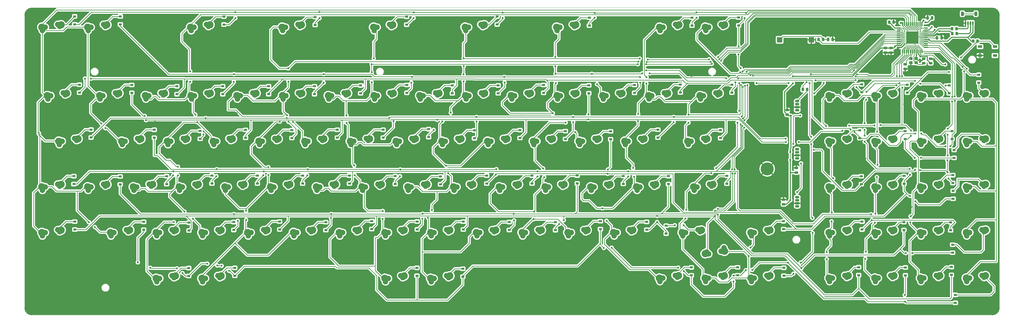
<source format=gbr>
%TF.GenerationSoftware,KiCad,Pcbnew,(6.99.0-4502-gf1556ed801-dirty)*%
%TF.CreationDate,2022-12-16T10:13:54-05:00*%
%TF.ProjectId,necpc8801mkiisr,6e656370-6338-4383-9031-6c2e6b696361,rev?*%
%TF.SameCoordinates,Original*%
%TF.FileFunction,Copper,L2,Bot*%
%TF.FilePolarity,Positive*%
%FSLAX46Y46*%
G04 Gerber Fmt 4.6, Leading zero omitted, Abs format (unit mm)*
G04 Created by KiCad (PCBNEW (6.99.0-4502-gf1556ed801-dirty)) date 2022-12-16 10:13:54*
%MOMM*%
%LPD*%
G01*
G04 APERTURE LIST*
G04 Aperture macros list*
%AMRoundRect*
0 Rectangle with rounded corners*
0 $1 Rounding radius*
0 $2 $3 $4 $5 $6 $7 $8 $9 X,Y pos of 4 corners*
0 Add a 4 corners polygon primitive as box body*
4,1,4,$2,$3,$4,$5,$6,$7,$8,$9,$2,$3,0*
0 Add four circle primitives for the rounded corners*
1,1,$1+$1,$2,$3*
1,1,$1+$1,$4,$5*
1,1,$1+$1,$6,$7*
1,1,$1+$1,$8,$9*
0 Add four rect primitives between the rounded corners*
20,1,$1+$1,$2,$3,$4,$5,0*
20,1,$1+$1,$4,$5,$6,$7,0*
20,1,$1+$1,$6,$7,$8,$9,0*
20,1,$1+$1,$8,$9,$2,$3,0*%
G04 Aperture macros list end*
%TA.AperFunction,ComponentPad*%
%ADD10C,3.000000*%
%TD*%
%TA.AperFunction,ComponentPad*%
%ADD11C,2.250000*%
%TD*%
%TA.AperFunction,ComponentPad*%
%ADD12O,1.800000X1.070000*%
%TD*%
%TA.AperFunction,ComponentPad*%
%ADD13R,1.800000X1.070000*%
%TD*%
%TA.AperFunction,ComponentPad*%
%ADD14C,5.400000*%
%TD*%
%TA.AperFunction,SMDPad,CuDef*%
%ADD15R,1.800000X1.100000*%
%TD*%
%TA.AperFunction,SMDPad,CuDef*%
%ADD16R,1.200000X0.900000*%
%TD*%
%TA.AperFunction,SMDPad,CuDef*%
%ADD17RoundRect,0.250000X-0.475000X0.250000X-0.475000X-0.250000X0.475000X-0.250000X0.475000X0.250000X0*%
%TD*%
%TA.AperFunction,SMDPad,CuDef*%
%ADD18RoundRect,0.250000X0.262500X0.450000X-0.262500X0.450000X-0.262500X-0.450000X0.262500X-0.450000X0*%
%TD*%
%TA.AperFunction,SMDPad,CuDef*%
%ADD19RoundRect,0.250000X0.250000X0.475000X-0.250000X0.475000X-0.250000X-0.475000X0.250000X-0.475000X0*%
%TD*%
%TA.AperFunction,SMDPad,CuDef*%
%ADD20RoundRect,0.250000X-0.250000X-0.475000X0.250000X-0.475000X0.250000X0.475000X-0.250000X0.475000X0*%
%TD*%
%TA.AperFunction,SMDPad,CuDef*%
%ADD21RoundRect,0.250000X0.475000X-0.250000X0.475000X0.250000X-0.475000X0.250000X-0.475000X-0.250000X0*%
%TD*%
%TA.AperFunction,SMDPad,CuDef*%
%ADD22RoundRect,0.150000X-0.150000X-0.625000X0.150000X-0.625000X0.150000X0.625000X-0.150000X0.625000X0*%
%TD*%
%TA.AperFunction,SMDPad,CuDef*%
%ADD23RoundRect,0.250000X-0.350000X-0.650000X0.350000X-0.650000X0.350000X0.650000X-0.350000X0.650000X0*%
%TD*%
%TA.AperFunction,SMDPad,CuDef*%
%ADD24R,1.500000X0.550000*%
%TD*%
%TA.AperFunction,SMDPad,CuDef*%
%ADD25RoundRect,0.062500X0.475000X0.062500X-0.475000X0.062500X-0.475000X-0.062500X0.475000X-0.062500X0*%
%TD*%
%TA.AperFunction,SMDPad,CuDef*%
%ADD26R,0.550000X1.500000*%
%TD*%
%TA.AperFunction,SMDPad,CuDef*%
%ADD27RoundRect,0.062500X0.062500X0.475000X-0.062500X0.475000X-0.062500X-0.475000X0.062500X-0.475000X0*%
%TD*%
%TA.AperFunction,SMDPad,CuDef*%
%ADD28R,5.200000X5.200000*%
%TD*%
%TA.AperFunction,SMDPad,CuDef*%
%ADD29R,1.400000X1.200000*%
%TD*%
%TA.AperFunction,SMDPad,CuDef*%
%ADD30RoundRect,0.250000X-0.262500X-0.450000X0.262500X-0.450000X0.262500X0.450000X-0.262500X0.450000X0*%
%TD*%
%TA.AperFunction,SMDPad,CuDef*%
%ADD31R,2.200000X2.200000*%
%TD*%
%TA.AperFunction,ViaPad*%
%ADD32C,0.800000*%
%TD*%
%TA.AperFunction,ViaPad*%
%ADD33C,2.000000*%
%TD*%
%TA.AperFunction,Conductor*%
%ADD34C,0.250000*%
%TD*%
%TA.AperFunction,Conductor*%
%ADD35C,0.400000*%
%TD*%
%TA.AperFunction,Conductor*%
%ADD36C,0.500000*%
%TD*%
%TA.AperFunction,Conductor*%
%ADD37C,0.800000*%
%TD*%
%TA.AperFunction,Profile*%
%ADD38C,0.150000*%
%TD*%
%TA.AperFunction,Profile*%
%ADD39C,0.050000*%
%TD*%
G04 APERTURE END LIST*
D10*
%TO.P,SW_Z_1,1,COL*%
%TO.N,COL1*%
X54670000Y-93600000D03*
D11*
X54910000Y-95010000D03*
X56095000Y-93625000D03*
%TO.P,SW_Z_1,2,ROW*%
%TO.N,Net-(D16-A)*%
X61260000Y-92470000D03*
X62095000Y-93300000D03*
D10*
X62670000Y-92600000D03*
%TD*%
%TO.P,SW_Y_1,1,COL*%
%TO.N,COL3*%
X135320000Y-55575000D03*
D11*
X135560000Y-56985000D03*
X136745000Y-55600000D03*
%TO.P,SW_Y_1,2,ROW*%
%TO.N,Net-(D36-A)*%
X141910000Y-54445000D03*
X142745000Y-55275000D03*
D10*
X143320000Y-54575000D03*
%TD*%
%TO.P,SW_YEN_1,1,COL*%
%TO.N,COL6*%
X259150000Y-36600000D03*
D11*
X259390000Y-38010000D03*
X260575000Y-36625000D03*
%TO.P,SW_YEN_1,2,ROW*%
%TO.N,Net-(D68-A)*%
X265740000Y-35470000D03*
X266575000Y-36300000D03*
D10*
X267150000Y-35600000D03*
%TD*%
%TO.P,SW_X_1,1,COL*%
%TO.N,COL1*%
X73670000Y-93600000D03*
D11*
X73910000Y-95010000D03*
X75095000Y-93625000D03*
%TO.P,SW_X_1,2,ROW*%
%TO.N,Net-(D18-A)*%
X80260000Y-92470000D03*
X81095000Y-93300000D03*
D10*
X81670000Y-92600000D03*
%TD*%
%TO.P,SW_W_1,1,COL*%
%TO.N,COL1*%
X59320000Y-55575000D03*
D11*
X59560000Y-56985000D03*
X60745000Y-55600000D03*
%TO.P,SW_W_1,2,ROW*%
%TO.N,Net-(D14-A)*%
X65910000Y-54445000D03*
X66745000Y-55275000D03*
D10*
X67320000Y-54575000D03*
%TD*%
%TO.P,SW_WE_1,1,COL*%
%TO.N,COL6*%
X254170000Y-74600000D03*
D11*
X254410000Y-76010000D03*
X255595000Y-74625000D03*
%TO.P,SW_WE_1,2,ROW*%
%TO.N,Net-(D73-A)*%
X260760000Y-73470000D03*
X261595000Y-74300000D03*
D10*
X262170000Y-73600000D03*
%TD*%
%TO.P,SW_V_1,1,COL*%
%TO.N,COL2*%
X111670000Y-93600000D03*
D11*
X111910000Y-95010000D03*
X113095000Y-93625000D03*
%TO.P,SW_V_1,2,ROW*%
%TO.N,Net-(D29-A)*%
X118260000Y-92470000D03*
X119095000Y-93300000D03*
D10*
X119670000Y-92600000D03*
%TD*%
%TO.P,SW_U_1,1,COL*%
%TO.N,COL3*%
X154320000Y-55575000D03*
D11*
X154560000Y-56985000D03*
X155745000Y-55600000D03*
%TO.P,SW_U_1,2,ROW*%
%TO.N,Net-(D42-A)*%
X160910000Y-54445000D03*
X161745000Y-55275000D03*
D10*
X162320000Y-54575000D03*
%TD*%
%TO.P,SW_UP_1,1,COL*%
%TO.N,COL7*%
X301670000Y-93600000D03*
D11*
X301910000Y-95010000D03*
X303095000Y-93625000D03*
%TO.P,SW_UP_1,2,ROW*%
%TO.N,Net-(D85-A)*%
X308260000Y-92470000D03*
X309095000Y-93300000D03*
D10*
X309670000Y-92600000D03*
%TD*%
%TO.P,SW_T_1,1,COL*%
%TO.N,COL2*%
X116320000Y-55575000D03*
D11*
X116560000Y-56985000D03*
X117745000Y-55600000D03*
%TO.P,SW_T_1,2,ROW*%
%TO.N,Net-(D31-A)*%
X122910000Y-54445000D03*
X123745000Y-55275000D03*
D10*
X124320000Y-54575000D03*
%TD*%
%TO.P,SW_TAB_1,1,COL*%
%TO.N,COL0*%
X14195000Y-55575000D03*
D11*
X14435000Y-56985000D03*
X15620000Y-55600000D03*
%TO.P,SW_TAB_1,2,ROW*%
%TO.N,Net-(D3-A)*%
X20785000Y-54445000D03*
X21620000Y-55275000D03*
D10*
X22195000Y-54575000D03*
%TD*%
%TO.P,SW_S_1,1,COL*%
%TO.N,COL1*%
X64170000Y-74600000D03*
D11*
X64410000Y-76010000D03*
X65595000Y-74625000D03*
%TO.P,SW_S_1,2,ROW*%
%TO.N,Net-(D19-A)*%
X70760000Y-73470000D03*
X71595000Y-74300000D03*
D10*
X72170000Y-73600000D03*
%TD*%
%TO.P,SW_SUP_1,1,COL*%
%TO.N,COL1*%
X54670000Y-112700000D03*
D11*
X54910000Y-114110000D03*
X56095000Y-112725000D03*
%TO.P,SW_SUP_1,2,ROW*%
%TO.N,Net-(D17-A)*%
X61260000Y-111570000D03*
X62095000Y-112400000D03*
D10*
X62670000Y-111700000D03*
%TD*%
%TO.P,SW_STP_1,1,COL*%
%TO.N,COL0*%
X7170000Y-8100000D03*
D11*
X7410000Y-9510000D03*
X8595000Y-8125000D03*
%TO.P,SW_STP_1,2,ROW*%
%TO.N,Net-(D1-A)*%
X13760000Y-6970000D03*
X14595000Y-7800000D03*
D10*
X15170000Y-7100000D03*
%TD*%
%TO.P,SW_SP2_1,1,COL*%
%TO.N,COL4*%
X168670000Y-112700000D03*
D11*
X168910000Y-114110000D03*
X170095000Y-112725000D03*
%TO.P,SW_SP2_1,2,ROW*%
%TO.N,Net-(D50-A)*%
X175260000Y-111570000D03*
X176095000Y-112400000D03*
D10*
X176670000Y-111700000D03*
%TD*%
%TO.P,SW_SP1_1,1,COL*%
%TO.N,COL3*%
X149670000Y-112700000D03*
D11*
X149910000Y-114110000D03*
X151095000Y-112725000D03*
%TO.P,SW_SP1_1,2,ROW*%
%TO.N,Net-(D39-A)*%
X156260000Y-111570000D03*
X157095000Y-112400000D03*
D10*
X157670000Y-111700000D03*
%TD*%
%TO.P,SW_SMI_1,1,COL*%
%TO.N,COL5*%
X216170000Y-74600000D03*
D11*
X216410000Y-76010000D03*
X217595000Y-74625000D03*
%TO.P,SW_SMI_1,2,ROW*%
%TO.N,Net-(D62-A)*%
X222760000Y-73470000D03*
X223595000Y-74300000D03*
D10*
X224170000Y-73600000D03*
%TD*%
%TO.P,SW_SLS_1,1,COL*%
%TO.N,COL5*%
X225670000Y-93600000D03*
D11*
X225910000Y-95010000D03*
X227095000Y-93625000D03*
%TO.P,SW_SLS_1,2,ROW*%
%TO.N,Net-(D61-A)*%
X232260000Y-92470000D03*
X233095000Y-93300000D03*
D10*
X233670000Y-92600000D03*
%TD*%
%TO.P,SW_R_1,1,COL*%
%TO.N,COL2*%
X97320000Y-55575000D03*
D11*
X97560000Y-56985000D03*
X98745000Y-55600000D03*
%TO.P,SW_R_1,2,ROW*%
%TO.N,Net-(D25-A)*%
X103910000Y-54445000D03*
X104745000Y-55275000D03*
D10*
X105320000Y-54575000D03*
%TD*%
%TO.P,SW_RSH_ALIAS_1,1,COL*%
%TO.N,COL7*%
X290730000Y-101425000D03*
D11*
X290490000Y-100015000D03*
X289305000Y-101400000D03*
%TO.P,SW_RSH_ALIAS_1,2,ROW*%
%TO.N,ROW4*%
X284140000Y-102555000D03*
X283305000Y-101725000D03*
D10*
X282730000Y-102425000D03*
%TD*%
%TO.P,SW_RSH_1,1,COL*%
%TO.N,COL7*%
X273170000Y-93600000D03*
D11*
X273410000Y-95010000D03*
X274595000Y-93625000D03*
%TO.P,SW_RSH_1,2,ROW*%
%TO.N,Net-(D82-A)*%
X279760000Y-92470000D03*
X280595000Y-93300000D03*
D10*
X281170000Y-92600000D03*
%TD*%
%TO.P,SW_RLU_1,1,COL*%
%TO.N,COL6*%
X263770000Y-8100000D03*
D11*
X264010000Y-9510000D03*
X265195000Y-8125000D03*
%TO.P,SW_RLU_1,2,ROW*%
%TO.N,Net-(D67-A)*%
X270360000Y-6970000D03*
X271195000Y-7800000D03*
D10*
X271770000Y-7100000D03*
%TD*%
%TO.P,SW_RLD_1,1,COL*%
%TO.N,COL7*%
X282770000Y-8100000D03*
D11*
X283010000Y-9510000D03*
X284195000Y-8125000D03*
%TO.P,SW_RLD_1,2,ROW*%
%TO.N,Net-(D78-A)*%
X289360000Y-6970000D03*
X290195000Y-7800000D03*
D10*
X290770000Y-7100000D03*
%TD*%
%TO.P,SW_RIGHT_1,1,COL*%
%TO.N,COL7*%
X282670000Y-112600000D03*
D11*
X282910000Y-114010000D03*
X284095000Y-112625000D03*
%TO.P,SW_RIGHT_1,2,ROW*%
%TO.N,Net-(D83-A)*%
X289260000Y-111470000D03*
X290095000Y-112300000D03*
D10*
X290670000Y-111600000D03*
%TD*%
%TO.P,SW_Q_1,1,COL*%
%TO.N,COL0*%
X40320000Y-55575000D03*
D11*
X40560000Y-56985000D03*
X41745000Y-55600000D03*
%TO.P,SW_Q_1,2,ROW*%
%TO.N,Net-(D8-A)*%
X46910000Y-54445000D03*
X47745000Y-55275000D03*
D10*
X48320000Y-54575000D03*
%TD*%
%TO.P,SW_P_1,1,COL*%
%TO.N,COL5*%
X211320000Y-55575000D03*
D11*
X211560000Y-56985000D03*
X212745000Y-55600000D03*
%TO.P,SW_P_1,2,ROW*%
%TO.N,Net-(D58-A)*%
X217910000Y-54445000D03*
X218745000Y-55275000D03*
D10*
X219320000Y-54575000D03*
%TD*%
%TO.P,SW_O_1,1,COL*%
%TO.N,COL4*%
X192320000Y-55575000D03*
D11*
X192560000Y-56985000D03*
X193745000Y-55600000D03*
%TO.P,SW_O_1,2,ROW*%
%TO.N,Net-(D53-A)*%
X198910000Y-54445000D03*
X199745000Y-55275000D03*
D10*
X200320000Y-54575000D03*
%TD*%
%TO.P,SW_N_1,1,COL*%
%TO.N,COL3*%
X149670000Y-93600000D03*
D11*
X149910000Y-95010000D03*
X151095000Y-93625000D03*
%TO.P,SW_N_1,2,ROW*%
%TO.N,Net-(D40-A)*%
X156260000Y-92470000D03*
X157095000Y-93300000D03*
D10*
X157670000Y-92600000D03*
%TD*%
%TO.P,SW_M_1,1,COL*%
%TO.N,COL4*%
X168670000Y-93600000D03*
D11*
X168910000Y-95010000D03*
X170095000Y-93625000D03*
%TO.P,SW_M_1,2,ROW*%
%TO.N,Net-(D49-A)*%
X175260000Y-92470000D03*
X176095000Y-93300000D03*
D10*
X176670000Y-92600000D03*
%TD*%
%TO.P,SW_MN_1,1,COL*%
%TO.N,COL5*%
X221150000Y-36600000D03*
D11*
X221390000Y-38010000D03*
X222575000Y-36625000D03*
%TO.P,SW_MN_1,2,ROW*%
%TO.N,Net-(D64-A)*%
X227740000Y-35470000D03*
X228575000Y-36300000D03*
D10*
X229150000Y-35600000D03*
%TD*%
%TO.P,SW_L_1,1,COL*%
%TO.N,COL5*%
X197170000Y-74600000D03*
D11*
X197410000Y-76010000D03*
X198595000Y-74625000D03*
%TO.P,SW_L_1,2,ROW*%
%TO.N,Net-(D59-A)*%
X203760000Y-73470000D03*
X204595000Y-74300000D03*
D10*
X205170000Y-73600000D03*
%TD*%
%TO.P,SW_LT_1,1,COL*%
%TO.N,COL4*%
X187670000Y-93600000D03*
D11*
X187910000Y-95010000D03*
X189095000Y-93625000D03*
%TO.P,SW_LT_1,2,ROW*%
%TO.N,Net-(D51-A)*%
X194260000Y-92470000D03*
X195095000Y-93300000D03*
D10*
X195670000Y-92600000D03*
%TD*%
%TO.P,SW_LS2_1,1,COL*%
%TO.N,COL0*%
X35670000Y-93600000D03*
D11*
X35910000Y-95010000D03*
X37095000Y-93625000D03*
%TO.P,SW_LS2_1,2,ROW*%
%TO.N,Net-(D6-A)*%
X42260000Y-92470000D03*
X43095000Y-93300000D03*
D10*
X43670000Y-92600000D03*
%TD*%
%TO.P,SW_LS1_1,1,COL*%
%TO.N,COL0*%
X7170000Y-93600000D03*
D11*
X7410000Y-95010000D03*
X8595000Y-93625000D03*
%TO.P,SW_LS1_1,2,ROW*%
%TO.N,Net-(D5-A)*%
X13760000Y-92470000D03*
X14595000Y-93300000D03*
D10*
X15170000Y-92600000D03*
%TD*%
%TO.P,SW_LEFT_1,1,COL*%
%TO.N,COL6*%
X263670000Y-112600000D03*
D11*
X263910000Y-114010000D03*
X265095000Y-112625000D03*
%TO.P,SW_LEFT_1,2,ROW*%
%TO.N,Net-(D72-A)*%
X270260000Y-111470000D03*
X271095000Y-112300000D03*
D10*
X271670000Y-111600000D03*
%TD*%
%TO.P,SW_K_1,1,COL*%
%TO.N,COL4*%
X178170000Y-74600000D03*
D11*
X178410000Y-76010000D03*
X179595000Y-74625000D03*
%TO.P,SW_K_1,2,ROW*%
%TO.N,Net-(D52-A)*%
X184760000Y-73470000D03*
X185595000Y-74300000D03*
D10*
X186170000Y-73600000D03*
%TD*%
%TO.P,SW_KPPLUS_1,1,COL*%
%TO.N,COL9*%
X391150000Y-74600000D03*
D11*
X391390000Y-76010000D03*
X392575000Y-74625000D03*
%TO.P,SW_KPPLUS_1,2,ROW*%
%TO.N,Net-(D43-A)*%
X397740000Y-73470000D03*
X398575000Y-74300000D03*
D10*
X399150000Y-73600000D03*
%TD*%
%TO.P,SW_KPPER_1,1,COL*%
%TO.N,COL9*%
X372150000Y-112600000D03*
D11*
X372390000Y-114010000D03*
X373575000Y-112625000D03*
%TO.P,SW_KPPER_1,2,ROW*%
%TO.N,Net-(D104-A)*%
X378740000Y-111470000D03*
X379575000Y-112300000D03*
D10*
X380150000Y-111600000D03*
%TD*%
%TO.P,SW_KPMULT_1,1,COL*%
%TO.N,COL9*%
X391150000Y-55600000D03*
D11*
X391390000Y-57010000D03*
X392575000Y-55625000D03*
%TO.P,SW_KPMULT_1,2,ROW*%
%TO.N,Net-(D109-A)*%
X397740000Y-54470000D03*
X398575000Y-55300000D03*
D10*
X399150000Y-54600000D03*
%TD*%
%TO.P,SW_KPMIN_1,1,COL*%
%TO.N,COL9*%
X372150000Y-36600000D03*
D11*
X372390000Y-38010000D03*
X373575000Y-36625000D03*
%TO.P,SW_KPMIN_1,2,ROW*%
%TO.N,Net-(D99-A)*%
X378740000Y-35470000D03*
X379575000Y-36300000D03*
D10*
X380150000Y-35600000D03*
%TD*%
%TO.P,SW_KPHOME_1,1,COL*%
%TO.N,COL8*%
X334150000Y-36600000D03*
D11*
X334390000Y-38010000D03*
X335575000Y-36625000D03*
%TO.P,SW_KPHOME_1,2,ROW*%
%TO.N,Net-(D89-A)*%
X340740000Y-35470000D03*
X341575000Y-36300000D03*
D10*
X342150000Y-35600000D03*
%TD*%
%TO.P,SW_KPHELP1,1,COL*%
%TO.N,COL8*%
X353150000Y-36600000D03*
D11*
X353390000Y-38010000D03*
X354575000Y-36625000D03*
%TO.P,SW_KPHELP1,2,ROW*%
%TO.N,Net-(D98-A)*%
X359740000Y-35470000D03*
X360575000Y-36300000D03*
D10*
X361150000Y-35600000D03*
%TD*%
%TO.P,SW_KPEQ_1,1,COL*%
%TO.N,COL9*%
X391150000Y-93600000D03*
D11*
X391390000Y-95010000D03*
X392575000Y-93625000D03*
%TO.P,SW_KPEQ_1,2,ROW*%
%TO.N,Net-(D106-A)*%
X397740000Y-92470000D03*
X398575000Y-93300000D03*
D10*
X399150000Y-92600000D03*
%TD*%
%TO.P,SW_KPENT_1,1,COL*%
%TO.N,COL9*%
X391150000Y-112600000D03*
D11*
X391390000Y-114010000D03*
X392575000Y-112625000D03*
%TO.P,SW_KPENT_1,2,ROW*%
%TO.N,Net-(D105-A)*%
X397740000Y-111470000D03*
X398575000Y-112300000D03*
D10*
X399150000Y-111600000D03*
%TD*%
%TO.P,SW_KPDIV_1,1,COL*%
%TO.N,COL9*%
X391150000Y-36600000D03*
D11*
X391390000Y-38010000D03*
X392575000Y-36625000D03*
%TO.P,SW_KPDIV_1,2,ROW*%
%TO.N,Net-(D110-A)*%
X397740000Y-35470000D03*
X398575000Y-36300000D03*
D10*
X399150000Y-35600000D03*
%TD*%
%TO.P,SW_KPCOM_1,1,COL*%
%TO.N,COL8*%
X353150000Y-112600000D03*
D11*
X353390000Y-114010000D03*
X354575000Y-112625000D03*
%TO.P,SW_KPCOM_1,2,ROW*%
%TO.N,Net-(D94-A)*%
X359740000Y-111470000D03*
X360575000Y-112300000D03*
D10*
X361150000Y-111600000D03*
%TD*%
%TO.P,SW_KP9_1,1,COL*%
%TO.N,COL9*%
X372150000Y-55600000D03*
D11*
X372390000Y-57010000D03*
X373575000Y-55625000D03*
%TO.P,SW_KP9_1,2,ROW*%
%TO.N,Net-(D101-A)*%
X378740000Y-54470000D03*
X379575000Y-55300000D03*
D10*
X380150000Y-54600000D03*
%TD*%
%TO.P,SW_KP8_1,1,COL*%
%TO.N,COL8*%
X353150000Y-55600000D03*
D11*
X353390000Y-57010000D03*
X354575000Y-55625000D03*
%TO.P,SW_KP8_1,2,ROW*%
%TO.N,Net-(D97-A)*%
X359740000Y-54470000D03*
X360575000Y-55300000D03*
D10*
X361150000Y-54600000D03*
%TD*%
%TO.P,SW_KP7_1,1,COL*%
%TO.N,COL8*%
X334150000Y-55600000D03*
D11*
X334390000Y-57010000D03*
X335575000Y-55625000D03*
%TO.P,SW_KP7_1,2,ROW*%
%TO.N,Net-(D90-A)*%
X340740000Y-54470000D03*
X341575000Y-55300000D03*
D10*
X342150000Y-54600000D03*
%TD*%
%TO.P,SW_KP6_1,1,COL*%
%TO.N,COL9*%
X372150000Y-74600000D03*
D11*
X372390000Y-76010000D03*
X373575000Y-74625000D03*
%TO.P,SW_KP6_1,2,ROW*%
%TO.N,Net-(D102-A)*%
X378740000Y-73470000D03*
X379575000Y-74300000D03*
D10*
X380150000Y-73600000D03*
%TD*%
%TO.P,SW_KP5_1,1,COL*%
%TO.N,COL8*%
X353150000Y-74600000D03*
D11*
X353390000Y-76010000D03*
X354575000Y-74625000D03*
%TO.P,SW_KP5_1,2,ROW*%
%TO.N,Net-(D96-A)*%
X359740000Y-73470000D03*
X360575000Y-74300000D03*
D10*
X361150000Y-73600000D03*
%TD*%
%TO.P,SW_KP4_1,1,COL*%
%TO.N,COL8*%
X334150000Y-74600000D03*
D11*
X334390000Y-76010000D03*
X335575000Y-74625000D03*
%TO.P,SW_KP4_1,2,ROW*%
%TO.N,Net-(D91-A)*%
X340740000Y-73470000D03*
X341575000Y-74300000D03*
D10*
X342150000Y-73600000D03*
%TD*%
%TO.P,SW_KP3_1,1,COL*%
%TO.N,COL9*%
X372150000Y-93600000D03*
D11*
X372390000Y-95010000D03*
X373575000Y-93625000D03*
%TO.P,SW_KP3_1,2,ROW*%
%TO.N,Net-(D103-A)*%
X378740000Y-92470000D03*
X379575000Y-93300000D03*
D10*
X380150000Y-92600000D03*
%TD*%
%TO.P,SW_KP2_1,1,COL*%
%TO.N,COL8*%
X353150000Y-93600000D03*
D11*
X353390000Y-95010000D03*
X354575000Y-93625000D03*
%TO.P,SW_KP2_1,2,ROW*%
%TO.N,Net-(D95-A)*%
X359740000Y-92470000D03*
X360575000Y-93300000D03*
D10*
X361150000Y-92600000D03*
%TD*%
%TO.P,SW_KP1_1,1,COL*%
%TO.N,COL8*%
X334150000Y-93600000D03*
D11*
X334390000Y-95010000D03*
X335575000Y-93625000D03*
%TO.P,SW_KP1_1,2,ROW*%
%TO.N,Net-(D92-A)*%
X340740000Y-92470000D03*
X341575000Y-93300000D03*
D10*
X342150000Y-92600000D03*
%TD*%
%TO.P,SW_KP0_1,1,COL*%
%TO.N,COL8*%
X334150000Y-112600000D03*
D11*
X334390000Y-114010000D03*
X335575000Y-112625000D03*
%TO.P,SW_KP0_1,2,ROW*%
%TO.N,Net-(D93-A)*%
X340740000Y-111470000D03*
X341575000Y-112300000D03*
D10*
X342150000Y-111600000D03*
%TD*%
%TO.P,SW_J_1,1,COL*%
%TO.N,COL4*%
X159170000Y-74600000D03*
D11*
X159410000Y-76010000D03*
X160595000Y-74625000D03*
%TO.P,SW_J_1,2,ROW*%
%TO.N,Net-(D48-A)*%
X165760000Y-73470000D03*
X166595000Y-74300000D03*
D10*
X167170000Y-73600000D03*
%TD*%
%TO.P,SW_I_1,1,COL*%
%TO.N,COL4*%
X173320000Y-55575000D03*
D11*
X173560000Y-56985000D03*
X174745000Y-55600000D03*
%TO.P,SW_I_1,2,ROW*%
%TO.N,Net-(D47-A)*%
X179910000Y-54445000D03*
X180745000Y-55275000D03*
D10*
X181320000Y-54575000D03*
%TD*%
%TO.P,SW_H_1,1,COL*%
%TO.N,COL3*%
X140170000Y-74600000D03*
D11*
X140410000Y-76010000D03*
X141595000Y-74625000D03*
%TO.P,SW_H_1,2,ROW*%
%TO.N,Net-(D41-A)*%
X146760000Y-73470000D03*
X147595000Y-74300000D03*
D10*
X148170000Y-73600000D03*
%TD*%
%TO.P,SW_G_1,1,COL*%
%TO.N,COL3*%
X121170000Y-74600000D03*
D11*
X121410000Y-76010000D03*
X122595000Y-74625000D03*
%TO.P,SW_G_1,2,ROW*%
%TO.N,Net-(D37-A)*%
X127760000Y-73470000D03*
X128595000Y-74300000D03*
D10*
X129170000Y-73600000D03*
%TD*%
%TO.P,SW_GT_1,1,COL*%
%TO.N,COL5*%
X206670000Y-93600000D03*
D11*
X206910000Y-95010000D03*
X208095000Y-93625000D03*
%TO.P,SW_GT_1,2,ROW*%
%TO.N,Net-(D60-A)*%
X213260000Y-92470000D03*
X214095000Y-93300000D03*
D10*
X214670000Y-92600000D03*
%TD*%
%TO.P,SW_F_1,1,COL*%
%TO.N,COL2*%
X102170000Y-74600000D03*
D11*
X102410000Y-76010000D03*
X103595000Y-74625000D03*
%TO.P,SW_F_1,2,ROW*%
%TO.N,Net-(D30-A)*%
X108760000Y-73470000D03*
X109595000Y-74300000D03*
D10*
X110170000Y-73600000D03*
%TD*%
%TO.P,SW_FC_1,1,COL*%
%TO.N,COL6*%
X249320000Y-55575000D03*
D11*
X249560000Y-56985000D03*
X250745000Y-55600000D03*
%TO.P,SW_FC_1,2,ROW*%
%TO.N,Net-(D69-A)*%
X255910000Y-54445000D03*
X256745000Y-55275000D03*
D10*
X257320000Y-54575000D03*
%TD*%
%TO.P,SW_F5_1,1,COL*%
%TO.N,COL5*%
X220970000Y-8100000D03*
D11*
X221210000Y-9510000D03*
X222395000Y-8125000D03*
%TO.P,SW_F5_1,2,ROW*%
%TO.N,Net-(D56-A)*%
X227560000Y-6970000D03*
X228395000Y-7800000D03*
D10*
X228970000Y-7100000D03*
%TD*%
%TO.P,SW_F4_1,1,COL*%
%TO.N,COL4*%
X182970000Y-8100000D03*
D11*
X183210000Y-9510000D03*
X184395000Y-8125000D03*
%TO.P,SW_F4_1,2,ROW*%
%TO.N,Net-(D45-A)*%
X189560000Y-6970000D03*
X190395000Y-7800000D03*
D10*
X190970000Y-7100000D03*
%TD*%
%TO.P,SW_F3_1,1,COL*%
%TO.N,COL3*%
X144970000Y-8100000D03*
D11*
X145210000Y-9510000D03*
X146395000Y-8125000D03*
%TO.P,SW_F3_1,2,ROW*%
%TO.N,Net-(D34-A)*%
X151560000Y-6970000D03*
X152395000Y-7800000D03*
D10*
X152970000Y-7100000D03*
%TD*%
%TO.P,SW_F2_1,1,COL*%
%TO.N,COL2*%
X106970000Y-8100000D03*
D11*
X107210000Y-9510000D03*
X108395000Y-8125000D03*
%TO.P,SW_F2_1,2,ROW*%
%TO.N,Net-(D23-A)*%
X113560000Y-6970000D03*
X114395000Y-7800000D03*
D10*
X114970000Y-7100000D03*
%TD*%
%TO.P,SW_F1_1,1,COL*%
%TO.N,COL1*%
X68970000Y-8100000D03*
D11*
X69210000Y-9510000D03*
X70395000Y-8125000D03*
%TO.P,SW_F1_1,2,ROW*%
%TO.N,Net-(D12-A)*%
X75560000Y-6970000D03*
X76395000Y-7800000D03*
D10*
X76970000Y-7100000D03*
%TD*%
%TO.P,SW_E_1,1,COL*%
%TO.N,COL1*%
X78320000Y-55575000D03*
D11*
X78560000Y-56985000D03*
X79745000Y-55600000D03*
%TO.P,SW_E_1,2,ROW*%
%TO.N,Net-(D20-A)*%
X84910000Y-54445000D03*
X85745000Y-55275000D03*
D10*
X86320000Y-54575000D03*
%TD*%
%TO.P,SW_ET_1,1,COL*%
%TO.N,COL6*%
X275445000Y-55575000D03*
D11*
X275685000Y-56985000D03*
X276870000Y-55600000D03*
%TO.P,SW_ET_1,2,ROW*%
%TO.N,Net-(D75-A)*%
X282035000Y-54445000D03*
X282870000Y-55275000D03*
D10*
X283445000Y-54575000D03*
%TD*%
%TO.P,SW_ESC_1,1,COL*%
%TO.N,COL0*%
X9450000Y-36600000D03*
D11*
X9690000Y-38010000D03*
X10875000Y-36625000D03*
%TO.P,SW_ESC_1,2,ROW*%
%TO.N,Net-(D2-A)*%
X16040000Y-35470000D03*
X16875000Y-36300000D03*
D10*
X17450000Y-35600000D03*
%TD*%
%TO.P,SW_ED_1,1,COL*%
%TO.N,COL7*%
X277920000Y-74600000D03*
D11*
X278160000Y-76010000D03*
X279345000Y-74625000D03*
%TO.P,SW_ED_1,2,ROW*%
%TO.N,Net-(D81-A)*%
X284510000Y-73470000D03*
X285345000Y-74300000D03*
D10*
X285920000Y-73600000D03*
%TD*%
%TO.P,SW_D_1,1,COL*%
%TO.N,COL2*%
X83170000Y-74600000D03*
D11*
X83410000Y-76010000D03*
X84595000Y-74625000D03*
%TO.P,SW_D_1,2,ROW*%
%TO.N,Net-(D26-A)*%
X89760000Y-73470000D03*
X90595000Y-74300000D03*
D10*
X91170000Y-73600000D03*
%TD*%
%TO.P,SW_DOWN_1,1,COL*%
%TO.N,COL7*%
X301670000Y-112600000D03*
D11*
X301910000Y-114010000D03*
X303095000Y-112625000D03*
%TO.P,SW_DOWN_1,2,ROW*%
%TO.N,Net-(D84-A)*%
X308260000Y-111470000D03*
X309095000Y-112300000D03*
D10*
X309670000Y-111600000D03*
%TD*%
%TO.P,SW_DEL_1,1,COL*%
%TO.N,COL6*%
X280525000Y-36600000D03*
D11*
X280765000Y-38010000D03*
X281950000Y-36625000D03*
%TO.P,SW_DEL_1,2,ROW*%
%TO.N,Net-(D76-A)*%
X287115000Y-35470000D03*
X287950000Y-36300000D03*
D10*
X288525000Y-35600000D03*
%TD*%
%TO.P,SW_C_1,1,COL*%
%TO.N,COL2*%
X92670000Y-93600000D03*
D11*
X92910000Y-95010000D03*
X94095000Y-93625000D03*
%TO.P,SW_C_1,2,ROW*%
%TO.N,Net-(D27-A)*%
X99260000Y-92470000D03*
X100095000Y-93300000D03*
D10*
X100670000Y-92600000D03*
%TD*%
%TO.P,SW_CTRL_1,1,COL*%
%TO.N,COL0*%
X7170000Y-74600000D03*
D11*
X7410000Y-76010000D03*
X8595000Y-74625000D03*
%TO.P,SW_CTRL_1,2,ROW*%
%TO.N,Net-(D4-A)*%
X13760000Y-73470000D03*
X14595000Y-74300000D03*
D10*
X15170000Y-73600000D03*
%TD*%
%TO.P,SW_CPY_1,1,COL*%
%TO.N,COL0*%
X26170000Y-8100000D03*
D11*
X26410000Y-9510000D03*
X27595000Y-8125000D03*
%TO.P,SW_CPY_1,2,ROW*%
%TO.N,Net-(D10-A)*%
X32760000Y-6970000D03*
X33595000Y-7800000D03*
D10*
X34170000Y-7100000D03*
%TD*%
%TO.P,SW_COL_1,1,COL*%
%TO.N,COL6*%
X235170000Y-74600000D03*
D11*
X235410000Y-76010000D03*
X236595000Y-74625000D03*
%TO.P,SW_COL_1,2,ROW*%
%TO.N,Net-(D70-A)*%
X241760000Y-73470000D03*
X242595000Y-74300000D03*
D10*
X243170000Y-73600000D03*
%TD*%
%TO.P,SW_CAR_1,1,COL*%
%TO.N,COL5*%
X240150000Y-36600000D03*
D11*
X240390000Y-38010000D03*
X241575000Y-36625000D03*
%TO.P,SW_CAR_1,2,ROW*%
%TO.N,Net-(D65-A)*%
X246740000Y-35470000D03*
X247575000Y-36300000D03*
D10*
X248150000Y-35600000D03*
%TD*%
%TO.P,SW_CAPS_1,1,COL*%
%TO.N,COL0*%
X26170000Y-74600000D03*
D11*
X26410000Y-76010000D03*
X27595000Y-74625000D03*
%TO.P,SW_CAPS_1,2,ROW*%
%TO.N,Net-(D7-A)*%
X32760000Y-73470000D03*
X33595000Y-74300000D03*
D10*
X34170000Y-73600000D03*
%TD*%
%TO.P,SW_B_1,1,COL*%
%TO.N,COL3*%
X130670000Y-93600000D03*
D11*
X130910000Y-95010000D03*
X132095000Y-93625000D03*
%TO.P,SW_B_1,2,ROW*%
%TO.N,Net-(D38-A)*%
X137260000Y-92470000D03*
X138095000Y-93300000D03*
D10*
X138670000Y-92600000D03*
%TD*%
%TO.P,SW_A_1,1,COL*%
%TO.N,COL1*%
X45170000Y-74600000D03*
D11*
X45410000Y-76010000D03*
X46595000Y-74625000D03*
%TO.P,SW_A_1,2,ROW*%
%TO.N,Net-(D15-A)*%
X51760000Y-73470000D03*
X52595000Y-74300000D03*
D10*
X53170000Y-73600000D03*
%TD*%
%TO.P,SW_AT_1,1,COL*%
%TO.N,COL5*%
X230320000Y-55575000D03*
D11*
X230560000Y-56985000D03*
X231745000Y-55600000D03*
%TO.P,SW_AT_1,2,ROW*%
%TO.N,Net-(D63-A)*%
X236910000Y-54445000D03*
X237745000Y-55275000D03*
D10*
X238320000Y-54575000D03*
%TD*%
%TO.P,SW_AMG_1,1,COL*%
%TO.N,COL6*%
X244670000Y-93600000D03*
D11*
X244910000Y-95010000D03*
X246095000Y-93625000D03*
%TO.P,SW_AMG_1,2,ROW*%
%TO.N,Net-(D71-A)*%
X251260000Y-92470000D03*
X252095000Y-93300000D03*
D10*
X252670000Y-92600000D03*
%TD*%
%TO.P,SW_ALT_1,1,COL*%
%TO.N,COL2*%
X73670000Y-112700000D03*
D11*
X73910000Y-114110000D03*
X75095000Y-112725000D03*
%TO.P,SW_ALT_1,2,ROW*%
%TO.N,Net-(D28-A)*%
X80260000Y-111570000D03*
X81095000Y-112400000D03*
D10*
X81670000Y-111700000D03*
%TD*%
%TO.P,SW_9_1,1,COL*%
%TO.N,COL4*%
X183150000Y-36600000D03*
D11*
X183390000Y-38010000D03*
X184575000Y-36625000D03*
%TO.P,SW_9_1,2,ROW*%
%TO.N,Net-(D54-A)*%
X189740000Y-35470000D03*
X190575000Y-36300000D03*
D10*
X191150000Y-35600000D03*
%TD*%
%TO.P,SW_8_1,1,COL*%
%TO.N,COL4*%
X164150000Y-36600000D03*
D11*
X164390000Y-38010000D03*
X165575000Y-36625000D03*
%TO.P,SW_8_1,2,ROW*%
%TO.N,Net-(D46-A)*%
X170740000Y-35470000D03*
X171575000Y-36300000D03*
D10*
X172150000Y-35600000D03*
%TD*%
%TO.P,SW_7_1,1,COL*%
%TO.N,COL3*%
X145150000Y-36600000D03*
D11*
X145390000Y-38010000D03*
X146575000Y-36625000D03*
%TO.P,SW_7_1,2,ROW*%
%TO.N,Net-(D44-A)*%
X151740000Y-35470000D03*
X152575000Y-36300000D03*
D10*
X153150000Y-35600000D03*
%TD*%
%TO.P,SW_6_1,1,COL*%
%TO.N,COL3*%
X126150000Y-36600000D03*
D11*
X126390000Y-38010000D03*
X127575000Y-36625000D03*
%TO.P,SW_6_1,2,ROW*%
%TO.N,Net-(D35-A)*%
X132740000Y-35470000D03*
X133575000Y-36300000D03*
D10*
X134150000Y-35600000D03*
%TD*%
%TO.P,SW_5_1,1,COL*%
%TO.N,COL2*%
X107150000Y-36600000D03*
D11*
X107390000Y-38010000D03*
X108575000Y-36625000D03*
%TO.P,SW_5_1,2,ROW*%
%TO.N,Net-(D32-A)*%
X113740000Y-35470000D03*
X114575000Y-36300000D03*
D10*
X115150000Y-35600000D03*
%TD*%
%TO.P,SW_4_1,1,COL*%
%TO.N,COL2*%
X88150000Y-36600000D03*
D11*
X88390000Y-38010000D03*
X89575000Y-36625000D03*
%TO.P,SW_4_1,2,ROW*%
%TO.N,Net-(D24-A)*%
X94740000Y-35470000D03*
X95575000Y-36300000D03*
D10*
X96150000Y-35600000D03*
%TD*%
%TO.P,SW_3_1,1,COL*%
%TO.N,COL1*%
X69150000Y-36600000D03*
D11*
X69390000Y-38010000D03*
X70575000Y-36625000D03*
%TO.P,SW_3_1,2,ROW*%
%TO.N,Net-(D21-A)*%
X75740000Y-35470000D03*
X76575000Y-36300000D03*
D10*
X77150000Y-35600000D03*
%TD*%
%TO.P,SW_2_1,1,COL*%
%TO.N,COL1*%
X50150000Y-36600000D03*
D11*
X50390000Y-38010000D03*
X51575000Y-36625000D03*
%TO.P,SW_2_1,2,ROW*%
%TO.N,Net-(D13-A)*%
X56740000Y-35470000D03*
X57575000Y-36300000D03*
D10*
X58150000Y-35600000D03*
%TD*%
%TO.P,SW_1_1,1,COL*%
%TO.N,COL0*%
X31150000Y-36600000D03*
D11*
X31390000Y-38010000D03*
X32575000Y-36625000D03*
%TO.P,SW_1_1,2,ROW*%
%TO.N,Net-(D9-A)*%
X37740000Y-35470000D03*
X38575000Y-36300000D03*
D10*
X39150000Y-35600000D03*
%TD*%
%TO.P,SW_0_1,1,COL*%
%TO.N,COL5*%
X202150000Y-36600000D03*
D11*
X202390000Y-38010000D03*
X203575000Y-36625000D03*
%TO.P,SW_0_1,2,ROW*%
%TO.N,Net-(D57-A)*%
X208740000Y-35470000D03*
X209575000Y-36300000D03*
D10*
X210150000Y-35600000D03*
%TD*%
D12*
%TO.P,LED1,1,VCC*%
%TO.N,+5V*%
X320924999Y-80164999D03*
%TO.P,LED1,2,DOUT*%
%TO.N,unconnected-(LED1-DOUT)*%
X320924999Y-82704999D03*
D13*
%TO.P,LED1,3,GND*%
%TO.N,GND*%
X320924999Y-81434999D03*
D12*
%TO.P,LED1,4,DIN*%
%TO.N,Net-(LED1-DIN)*%
X320924999Y-78894999D03*
%TD*%
%TO.P,LED2,1,VCC*%
%TO.N,+5V*%
X320924999Y-60164999D03*
%TO.P,LED2,2,DOUT*%
%TO.N,Net-(LED1-DIN)*%
X320924999Y-62704999D03*
D13*
%TO.P,LED2,3,GND*%
%TO.N,GND*%
X320924999Y-61434999D03*
D12*
%TO.P,LED2,4,DIN*%
%TO.N,Net-(LED2-DIN)*%
X320924999Y-58894999D03*
%TD*%
%TO.P,LED3,1,VCC*%
%TO.N,+5V*%
X320924999Y-40164999D03*
%TO.P,LED3,2,DOUT*%
%TO.N,Net-(LED2-DIN)*%
X320924999Y-42704999D03*
D13*
%TO.P,LED3,3,GND*%
%TO.N,GND*%
X320924999Y-41434999D03*
D12*
%TO.P,LED3,4,DIN*%
%TO.N,LEDDIN*%
X320924999Y-38894999D03*
%TD*%
D14*
%TO.P,H2,1,1*%
%TO.N,GND*%
X308475000Y-67125000D03*
%TD*%
D15*
%TO.P,SW1,1,1*%
%TO.N,GND*%
X396899999Y-19899999D03*
%TO.P,SW1,2,2*%
%TO.N,Net-(U1-~{RESET})*%
X403099999Y-16199999D03*
%TO.P,SW1,3*%
%TO.N,N/C*%
X396899999Y-16199999D03*
%TO.P,SW1,4*%
X403099999Y-19899999D03*
%TD*%
D16*
%TO.P,D16,1,K*%
%TO.N,ROW4*%
X68274999Y-92799999D03*
%TO.P,D16,2,A*%
%TO.N,Net-(D16-A)*%
X68274999Y-89499999D03*
%TD*%
D17*
%TO.P,C8,1*%
%TO.N,GND*%
X320595000Y-66736000D03*
%TO.P,C8,2*%
%TO.N,+5V*%
X320595000Y-68636000D03*
%TD*%
%TO.P,C9,1*%
%TO.N,GND*%
X315261000Y-79944000D03*
%TO.P,C9,2*%
%TO.N,+5V*%
X315261000Y-81844000D03*
%TD*%
%TO.P,C10,1*%
%TO.N,GND*%
X316785000Y-42606000D03*
%TO.P,C10,2*%
%TO.N,+5V*%
X316785000Y-44506000D03*
%TD*%
D18*
%TO.P,R1,1*%
%TO.N,LEDDIN*%
X325075000Y-34050000D03*
%TO.P,R1,2*%
%TO.N,Net-(U1-PD4)*%
X323250000Y-34050000D03*
%TD*%
D19*
%TO.P,C1,1*%
%TO.N,+5V*%
X376983375Y-4257750D03*
%TO.P,C1,2*%
%TO.N,GND*%
X375083375Y-4257750D03*
%TD*%
D17*
%TO.P,C2,1*%
%TO.N,+5V*%
X357584125Y-16769750D03*
%TO.P,C2,2*%
%TO.N,GND*%
X357584125Y-18669750D03*
%TD*%
%TO.P,C5,1*%
%TO.N,+5V*%
X359965375Y-16769750D03*
%TO.P,C5,2*%
%TO.N,GND*%
X359965375Y-18669750D03*
%TD*%
D20*
%TO.P,C6,1*%
%TO.N,Net-(U1-UCAP)*%
X379019230Y-12535230D03*
%TO.P,C6,2*%
%TO.N,GND*%
X380919230Y-12535230D03*
%TD*%
D21*
%TO.P,C7,1*%
%TO.N,+5V*%
X376374375Y-23106250D03*
%TO.P,C7,2*%
%TO.N,GND*%
X376374375Y-21206250D03*
%TD*%
D16*
%TO.P,D1,1,K*%
%TO.N,ROW0*%
X20799999Y-6899999D03*
%TO.P,D1,2,A*%
%TO.N,Net-(D1-A)*%
X20799999Y-3599999D03*
%TD*%
%TO.P,D2,1,K*%
%TO.N,ROW1*%
X22779999Y-35349999D03*
%TO.P,D2,2,A*%
%TO.N,Net-(D2-A)*%
X22779999Y-32049999D03*
%TD*%
%TO.P,D3,1,K*%
%TO.N,ROW2*%
X27599999Y-54049999D03*
%TO.P,D3,2,A*%
%TO.N,Net-(D3-A)*%
X27599999Y-50749999D03*
%TD*%
%TO.P,D4,1,K*%
%TO.N,ROW3*%
X20474999Y-73424999D03*
%TO.P,D4,2,A*%
%TO.N,Net-(D4-A)*%
X20474999Y-70124999D03*
%TD*%
%TO.P,D5,1,K*%
%TO.N,ROW4*%
X20824999Y-92374999D03*
%TO.P,D5,2,A*%
%TO.N,Net-(D5-A)*%
X20824999Y-89074999D03*
%TD*%
%TO.P,D6,1,K*%
%TO.N,ROW5*%
X49499999Y-92474999D03*
%TO.P,D6,2,A*%
%TO.N,Net-(D6-A)*%
X49499999Y-89174999D03*
%TD*%
%TO.P,D7,1,K*%
%TO.N,ROW6*%
X39699999Y-73574999D03*
%TO.P,D7,2,A*%
%TO.N,Net-(D7-A)*%
X39699999Y-70274999D03*
%TD*%
%TO.P,D8,1,K*%
%TO.N,ROW7*%
X53849999Y-54124999D03*
%TO.P,D8,2,A*%
%TO.N,Net-(D8-A)*%
X53849999Y-50824999D03*
%TD*%
%TO.P,D9,1,K*%
%TO.N,ROW8*%
X44529999Y-35449999D03*
%TO.P,D9,2,A*%
%TO.N,Net-(D9-A)*%
X44529999Y-32149999D03*
%TD*%
%TO.P,D10,1,K*%
%TO.N,ROW9*%
X39774999Y-6924999D03*
%TO.P,D10,2,A*%
%TO.N,Net-(D10-A)*%
X39774999Y-3624999D03*
%TD*%
%TO.P,D12,1,K*%
%TO.N,ROW0*%
X82799999Y-6999999D03*
%TO.P,D12,2,A*%
%TO.N,Net-(D12-A)*%
X82799999Y-3699999D03*
%TD*%
%TO.P,D13,1,K*%
%TO.N,ROW1*%
X63279999Y-35999999D03*
%TO.P,D13,2,A*%
%TO.N,Net-(D13-A)*%
X63279999Y-32699999D03*
%TD*%
%TO.P,D14,1,K*%
%TO.N,ROW2*%
X72924999Y-54599999D03*
%TO.P,D14,2,A*%
%TO.N,Net-(D14-A)*%
X72924999Y-51299999D03*
%TD*%
%TO.P,D15,1,K*%
%TO.N,ROW3*%
X58999999Y-73449999D03*
%TO.P,D15,2,A*%
%TO.N,Net-(D15-A)*%
X58999999Y-70149999D03*
%TD*%
%TO.P,D17,1,K*%
%TO.N,ROW5*%
X68174999Y-111724999D03*
%TO.P,D17,2,A*%
%TO.N,Net-(D17-A)*%
X68174999Y-108424999D03*
%TD*%
%TO.P,D18,1,K*%
%TO.N,ROW6*%
X86874999Y-92549999D03*
%TO.P,D18,2,A*%
%TO.N,Net-(D18-A)*%
X86874999Y-89249999D03*
%TD*%
%TO.P,D19,1,K*%
%TO.N,ROW7*%
X77799999Y-73224999D03*
%TO.P,D19,2,A*%
%TO.N,Net-(D19-A)*%
X77799999Y-69924999D03*
%TD*%
%TO.P,D20,1,K*%
%TO.N,ROW8*%
X91799999Y-54174999D03*
%TO.P,D20,2,A*%
%TO.N,Net-(D20-A)*%
X91799999Y-50874999D03*
%TD*%
%TO.P,D21,1,K*%
%TO.N,ROW9*%
X82329999Y-35999999D03*
%TO.P,D21,2,A*%
%TO.N,Net-(D21-A)*%
X82329999Y-32699999D03*
%TD*%
%TO.P,D23,1,K*%
%TO.N,ROW0*%
X120699999Y-7149999D03*
%TO.P,D23,2,A*%
%TO.N,Net-(D23-A)*%
X120699999Y-3849999D03*
%TD*%
%TO.P,D24,1,K*%
%TO.N,ROW1*%
X101379999Y-35999999D03*
%TO.P,D24,2,A*%
%TO.N,Net-(D24-A)*%
X101379999Y-32699999D03*
%TD*%
%TO.P,D25,1,K*%
%TO.N,ROW2*%
X111024999Y-54249999D03*
%TO.P,D25,2,A*%
%TO.N,Net-(D25-A)*%
X111024999Y-50949999D03*
%TD*%
%TO.P,D26,1,K*%
%TO.N,ROW3*%
X96699999Y-73224999D03*
%TO.P,D26,2,A*%
%TO.N,Net-(D26-A)*%
X96699999Y-69924999D03*
%TD*%
%TO.P,D27,1,K*%
%TO.N,ROW4*%
X105949999Y-92349999D03*
%TO.P,D27,2,A*%
%TO.N,Net-(D27-A)*%
X105949999Y-89049999D03*
%TD*%
%TO.P,D28,1,K*%
%TO.N,ROW5*%
X87324999Y-111624999D03*
%TO.P,D28,2,A*%
%TO.N,Net-(D28-A)*%
X87324999Y-108324999D03*
%TD*%
%TO.P,D29,1,K*%
%TO.N,ROW6*%
X125124999Y-92624999D03*
%TO.P,D29,2,A*%
%TO.N,Net-(D29-A)*%
X125124999Y-89324999D03*
%TD*%
%TO.P,D30,1,K*%
%TO.N,ROW7*%
X115499999Y-73224999D03*
%TO.P,D30,2,A*%
%TO.N,Net-(D30-A)*%
X115499999Y-69924999D03*
%TD*%
%TO.P,D31,1,K*%
%TO.N,ROW8*%
X129899999Y-54124999D03*
%TO.P,D31,2,A*%
%TO.N,Net-(D31-A)*%
X129899999Y-50824999D03*
%TD*%
%TO.P,D32,1,K*%
%TO.N,ROW9*%
X120429999Y-35999999D03*
%TO.P,D32,2,A*%
%TO.N,Net-(D32-A)*%
X120429999Y-32699999D03*
%TD*%
%TO.P,D34,1,K*%
%TO.N,ROW0*%
X158699999Y-7049999D03*
%TO.P,D34,2,A*%
%TO.N,Net-(D34-A)*%
X158699999Y-3749999D03*
%TD*%
%TO.P,D35,1,K*%
%TO.N,ROW1*%
X139579999Y-35649999D03*
%TO.P,D35,2,A*%
%TO.N,Net-(D35-A)*%
X139579999Y-32349999D03*
%TD*%
%TO.P,D36,1,K*%
%TO.N,ROW2*%
X148949999Y-54124999D03*
%TO.P,D36,2,A*%
%TO.N,Net-(D36-A)*%
X148949999Y-50824999D03*
%TD*%
%TO.P,D37,1,K*%
%TO.N,ROW3*%
X134949999Y-73224999D03*
%TO.P,D37,2,A*%
%TO.N,Net-(D37-A)*%
X134949999Y-69924999D03*
%TD*%
%TO.P,D38,1,K*%
%TO.N,ROW4*%
X144199999Y-92174999D03*
%TO.P,D38,2,A*%
%TO.N,Net-(D38-A)*%
X144199999Y-88874999D03*
%TD*%
%TO.P,D39,1,K*%
%TO.N,ROW5*%
X162974999Y-111624999D03*
%TO.P,D39,2,A*%
%TO.N,Net-(D39-A)*%
X162974999Y-108324999D03*
%TD*%
%TO.P,D40,1,K*%
%TO.N,ROW6*%
X163099999Y-92324999D03*
%TO.P,D40,2,A*%
%TO.N,Net-(D40-A)*%
X163099999Y-89024999D03*
%TD*%
%TO.P,D41,1,K*%
%TO.N,ROW7*%
X153974999Y-73424999D03*
%TO.P,D41,2,A*%
%TO.N,Net-(D41-A)*%
X153974999Y-70124999D03*
%TD*%
%TO.P,D42,1,K*%
%TO.N,ROW8*%
X167849999Y-53874999D03*
%TO.P,D42,2,A*%
%TO.N,Net-(D42-A)*%
X167849999Y-50574999D03*
%TD*%
%TO.P,D44,1,K*%
%TO.N,ROW9*%
X158779999Y-35449999D03*
%TO.P,D44,2,A*%
%TO.N,Net-(D44-A)*%
X158779999Y-32149999D03*
%TD*%
%TO.P,D45,1,K*%
%TO.N,ROW0*%
X196299999Y-6949999D03*
%TO.P,D45,2,A*%
%TO.N,Net-(D45-A)*%
X196299999Y-3649999D03*
%TD*%
%TO.P,D46,1,K*%
%TO.N,ROW1*%
X177679999Y-35649999D03*
%TO.P,D46,2,A*%
%TO.N,Net-(D46-A)*%
X177679999Y-32349999D03*
%TD*%
%TO.P,D47,1,K*%
%TO.N,ROW2*%
X186849999Y-54374999D03*
%TO.P,D47,2,A*%
%TO.N,Net-(D47-A)*%
X186849999Y-51074999D03*
%TD*%
%TO.P,D48,1,K*%
%TO.N,ROW3*%
X172774999Y-73549999D03*
%TO.P,D48,2,A*%
%TO.N,Net-(D48-A)*%
X172774999Y-70249999D03*
%TD*%
%TO.P,D49,1,K*%
%TO.N,ROW4*%
X182199999Y-92374999D03*
%TO.P,D49,2,A*%
%TO.N,Net-(D49-A)*%
X182199999Y-89074999D03*
%TD*%
%TO.P,D50,1,K*%
%TO.N,ROW5*%
X182049999Y-111999999D03*
%TO.P,D50,2,A*%
%TO.N,Net-(D50-A)*%
X182049999Y-108699999D03*
%TD*%
%TO.P,D51,1,K*%
%TO.N,ROW6*%
X201324999Y-92549999D03*
%TO.P,D51,2,A*%
%TO.N,Net-(D51-A)*%
X201324999Y-89249999D03*
%TD*%
%TO.P,D52,1,K*%
%TO.N,ROW7*%
X191999999Y-73224999D03*
%TO.P,D52,2,A*%
%TO.N,Net-(D52-A)*%
X191999999Y-69924999D03*
%TD*%
%TO.P,D53,1,K*%
%TO.N,ROW8*%
X205749999Y-54274999D03*
%TO.P,D53,2,A*%
%TO.N,Net-(D53-A)*%
X205749999Y-50974999D03*
%TD*%
%TO.P,D54,1,K*%
%TO.N,ROW9*%
X196729999Y-35649999D03*
%TO.P,D54,2,A*%
%TO.N,Net-(D54-A)*%
X196729999Y-32349999D03*
%TD*%
%TO.P,D56,1,K*%
%TO.N,ROW0*%
X234599999Y-7449999D03*
%TO.P,D56,2,A*%
%TO.N,Net-(D56-A)*%
X234599999Y-4149999D03*
%TD*%
%TO.P,D57,1,K*%
%TO.N,ROW1*%
X215579999Y-35449999D03*
%TO.P,D57,2,A*%
%TO.N,Net-(D57-A)*%
X215579999Y-32149999D03*
%TD*%
%TO.P,D58,1,K*%
%TO.N,ROW2*%
X224674999Y-54674999D03*
%TO.P,D58,2,A*%
%TO.N,Net-(D58-A)*%
X224674999Y-51374999D03*
%TD*%
%TO.P,D59,1,K*%
%TO.N,ROW3*%
X210799999Y-73224999D03*
%TO.P,D59,2,A*%
%TO.N,Net-(D59-A)*%
X210799999Y-69924999D03*
%TD*%
%TO.P,D60,1,K*%
%TO.N,ROW4*%
X220499999Y-92649999D03*
%TO.P,D60,2,A*%
%TO.N,Net-(D60-A)*%
X220499999Y-89349999D03*
%TD*%
%TO.P,D61,1,K*%
%TO.N,ROW5*%
X239174999Y-92199999D03*
%TO.P,D61,2,A*%
%TO.N,Net-(D61-A)*%
X239174999Y-88899999D03*
%TD*%
%TO.P,D62,1,K*%
%TO.N,ROW6*%
X229549999Y-73174999D03*
%TO.P,D62,2,A*%
%TO.N,Net-(D62-A)*%
X229549999Y-69874999D03*
%TD*%
%TO.P,D63,1,K*%
%TO.N,ROW7*%
X243424999Y-54774999D03*
%TO.P,D63,2,A*%
%TO.N,Net-(D63-A)*%
X243424999Y-51474999D03*
%TD*%
%TO.P,D64,1,K*%
%TO.N,ROW8*%
X234379999Y-35599999D03*
%TO.P,D64,2,A*%
%TO.N,Net-(D64-A)*%
X234379999Y-32299999D03*
%TD*%
%TO.P,D65,1,K*%
%TO.N,ROW9*%
X253379999Y-35449999D03*
%TO.P,D65,2,A*%
%TO.N,Net-(D65-A)*%
X253379999Y-32149999D03*
%TD*%
%TO.P,D67,1,K*%
%TO.N,ROW0*%
X277199999Y-7449999D03*
%TO.P,D67,2,A*%
%TO.N,Net-(D67-A)*%
X277199999Y-4149999D03*
%TD*%
%TO.P,D68,1,K*%
%TO.N,ROW1*%
X272374999Y-35299999D03*
%TO.P,D68,2,A*%
%TO.N,Net-(D68-A)*%
X272374999Y-31999999D03*
%TD*%
%TO.P,D69,1,K*%
%TO.N,ROW2*%
X263074999Y-54099999D03*
%TO.P,D69,2,A*%
%TO.N,Net-(D69-A)*%
X263074999Y-50799999D03*
%TD*%
%TO.P,D70,1,K*%
%TO.N,ROW3*%
X248724999Y-73374999D03*
%TO.P,D70,2,A*%
%TO.N,Net-(D70-A)*%
X248724999Y-70074999D03*
%TD*%
%TO.P,D71,1,K*%
%TO.N,ROW4*%
X258399999Y-92474999D03*
%TO.P,D71,2,A*%
%TO.N,Net-(D71-A)*%
X258399999Y-89174999D03*
%TD*%
%TO.P,D72,1,K*%
%TO.N,ROW5*%
X276974999Y-111449999D03*
%TO.P,D72,2,A*%
%TO.N,Net-(D72-A)*%
X276974999Y-108149999D03*
%TD*%
%TO.P,D73,1,K*%
%TO.N,ROW6*%
X267449999Y-73424999D03*
%TO.P,D73,2,A*%
%TO.N,Net-(D73-A)*%
X267449999Y-70124999D03*
%TD*%
%TO.P,D75,1,K*%
%TO.N,ROW8*%
X289049999Y-54299999D03*
%TO.P,D75,2,A*%
%TO.N,Net-(D75-A)*%
X289049999Y-50999999D03*
%TD*%
%TO.P,D76,1,K*%
%TO.N,ROW9*%
X293824999Y-35349999D03*
%TO.P,D76,2,A*%
%TO.N,Net-(D76-A)*%
X293824999Y-32049999D03*
%TD*%
%TO.P,D78,1,K*%
%TO.N,ROW0*%
X296599999Y-7349999D03*
%TO.P,D78,2,A*%
%TO.N,Net-(D78-A)*%
X296599999Y-4049999D03*
%TD*%
%TO.P,D81,1,K*%
%TO.N,ROW3*%
X291724999Y-73274999D03*
%TO.P,D81,2,A*%
%TO.N,Net-(D81-A)*%
X291724999Y-69974999D03*
%TD*%
%TO.P,D82,1,K*%
%TO.N,ROW4*%
X266499999Y-94074999D03*
%TO.P,D82,2,A*%
%TO.N,Net-(D82-A)*%
X266499999Y-90774999D03*
%TD*%
%TO.P,D83,1,K*%
%TO.N,ROW5*%
X296224999Y-111399999D03*
%TO.P,D83,2,A*%
%TO.N,Net-(D83-A)*%
X296224999Y-108099999D03*
%TD*%
%TO.P,D84,1,K*%
%TO.N,ROW6*%
X315374999Y-111599999D03*
%TO.P,D84,2,A*%
%TO.N,Net-(D84-A)*%
X315374999Y-108299999D03*
%TD*%
%TO.P,D85,1,K*%
%TO.N,ROW7*%
X315249999Y-92224999D03*
%TO.P,D85,2,A*%
%TO.N,Net-(D85-A)*%
X315249999Y-88924999D03*
%TD*%
%TO.P,D89,1,K*%
%TO.N,ROW0*%
X347749999Y-35174999D03*
%TO.P,D89,2,A*%
%TO.N,Net-(D89-A)*%
X347749999Y-31874999D03*
%TD*%
%TO.P,D90,1,K*%
%TO.N,ROW1*%
X346899999Y-54324999D03*
%TO.P,D90,2,A*%
%TO.N,Net-(D90-A)*%
X346899999Y-51024999D03*
%TD*%
%TO.P,D91,1,K*%
%TO.N,ROW2*%
X347549999Y-73474999D03*
%TO.P,D91,2,A*%
%TO.N,Net-(D91-A)*%
X347549999Y-70174999D03*
%TD*%
%TO.P,D92,1,K*%
%TO.N,ROW3*%
X347874999Y-92399999D03*
%TO.P,D92,2,A*%
%TO.N,Net-(D92-A)*%
X347874999Y-89099999D03*
%TD*%
%TO.P,D93,1,K*%
%TO.N,ROW4*%
X346449999Y-111374999D03*
%TO.P,D93,2,A*%
%TO.N,Net-(D93-A)*%
X346449999Y-108074999D03*
%TD*%
%TO.P,D94,1,K*%
%TO.N,ROW5*%
X365899999Y-111474999D03*
%TO.P,D94,2,A*%
%TO.N,Net-(D94-A)*%
X365899999Y-108174999D03*
%TD*%
%TO.P,D95,1,K*%
%TO.N,ROW6*%
X365249999Y-92574999D03*
%TO.P,D95,2,A*%
%TO.N,Net-(D95-A)*%
X365249999Y-89274999D03*
%TD*%
%TO.P,D96,1,K*%
%TO.N,ROW7*%
X365349999Y-73349999D03*
%TO.P,D96,2,A*%
%TO.N,Net-(D96-A)*%
X365349999Y-70049999D03*
%TD*%
%TO.P,D97,1,K*%
%TO.N,ROW8*%
X365799999Y-54649999D03*
%TO.P,D97,2,A*%
%TO.N,Net-(D97-A)*%
X365799999Y-51349999D03*
%TD*%
%TO.P,D99,1,K*%
%TO.N,ROW0*%
X384049999Y-35624999D03*
%TO.P,D99,2,A*%
%TO.N,Net-(D99-A)*%
X384049999Y-32324999D03*
%TD*%
%TO.P,D101,1,K*%
%TO.N,ROW1*%
X385249999Y-54649999D03*
%TO.P,D101,2,A*%
%TO.N,Net-(D101-A)*%
X385249999Y-51349999D03*
%TD*%
%TO.P,D102,1,K*%
%TO.N,ROW2*%
X385574999Y-72999999D03*
%TO.P,D102,2,A*%
%TO.N,Net-(D102-A)*%
X385574999Y-69699999D03*
%TD*%
%TO.P,D103,1,K*%
%TO.N,ROW3*%
X384699999Y-92699999D03*
%TO.P,D103,2,A*%
%TO.N,Net-(D103-A)*%
X384699999Y-89399999D03*
%TD*%
%TO.P,D104,1,K*%
%TO.N,ROW4*%
X385024999Y-111274999D03*
%TO.P,D104,2,A*%
%TO.N,Net-(D104-A)*%
X385024999Y-107974999D03*
%TD*%
%TO.P,D109,1,K*%
%TO.N,ROW8*%
X386124999Y-62524999D03*
%TO.P,D109,2,A*%
%TO.N,Net-(D109-A)*%
X386124999Y-59224999D03*
%TD*%
%TO.P,D110,1,K*%
%TO.N,ROW9*%
X396349999Y-27899999D03*
%TO.P,D110,2,A*%
%TO.N,Net-(D110-A)*%
X396349999Y-31199999D03*
%TD*%
D22*
%TO.P,J1,1,Pin_1*%
%TO.N,GND*%
X390869980Y-6385980D03*
%TO.P,J1,2,Pin_2*%
%TO.N,D+*%
X391869980Y-6385980D03*
%TO.P,J1,3,Pin_3*%
%TO.N,D-*%
X392869980Y-6385980D03*
%TO.P,J1,4,Pin_4*%
%TO.N,+5V*%
X393869980Y-6385980D03*
D23*
%TO.P,J1,MP,MountPin*%
%TO.N,unconnected-(J1-MountPin)*%
X389569980Y-2510980D03*
X395169980Y-2510980D03*
%TD*%
D18*
%TO.P,R3,1*%
%TO.N,Net-(U1-~{RESET})*%
X395881730Y-13885230D03*
%TO.P,R3,2*%
%TO.N,+5V*%
X394056730Y-13885230D03*
%TD*%
%TO.P,R4,1*%
%TO.N,GND*%
X360981375Y-6035750D03*
%TO.P,R4,2*%
%TO.N,Net-(U1-~{HWB}{slash}PE2)*%
X359156375Y-6035750D03*
%TD*%
D24*
%TO.P,U1,1,PE6*%
%TO.N,unconnected-(U1-PE6)*%
X374449374Y-8474999D03*
D25*
X372086875Y-9975000D03*
D24*
%TO.P,U1,2,UVCC*%
%TO.N,+5V*%
X374449374Y-9274999D03*
D25*
X372086875Y-10475000D03*
D24*
%TO.P,U1,3,D-*%
%TO.N,Net-(U1-D-)*%
X374449374Y-10074999D03*
D25*
X372086875Y-10975000D03*
D24*
%TO.P,U1,4,D+*%
%TO.N,Net-(U1-D+)*%
X374449374Y-10874999D03*
D25*
X372086875Y-11475000D03*
D24*
%TO.P,U1,5,UGND*%
%TO.N,GND*%
X374449374Y-11674999D03*
D25*
X372086875Y-11975000D03*
D24*
%TO.P,U1,6,UCAP*%
%TO.N,Net-(U1-UCAP)*%
X374449374Y-12474999D03*
D25*
X372086875Y-12475000D03*
D24*
%TO.P,U1,7,VBUS*%
%TO.N,+5V*%
X374449374Y-13274999D03*
D25*
X372086875Y-12975000D03*
D24*
%TO.P,U1,8,PB0*%
%TO.N,COL9*%
X374449374Y-14074999D03*
D25*
X372086875Y-13475000D03*
D24*
%TO.P,U1,9,PB1*%
%TO.N,ROW10*%
X374449374Y-14874999D03*
D25*
X372086875Y-13975000D03*
D24*
%TO.P,U1,10,PB2*%
%TO.N,ROW9*%
X374449374Y-15674999D03*
D25*
X372086875Y-14475000D03*
D24*
%TO.P,U1,11,PB3*%
%TO.N,ROW1*%
X374449374Y-16474999D03*
D25*
X372086875Y-14975000D03*
D26*
%TO.P,U1,12,PB7*%
%TO.N,ROW2*%
X372749374Y-18174999D03*
D27*
X371249375Y-15812500D03*
D26*
%TO.P,U1,13,~{RESET}*%
%TO.N,Net-(U1-~{RESET})*%
X371949374Y-18174999D03*
D27*
X370749375Y-15812500D03*
D26*
%TO.P,U1,14,VCC*%
%TO.N,+5V*%
X371149374Y-18174999D03*
D27*
X370249375Y-15812500D03*
D26*
%TO.P,U1,15,GND*%
%TO.N,GND*%
X370349374Y-18174999D03*
D27*
X369749375Y-15812500D03*
D26*
%TO.P,U1,16,XTAL2*%
%TO.N,Net-(U1-XTAL2)*%
X369549374Y-18174999D03*
D27*
X369249375Y-15812500D03*
D26*
%TO.P,U1,17,XTAL1*%
%TO.N,Net-(U1-XTAL1)*%
X368749374Y-18174999D03*
D27*
X368749375Y-15812500D03*
%TO.P,U1,18,PD0*%
%TO.N,ROW8*%
X368249375Y-15812500D03*
D26*
X367949374Y-18174999D03*
D27*
%TO.P,U1,19,PD1*%
%TO.N,ROW7*%
X367749375Y-15812500D03*
D26*
X367149374Y-18174999D03*
D27*
%TO.P,U1,20,PD2*%
%TO.N,COL8*%
X367249375Y-15812500D03*
D26*
X366349374Y-18174999D03*
D27*
%TO.P,U1,21,PD3*%
%TO.N,ROW5*%
X366749375Y-15812500D03*
D26*
X365549374Y-18174999D03*
D27*
%TO.P,U1,22,PD5*%
%TO.N,ROW4*%
X366249375Y-15812500D03*
D26*
X364749374Y-18174999D03*
D25*
%TO.P,U1,23,GND*%
%TO.N,GND*%
X365411875Y-14975000D03*
D24*
X363049374Y-16474999D03*
D25*
%TO.P,U1,24,AVCC*%
%TO.N,+5V*%
X365411875Y-14475000D03*
D24*
X363049374Y-15674999D03*
D25*
%TO.P,U1,25,PD4*%
%TO.N,Net-(U1-PD4)*%
X365411875Y-13975000D03*
D24*
X363049374Y-14874999D03*
D25*
%TO.P,U1,26,PD6*%
%TO.N,ROW6*%
X365411875Y-13475000D03*
D24*
X363049374Y-14074999D03*
D25*
%TO.P,U1,27,PD7*%
%TO.N,COL5*%
X365411875Y-12975000D03*
D24*
X363049374Y-13274999D03*
D25*
%TO.P,U1,28,PB4*%
%TO.N,COL7*%
X365411875Y-12475000D03*
D24*
X363049374Y-12474999D03*
D25*
%TO.P,U1,29,PB5*%
%TO.N,ROW3*%
X365411875Y-11975000D03*
D24*
X363049374Y-11674999D03*
D25*
%TO.P,U1,30,PB6*%
%TO.N,COL6*%
X365411875Y-11475000D03*
D24*
X363049374Y-10874999D03*
D25*
%TO.P,U1,31,PC6*%
%TO.N,BUZIN*%
X365411875Y-10975000D03*
D24*
X363049374Y-10074999D03*
D25*
%TO.P,U1,32,PC7*%
%TO.N,unconnected-(U1-PC7)*%
X365411875Y-10475000D03*
D24*
X363049374Y-9274999D03*
D25*
%TO.P,U1,33,~{HWB}/PE2*%
%TO.N,Net-(U1-~{HWB}{slash}PE2)*%
X365411875Y-9975000D03*
D24*
X363049374Y-8474999D03*
D27*
%TO.P,U1,34,VCC*%
%TO.N,+5V*%
X366249375Y-9137500D03*
D26*
X364749374Y-6774999D03*
D27*
%TO.P,U1,35,GND*%
%TO.N,GND*%
X366749375Y-9137500D03*
D26*
X365549374Y-6774999D03*
D27*
%TO.P,U1,36,PF7*%
%TO.N,COL3*%
X367249375Y-9137500D03*
D26*
X366349374Y-6774999D03*
D27*
%TO.P,U1,37,PF6*%
%TO.N,COL2*%
X367749375Y-9137500D03*
D26*
X367149374Y-6774999D03*
D27*
%TO.P,U1,38,PF5*%
%TO.N,COL4*%
X368249375Y-9137500D03*
D26*
X367949374Y-6774999D03*
D27*
%TO.P,U1,39,PF4*%
%TO.N,COL1*%
X368749375Y-9137500D03*
D26*
X368749374Y-6774999D03*
%TO.P,U1,40,PF1*%
%TO.N,ROW0*%
X369549374Y-6774999D03*
D27*
X369249375Y-9137500D03*
D26*
%TO.P,U1,41,PF0*%
%TO.N,COL0*%
X370349374Y-6774999D03*
D27*
X369749375Y-9137500D03*
D26*
%TO.P,U1,42,AREF*%
%TO.N,unconnected-(U1-AREF)*%
X371149374Y-6774999D03*
D27*
X370249375Y-9137500D03*
D26*
%TO.P,U1,43,GND*%
%TO.N,GND*%
X371949374Y-6774999D03*
D27*
X370749375Y-9137500D03*
D26*
%TO.P,U1,44,AVCC*%
%TO.N,+5V*%
X372749374Y-6774999D03*
D27*
X371249375Y-9137500D03*
D28*
%TO.P,U1,45,GND*%
%TO.N,GND*%
X368749374Y-12474999D03*
%TD*%
D29*
%TO.P,Y1,1,1*%
%TO.N,Net-(U1-XTAL1)*%
X368136874Y-21149999D03*
%TO.P,Y1,2,2*%
%TO.N,GND*%
X370336874Y-21149999D03*
%TO.P,Y1,3,3*%
%TO.N,Net-(U1-XTAL2)*%
X370336874Y-22849999D03*
%TO.P,Y1,4,4*%
%TO.N,GND*%
X368136874Y-22849999D03*
%TD*%
D17*
%TO.P,C3,1*%
%TO.N,Net-(U1-XTAL1)*%
X365807375Y-23561750D03*
%TO.P,C3,2*%
%TO.N,GND*%
X365807375Y-25461750D03*
%TD*%
D21*
%TO.P,C4,1*%
%TO.N,Net-(U1-XTAL2)*%
X373511875Y-23106250D03*
%TO.P,C4,2*%
%TO.N,GND*%
X373511875Y-21206250D03*
%TD*%
D16*
%TO.P,D98,1,K*%
%TO.N,ROW9*%
X366674999Y-35349999D03*
%TO.P,D98,2,A*%
%TO.N,Net-(D98-A)*%
X366674999Y-32049999D03*
%TD*%
%TO.P,D106,1,K*%
%TO.N,ROW6*%
X385474999Y-101999999D03*
%TO.P,D106,2,A*%
%TO.N,Net-(D106-A)*%
X385474999Y-98699999D03*
%TD*%
%TO.P,D105,1,K*%
%TO.N,ROW5*%
X386649999Y-122899999D03*
%TO.P,D105,2,A*%
%TO.N,Net-(D105-A)*%
X386649999Y-119599999D03*
%TD*%
D20*
%TO.P,C11,1*%
%TO.N,Net-(BUZ1-Pad1)*%
X333769230Y-13185230D03*
%TO.P,C11,2*%
%TO.N,GND*%
X335669230Y-13185230D03*
%TD*%
D30*
%TO.P,R5,1*%
%TO.N,Net-(U1-D-)*%
X385346230Y-10727230D03*
%TO.P,R5,2*%
%TO.N,D-*%
X387171230Y-10727230D03*
%TD*%
%TO.P,R2,1*%
%TO.N,Net-(U1-D+)*%
X385299230Y-8695230D03*
%TO.P,R2,2*%
%TO.N,D+*%
X387124230Y-8695230D03*
%TD*%
D16*
%TO.P,D43,1,K*%
%TO.N,ROW7*%
X385724999Y-79574999D03*
%TO.P,D43,2,A*%
%TO.N,Net-(D43-A)*%
X385724999Y-76274999D03*
%TD*%
D30*
%TO.P,R6,1*%
%TO.N,BUZIN*%
X329808730Y-13185230D03*
%TO.P,R6,2*%
%TO.N,Net-(BUZ1-Pad1)*%
X331633730Y-13185230D03*
%TD*%
D31*
%TO.P,BUZ1,1*%
%TO.N,Net-(BUZ1-Pad1)*%
X313644229Y-13335229D03*
%TO.P,BUZ1,2*%
%TO.N,GND*%
X326844229Y-13335229D03*
%TD*%
D32*
%TO.N,GND*%
X276075000Y-90375000D03*
X282850000Y-88775000D03*
X234400000Y-83975000D03*
X83500000Y-65325000D03*
X388325000Y-29650000D03*
X137700000Y-43800000D03*
X352125000Y-100450000D03*
X55825000Y-75250000D03*
X102910000Y-37890000D03*
X330100000Y-96140000D03*
X346175000Y-82150000D03*
X260775000Y-34700000D03*
X351310000Y-62100000D03*
X79850000Y-43125000D03*
X371797375Y-21821750D03*
X365340000Y-40240000D03*
X346550000Y-119450000D03*
X352549340Y-63196741D03*
X369260000Y-44220000D03*
X267000000Y-57525000D03*
X378397375Y-11221750D03*
X130250000Y-63925000D03*
X277020000Y-28420000D03*
X192650000Y-26575000D03*
X173675000Y-13000000D03*
X329600000Y-32450000D03*
X98225000Y-43025000D03*
X292875000Y-59650000D03*
X140675000Y-18575000D03*
X92475000Y-22550000D03*
X190710000Y-104480000D03*
X241325000Y-25650000D03*
X249750000Y-25875000D03*
X324790000Y-96340000D03*
X15825000Y-47525000D03*
X346710000Y-99370000D03*
X175750000Y-81475000D03*
X321010000Y-101720000D03*
X159125000Y-64925000D03*
X98975000Y-82650000D03*
X124475000Y-43850000D03*
X258325000Y-83650000D03*
X357325000Y-65475000D03*
X48800000Y-7225000D03*
X127225000Y-6400000D03*
X381950000Y-3000000D03*
X194650000Y-43500000D03*
X382350000Y-29640000D03*
X204075000Y-82900000D03*
X296660000Y-63760000D03*
X177750000Y-37380000D03*
X368300000Y-82970000D03*
X349280000Y-62850000D03*
X170200000Y-75500000D03*
X213950000Y-38225000D03*
X214575000Y-12925000D03*
X328360000Y-49780000D03*
X336220000Y-65940000D03*
X239125000Y-64800000D03*
X301425000Y-61225000D03*
X170775000Y-63525000D03*
X142750000Y-44175000D03*
X17200000Y-24525000D03*
X294225000Y-24550000D03*
X60650000Y-75325000D03*
X190075000Y-63350000D03*
X161875000Y-13475000D03*
X140920000Y-37590000D03*
X340580000Y-68390000D03*
X378770000Y-29360000D03*
X175125000Y-43600000D03*
X93400000Y-7750000D03*
X356675000Y-93125000D03*
X362170000Y-51140000D03*
X371775000Y-24575000D03*
X212700000Y-26575000D03*
X88100000Y-43950000D03*
X159410000Y-120700000D03*
X262775000Y-35300000D03*
X335300000Y-46200000D03*
X132950000Y-82350000D03*
X339930000Y-101230000D03*
X230100000Y-64675000D03*
D33*
X384050000Y-2975000D03*
D32*
X376650000Y-47875000D03*
X324650000Y-58350000D03*
X272775000Y-73775000D03*
X51225000Y-24300000D03*
X389825000Y-14825000D03*
X292025000Y-22900000D03*
X118775000Y-83600000D03*
X345630000Y-37410000D03*
X237450000Y-43800000D03*
X368975000Y-58450000D03*
X201500000Y-12925000D03*
X316277000Y-70480000D03*
X56425000Y-81725000D03*
X341825000Y-46825000D03*
X54250000Y-47450000D03*
X13275000Y-26475000D03*
X267050000Y-24975000D03*
X394325000Y-54100000D03*
X162175000Y-43325000D03*
X167675000Y-7300000D03*
X251450000Y-43275000D03*
X350775000Y-30100000D03*
X255175000Y-66225000D03*
X365840000Y-27460000D03*
X144350000Y-62900000D03*
X79875000Y-81350000D03*
X213970000Y-106410000D03*
X284625000Y-99200000D03*
X225220000Y-105910000D03*
X164970000Y-120440000D03*
X337560000Y-54910000D03*
X106360000Y-33180000D03*
X393475000Y-72950000D03*
X298550000Y-10525000D03*
X308925000Y-105125000D03*
X37525000Y-25425000D03*
X379500000Y-61175000D03*
X357180000Y-45620000D03*
X130375000Y-19850000D03*
X275275000Y-64225000D03*
X375083375Y-4257750D03*
X67325000Y-49250000D03*
X160450000Y-26325000D03*
X176600000Y-105740000D03*
X308490000Y-86440000D03*
X323550000Y-13350000D03*
X199600000Y-43800000D03*
X231925000Y-43700000D03*
X293890000Y-40220000D03*
X356175000Y-84075000D03*
X362825000Y-95300000D03*
X349925000Y-46575000D03*
X356650000Y-35620000D03*
X367550000Y-73720000D03*
X392200000Y-47150000D03*
X347975000Y-30100000D03*
X174000000Y-37470000D03*
X271825000Y-42675000D03*
X103500000Y-65175000D03*
X258590000Y-98870000D03*
X330625000Y-39800000D03*
X319325000Y-70480000D03*
X382225000Y-56000000D03*
X375500000Y-65575000D03*
X155750000Y-43700000D03*
X323475000Y-10925000D03*
X56550000Y-20675000D03*
X135150000Y-37680000D03*
X402200000Y-56150000D03*
X107200000Y-84725000D03*
X295740000Y-86220000D03*
X156225000Y-19625000D03*
X209375000Y-62775000D03*
X229560000Y-104100000D03*
X194500000Y-105530000D03*
X357933375Y-8067750D03*
X104850000Y-43850000D03*
X373600000Y-41275000D03*
X361350000Y-86520000D03*
X99175000Y-16700000D03*
X268225000Y-84825000D03*
X254050000Y-14150000D03*
X287375000Y-82025000D03*
X361390000Y-46300000D03*
X221850000Y-63925000D03*
X87525000Y-49050000D03*
X151070000Y-104690000D03*
X377897375Y-21521750D03*
X179875000Y-43800000D03*
X367970000Y-76230000D03*
X350830000Y-51140000D03*
X306800000Y-59525000D03*
X269800000Y-83700000D03*
X109700000Y-61600000D03*
X10225000Y-7050000D03*
X208870000Y-105570000D03*
X294525000Y-83550000D03*
X170360000Y-105110000D03*
X207725000Y-5875000D03*
X292025000Y-65975000D03*
X325100000Y-91050000D03*
X173825000Y-75550000D03*
X319325000Y-88875000D03*
X21925000Y-65475000D03*
X264875000Y-63350000D03*
X152075000Y-81100000D03*
X265380000Y-28730000D03*
X303300000Y-105025000D03*
X172975000Y-26325000D03*
X185190000Y-120190000D03*
X263140000Y-98660000D03*
X395975000Y-47125000D03*
X258675000Y-42925000D03*
X157390000Y-105650000D03*
X330730000Y-100560000D03*
X240500000Y-14000000D03*
X116650000Y-43750000D03*
X375610000Y-29120000D03*
X42600000Y-43675000D03*
X312130000Y-94520000D03*
X273500000Y-18800000D03*
X132525000Y-75275000D03*
X97810000Y-37800000D03*
X137700000Y-82650000D03*
X180680000Y-119770000D03*
X122425000Y-64925000D03*
X344260000Y-37410000D03*
X177750000Y-64175000D03*
X16725000Y-3525000D03*
X157725000Y-82100000D03*
%TO.N,+5V*%
X318055000Y-60066000D03*
X375597375Y-13321750D03*
X318055000Y-63368000D03*
X372046870Y-20292704D03*
X319175000Y-28538000D03*
X374197375Y-6121750D03*
X361550000Y-16069125D03*
X318055000Y-80132000D03*
X373368029Y-5342402D03*
X319175000Y-31525000D03*
X376797375Y-8021750D03*
X363897375Y-6321750D03*
X361550000Y-16174375D03*
X318275000Y-44975000D03*
%TO.N,ROW0*%
X279050000Y-1950000D03*
X369810000Y-30440000D03*
X279200000Y-4100000D03*
X296625000Y-16065500D03*
X198600000Y-4250000D03*
X299100000Y-4275000D03*
X87475000Y-1875000D03*
X372060000Y-31670000D03*
X317350000Y-31425000D03*
X297450000Y-25150000D03*
X161600000Y-4300000D03*
X87550000Y-4350000D03*
X304025000Y-31400000D03*
X299725000Y-2150500D03*
X345550000Y-33075000D03*
X328050000Y-35650000D03*
X296500000Y-19475000D03*
X122500000Y-4350000D03*
X236775000Y-4100000D03*
X198600000Y-2025000D03*
X161625000Y-1925000D03*
X122425000Y-1775000D03*
X331950000Y-31325000D03*
X236825000Y-2150500D03*
%TO.N,ROW1*%
X344700000Y-51750000D03*
X386325000Y-36925000D03*
X386475000Y-38800000D03*
X343100000Y-50675000D03*
X372475000Y-52375000D03*
X384550000Y-57625000D03*
X27580000Y-29500000D03*
X382575000Y-57725000D03*
X369975000Y-52375000D03*
X25080000Y-29500000D03*
%TO.N,ROW2*%
X383825000Y-71100000D03*
X371975000Y-67625000D03*
X151450000Y-45950000D03*
X227875000Y-47625000D03*
X383500000Y-50350000D03*
X369975000Y-67450000D03*
X327800000Y-59200000D03*
X109600000Y-47525000D03*
X269600000Y-47650000D03*
X187650000Y-45475000D03*
X153300000Y-47275000D03*
X316175000Y-54550000D03*
X383425000Y-68575000D03*
X75250000Y-45950000D03*
X108900000Y-45950000D03*
X385348072Y-37136228D03*
X385225000Y-39050000D03*
X383425000Y-52900000D03*
X74250000Y-52775000D03*
X383500000Y-61550000D03*
X383275000Y-63500000D03*
X227850000Y-45475000D03*
X187725000Y-47425000D03*
X269675000Y-45475000D03*
%TO.N,ROW4*%
X302527764Y-28290016D03*
X299007737Y-46921743D03*
X262775000Y-86700000D03*
X294928853Y-67425500D03*
X295073489Y-68957964D03*
X286775000Y-86700000D03*
X262725000Y-89250000D03*
X345847266Y-27736578D03*
X286825000Y-84550000D03*
X298924553Y-49950626D03*
X344566470Y-26066470D03*
X300220340Y-32286661D03*
X223975000Y-88475000D03*
X222025000Y-90100000D03*
%TO.N,ROW5*%
X84950000Y-109575000D03*
X326070000Y-31380000D03*
X322370000Y-106130000D03*
X345250000Y-30120000D03*
X345250000Y-28538000D03*
X365600000Y-119650000D03*
X75900000Y-106575000D03*
X327340000Y-93830000D03*
X294525000Y-111575000D03*
X81825000Y-107475000D03*
X52200000Y-108300000D03*
X365700000Y-122425000D03*
X326790000Y-53760000D03*
X240600000Y-100050000D03*
X294525000Y-114075000D03*
X243850000Y-99950000D03*
X65550000Y-110475000D03*
X273850000Y-109750000D03*
X327250000Y-87550000D03*
X63300000Y-108575000D03*
X326790000Y-56790000D03*
X328530000Y-30220000D03*
X302250000Y-109175000D03*
X47025000Y-106050000D03*
X317125000Y-106200000D03*
X271500000Y-108250000D03*
X80000000Y-107350000D03*
X299575000Y-109325000D03*
%TO.N,ROW6*%
X165375000Y-85800000D03*
X366050000Y-102175000D03*
X203325000Y-88575000D03*
X299242199Y-32492199D03*
X368775000Y-102225000D03*
X319350000Y-110800000D03*
X88550000Y-88725000D03*
X127250000Y-87525000D03*
X298174500Y-49290000D03*
X322725000Y-108450000D03*
X203100000Y-85825000D03*
X127375000Y-85900000D03*
X287950000Y-86150000D03*
X293940000Y-67280000D03*
X294074500Y-68990000D03*
X301566433Y-28016433D03*
X86950000Y-85950000D03*
X287950000Y-83825500D03*
X165225000Y-87850000D03*
X298387094Y-46138286D03*
%TO.N,ROW7*%
X348980000Y-53230000D03*
X117425000Y-69825000D03*
X363540497Y-28538000D03*
X242175000Y-69150000D03*
X79775000Y-67250000D03*
X117600000Y-67300000D03*
X349580000Y-38250000D03*
X156050000Y-67375000D03*
X195975000Y-67225000D03*
X349690000Y-35040000D03*
X370035000Y-80575000D03*
X367810000Y-69620000D03*
X155925000Y-70150000D03*
X348950000Y-50890000D03*
X348980000Y-48050000D03*
X195687500Y-69537500D03*
X242300000Y-67375000D03*
X348950000Y-55790000D03*
X367850000Y-78390000D03*
X367670000Y-67130000D03*
X79650000Y-70150000D03*
X363375993Y-31401987D03*
%TO.N,ROW8*%
X50425000Y-46825000D03*
X364590000Y-33290000D03*
X353010000Y-49040000D03*
X316280000Y-55930000D03*
X369750000Y-62525000D03*
X169925000Y-50875000D03*
X234175000Y-44475000D03*
X234150000Y-46525000D03*
X321620000Y-55980000D03*
X49925000Y-45050000D03*
X342530000Y-49090000D03*
X339690000Y-51200000D03*
X355510000Y-48870000D03*
X171350000Y-46674500D03*
X368220000Y-51170000D03*
X372400000Y-62475000D03*
X364540000Y-28538000D03*
X368130000Y-53360000D03*
%TO.N,ROW9*%
X255700000Y-31250000D03*
X389550000Y-24575000D03*
X160900000Y-28800000D03*
X86925000Y-30825000D03*
X124275000Y-27650000D03*
X87000000Y-27650000D03*
X199400000Y-31175000D03*
X255600000Y-28825000D03*
X124250000Y-31225000D03*
X199250000Y-28800000D03*
X296400000Y-29375000D03*
X291420000Y-29375000D03*
X295300000Y-31025000D03*
X160650000Y-31250000D03*
X258180000Y-26090000D03*
X384000000Y-26775000D03*
%TO.N,Net-(D82-A)*%
X273775000Y-90575000D03*
X270075000Y-90575000D03*
%TO.N,Net-(D99-A)*%
X382530000Y-32380000D03*
%TO.N,Net-(LED1-DIN)*%
X322525000Y-64820000D03*
X320890000Y-76785000D03*
%TO.N,Net-(LED2-DIN)*%
X319325000Y-56720000D03*
X322175000Y-44875000D03*
%TO.N,Net-(U1-~{RESET})*%
X382425000Y-23600000D03*
X388962500Y-20712500D03*
%TO.N,Net-(U1-D-)*%
X379894230Y-9760230D03*
X378028231Y-9194230D03*
%TO.N,COL5*%
X259600000Y-27300000D03*
X224737500Y-47812500D03*
X219425000Y-43950000D03*
X211475000Y-88050000D03*
X220525000Y-27550000D03*
X215400000Y-66925000D03*
X220650000Y-31400000D03*
X220450000Y-20450000D03*
X211700000Y-84875000D03*
X235625000Y-27525000D03*
X237775000Y-31825000D03*
X220450000Y-24400000D03*
X256525000Y-27375000D03*
X228712500Y-51787500D03*
X215825000Y-70575000D03*
%TO.N,COL0*%
X29175000Y-91325000D03*
X26700000Y-89300000D03*
X33525000Y-50150000D03*
X31825000Y-48250000D03*
%TO.N,COL1*%
X70950000Y-44500000D03*
X63725000Y-66200000D03*
X63675000Y-69875000D03*
X69900000Y-87850000D03*
X66400000Y-84900000D03*
X68800000Y-26475000D03*
X68800000Y-30825000D03*
X71708160Y-47641840D03*
X62000000Y-89250000D03*
%TO.N,COL2*%
X109550000Y-30775000D03*
X106000000Y-47450000D03*
X254950000Y-22400000D03*
X92000000Y-84600000D03*
X92025000Y-88400000D03*
X288600000Y-21400000D03*
X258450000Y-22575000D03*
X101250000Y-66400000D03*
X109525000Y-25250000D03*
X101270000Y-69670000D03*
X284975000Y-22475000D03*
X111475000Y-47450000D03*
X109000000Y-44750000D03*
%TO.N,COL3*%
X144175000Y-26825000D03*
X289375000Y-22100000D03*
X148775000Y-84625000D03*
X144160000Y-23520000D03*
X136925000Y-65725000D03*
X148725000Y-88000000D03*
X145025000Y-21075000D03*
X254700000Y-23525000D03*
X258195633Y-23541593D03*
X133675000Y-48000000D03*
X285442655Y-23358348D03*
X133725000Y-44875000D03*
X137125000Y-69725000D03*
X144175000Y-31075000D03*
%TO.N,COL4*%
X175125000Y-65800000D03*
X182400000Y-30675000D03*
X177020000Y-43720000D03*
X173535000Y-47365000D03*
X284300000Y-21460000D03*
X175950000Y-68874500D03*
X288024667Y-20582689D03*
X182350000Y-27750000D03*
X182400000Y-24249500D03*
X182350000Y-21050000D03*
X258850000Y-21620000D03*
X169150000Y-84350000D03*
X167475000Y-87424500D03*
X255520000Y-21200000D03*
%TO.N,COL6*%
X275800000Y-44550000D03*
X275775000Y-47900000D03*
X240050000Y-83525000D03*
X252750000Y-66725000D03*
X258350000Y-28925000D03*
X298233060Y-26590171D03*
X253175000Y-70475000D03*
X297574500Y-32144962D03*
X254825000Y-47250000D03*
X241725000Y-88700000D03*
X258275000Y-31600000D03*
X254900000Y-44200000D03*
%TO.N,COL7*%
X296850000Y-31425000D03*
X296850000Y-42900000D03*
X297275000Y-26875000D03*
X301500000Y-99925000D03*
X274825000Y-84150000D03*
X300775000Y-103425000D03*
X296125000Y-47950000D03*
X285250000Y-68874500D03*
X274500000Y-87775000D03*
X287300000Y-66775000D03*
%TO.N,COL8*%
X332950000Y-49300000D03*
X354300000Y-65400000D03*
X353400000Y-85800000D03*
X362175000Y-32314500D03*
X354125000Y-51600000D03*
X349470000Y-101630000D03*
X353225000Y-89500000D03*
X333200000Y-104725000D03*
X335300000Y-85275000D03*
X335200000Y-88950000D03*
X349230000Y-104540000D03*
X362300000Y-28538000D03*
X335900000Y-71050000D03*
X354025000Y-70525000D03*
X333225000Y-101725000D03*
%TO.N,COL9*%
X367870000Y-89410000D03*
X390250000Y-26500000D03*
X368050000Y-86880000D03*
X391362299Y-25412701D03*
%TO.N,ROW3*%
X250725000Y-70300000D03*
X297910000Y-45260000D03*
X99175000Y-69750000D03*
X351650000Y-86000000D03*
X250725000Y-68150000D03*
X61700000Y-69800000D03*
X297450000Y-48550000D03*
X298299000Y-32966092D03*
X213050000Y-68150000D03*
X99300000Y-68150000D03*
X213050000Y-70250000D03*
X299875000Y-26625500D03*
X61725000Y-68150000D03*
X351925000Y-88500000D03*
%TO.N,Net-(U1-PD4)*%
X326600000Y-27738500D03*
X324800000Y-31000000D03*
%TD*%
D34*
%TO.N,GND*%
X365549375Y-7473750D02*
X366351105Y-8275480D01*
X372086875Y-11975000D02*
X369249375Y-11975000D01*
D35*
X384025000Y-3000000D02*
X384050000Y-2975000D01*
X371797375Y-21821750D02*
X371002625Y-21815750D01*
D34*
X369749375Y-16673750D02*
X369752629Y-16673750D01*
X370749375Y-8550938D02*
X370749375Y-9137500D01*
D35*
X368136875Y-22850000D02*
X368136875Y-23882250D01*
X371002625Y-21815750D02*
X370336875Y-21150000D01*
X381950000Y-3000000D02*
X384025000Y-3000000D01*
D34*
X372086875Y-11975000D02*
X373344125Y-11975000D01*
X373344125Y-11975000D02*
X373644125Y-11675000D01*
X368749375Y-12475000D02*
X366273895Y-14950480D01*
D35*
X365549375Y-6775000D02*
X365549375Y-5638430D01*
D34*
X370349375Y-17270496D02*
X370349375Y-18175000D01*
D35*
X366557375Y-25461750D02*
X365807375Y-25461750D01*
D34*
X366749375Y-9137500D02*
X366749375Y-10475000D01*
D36*
X380727375Y-11451750D02*
X380497375Y-11221750D01*
X380497375Y-11221750D02*
X378397375Y-11221750D01*
D34*
X369752629Y-16673750D02*
X370349375Y-17270496D01*
D35*
X372919375Y-4257750D02*
X375083375Y-4257750D01*
D34*
X369749375Y-15812500D02*
X369749375Y-13475000D01*
D35*
X368136875Y-23882250D02*
X366557375Y-25461750D01*
D36*
X365411875Y-15362500D02*
X365411875Y-15049520D01*
D35*
X371949375Y-6775000D02*
X371949375Y-5227750D01*
D34*
X366749375Y-8473750D02*
X366749375Y-9137500D01*
D35*
X365549375Y-5638430D02*
X364796886Y-4885941D01*
D37*
X357584125Y-18669750D02*
X359965375Y-18669750D01*
D34*
X365549375Y-6775000D02*
X365549375Y-7473750D01*
D35*
X377897375Y-21521750D02*
X376689875Y-21521750D01*
D34*
X365411875Y-14975000D02*
X366044125Y-14975000D01*
X371405332Y-7849511D02*
X371405332Y-7949510D01*
D36*
X374449375Y-11675000D02*
X377944125Y-11675000D01*
D34*
X371949375Y-6775000D02*
X371949375Y-7775000D01*
X371949375Y-7775000D02*
X371874864Y-7849511D01*
D35*
X370349375Y-18175000D02*
X370349375Y-21137500D01*
D34*
X369749375Y-15812500D02*
X369749375Y-16673750D01*
D36*
X363049375Y-16475000D02*
X364299375Y-16475000D01*
X360854625Y-18669750D02*
X359965375Y-18669750D01*
X377944125Y-11675000D02*
X378397375Y-11221750D01*
D34*
X373644125Y-11675000D02*
X374449375Y-11675000D01*
D35*
X372902375Y-21815750D02*
X373511875Y-21206250D01*
D34*
X366551105Y-8275480D02*
X366749375Y-8473750D01*
X371024833Y-8275480D02*
X370749375Y-8550938D01*
D36*
X363049375Y-16475000D02*
X360854625Y-18669750D01*
D34*
X371079362Y-8275480D02*
X371024833Y-8275480D01*
D36*
X362933184Y-4885941D02*
X364796886Y-4885941D01*
D35*
X371903375Y-21815750D02*
X371797375Y-21821750D01*
D34*
X371874864Y-7849511D02*
X371405332Y-7849511D01*
D36*
X380727375Y-12639750D02*
X380727375Y-11451750D01*
D35*
X371903375Y-21815750D02*
X372902375Y-21815750D01*
D34*
X366273895Y-14950480D02*
X366044125Y-14950480D01*
X370749375Y-9137500D02*
X370749375Y-10475000D01*
X366351105Y-8275480D02*
X366551105Y-8275480D01*
D36*
X360981375Y-6035750D02*
X361783375Y-6035750D01*
D35*
X371949375Y-5227750D02*
X372919375Y-4257750D01*
D36*
X361783375Y-6035750D02*
X362933184Y-4885941D01*
D34*
X365840000Y-27460000D02*
X365840000Y-25494375D01*
D36*
X364299375Y-16475000D02*
X365411875Y-15362500D01*
D34*
X371405332Y-7949510D02*
X371079362Y-8275480D01*
D35*
%TO.N,+5V*%
X383433230Y-13910230D02*
X376185855Y-13910230D01*
X315660000Y-34990000D02*
X315660000Y-43381000D01*
D34*
X373544125Y-9275000D02*
X372948895Y-9870230D01*
X371249375Y-9137500D02*
X372749375Y-7637500D01*
D35*
X318055000Y-68702000D02*
X318055000Y-63368000D01*
X317254000Y-44975000D02*
X316785000Y-44506000D01*
D34*
X372865310Y-10289685D02*
X372933246Y-10221750D01*
D35*
X360954625Y-16769750D02*
X357584125Y-16769750D01*
X343862000Y-28538000D02*
X355630250Y-16769750D01*
X374449375Y-13275000D02*
X375644125Y-13275000D01*
D34*
X372086875Y-10475000D02*
X372679996Y-10475000D01*
D35*
X371149375Y-19175000D02*
X371946750Y-19972375D01*
D34*
X372948895Y-9870230D02*
X372948895Y-9973270D01*
D35*
X394056730Y-13885230D02*
X393203230Y-13885230D01*
X364028449Y-15675000D02*
X364474375Y-15229074D01*
X371149375Y-18175000D02*
X371149375Y-19175000D01*
X374283335Y-20259750D02*
X374236355Y-20306730D01*
X393203230Y-13885230D02*
X391569230Y-12251230D01*
D34*
X364775000Y-14475000D02*
X364573886Y-14676114D01*
D35*
X315660000Y-34990000D02*
X319125000Y-31525000D01*
X320595000Y-68636000D02*
X318121000Y-68636000D01*
D34*
X365411875Y-14475000D02*
X364775000Y-14475000D01*
X364549375Y-14832657D02*
X364549375Y-15175000D01*
D35*
X318275000Y-58525000D02*
X318055000Y-58745000D01*
D34*
X364749375Y-7637500D02*
X364749375Y-6775000D01*
D35*
X376185855Y-13910230D02*
X375597375Y-13321750D01*
X372749375Y-5961056D02*
X373368029Y-5342402D01*
X375522125Y-9275000D02*
X374449375Y-9275000D01*
X391857216Y-12251230D02*
X393869980Y-10238466D01*
X371946750Y-19972375D02*
X372281105Y-20306730D01*
D34*
X364573886Y-14676114D02*
X364573886Y-14727481D01*
D35*
X363897375Y-6321750D02*
X363897375Y-6123000D01*
X374951375Y-20259750D02*
X374283335Y-20259750D01*
X318121000Y-68636000D02*
X318055000Y-68702000D01*
X391569230Y-12251230D02*
X385092230Y-12251230D01*
D34*
X372865310Y-10283127D02*
X372933246Y-10215191D01*
D35*
X372281105Y-20306730D02*
X374236355Y-20306730D01*
D34*
X372679996Y-10475000D02*
X372865310Y-10289685D01*
D35*
X315261000Y-81844000D02*
X316343000Y-81844000D01*
D34*
X370249375Y-16534779D02*
X371149375Y-17434780D01*
X371149375Y-17434780D02*
X371149375Y-18175000D01*
D35*
X376797375Y-8021750D02*
X375522125Y-9275000D01*
D34*
X364549375Y-15175000D02*
X364049375Y-15675000D01*
D35*
X385092230Y-12251230D02*
X383433230Y-13910230D01*
X318055000Y-80132000D02*
X318055000Y-68702000D01*
X318275000Y-44975000D02*
X317254000Y-44975000D01*
X363049375Y-15675000D02*
X364028449Y-15675000D01*
X318275000Y-44975000D02*
X318275000Y-58525000D01*
X374197375Y-6121750D02*
X375119375Y-6121750D01*
X363049375Y-15675000D02*
X362049375Y-15675000D01*
D34*
X372933246Y-10221750D02*
X372933246Y-10215191D01*
D35*
X376273875Y-23106250D02*
X374951375Y-21783750D01*
X362049375Y-15675000D02*
X361550000Y-16174375D01*
X372749375Y-6775000D02*
X372749375Y-5961056D01*
X391569230Y-12251230D02*
X391857216Y-12251230D01*
D34*
X364049375Y-15675000D02*
X363049375Y-15675000D01*
D35*
X375119375Y-6121750D02*
X376983375Y-4257750D01*
X318055000Y-58745000D02*
X318055000Y-60066000D01*
X393869980Y-10238466D02*
X393869980Y-6385980D01*
X355630250Y-16769750D02*
X357584125Y-16769750D01*
D34*
X372948895Y-9973270D02*
X372948895Y-10105294D01*
X373450625Y-12975000D02*
X373697375Y-13221750D01*
X370249375Y-15812500D02*
X370249375Y-16534779D01*
D35*
X374951375Y-21783750D02*
X374951375Y-20259750D01*
X363997375Y-6023000D02*
X364749375Y-6775000D01*
D34*
X366249375Y-9137500D02*
X364749375Y-7637500D01*
X319125000Y-31525000D02*
X319175000Y-31525000D01*
X372086875Y-12975000D02*
X373450625Y-12975000D01*
D35*
X363897375Y-6123000D02*
X363997375Y-6023000D01*
D34*
X374449375Y-9275000D02*
X373544125Y-9275000D01*
D35*
X315660000Y-43381000D02*
X316785000Y-44506000D01*
D34*
X372749375Y-7637500D02*
X372749375Y-6775000D01*
D35*
X361550000Y-16174375D02*
X360954625Y-16769750D01*
X316343000Y-81844000D02*
X318055000Y-80132000D01*
X319175000Y-28538000D02*
X343862000Y-28538000D01*
D34*
X318055000Y-60066000D02*
X318055000Y-63368000D01*
%TO.N,Net-(U1-XTAL1)*%
X366315375Y-23053750D02*
X365807375Y-23561750D01*
X367186875Y-21150000D02*
X366315375Y-22021500D01*
X368136875Y-19787500D02*
X368136875Y-21150000D01*
X368749375Y-19175000D02*
X368136875Y-19787500D01*
X368749375Y-18175000D02*
X368749375Y-19175000D01*
X366315375Y-22021500D02*
X366315375Y-23053750D01*
X368136875Y-21150000D02*
X367186875Y-21150000D01*
X368749375Y-15812500D02*
X368749375Y-18175000D01*
%TO.N,Net-(U1-XTAL2)*%
X373011937Y-23606188D02*
X373511875Y-23106250D01*
X369311874Y-22010001D02*
X370151873Y-22850000D01*
X371093063Y-23606188D02*
X373011937Y-23606188D01*
X370336875Y-22850000D02*
X371093063Y-23606188D01*
X369549375Y-20052498D02*
X369311874Y-20289999D01*
X369549375Y-18175000D02*
X369549375Y-20052498D01*
X369697375Y-17421750D02*
X369697375Y-18027000D01*
X369249375Y-16973750D02*
X369697375Y-17421750D01*
X369311874Y-20289999D02*
X369311874Y-22010001D01*
X369249375Y-15812500D02*
X369249375Y-16973750D01*
%TO.N,Net-(U1-UCAP)*%
X372086875Y-12475000D02*
X374449375Y-12475000D01*
X377208875Y-12639750D02*
X377044125Y-12475000D01*
X378827375Y-12639750D02*
X377208875Y-12639750D01*
X377044125Y-12475000D02*
X374449375Y-12475000D01*
%TO.N,Net-(D1-A)*%
X17400000Y-7000000D02*
X20800000Y-3600000D01*
X14270000Y-7000000D02*
X17400000Y-7000000D01*
%TO.N,ROW0*%
X236699500Y-2025000D02*
X236825000Y-2150500D01*
X296600000Y-16040500D02*
X296625000Y-16065500D01*
X236775000Y-4100000D02*
X234600000Y-6275000D01*
X87550000Y-4350000D02*
X84900000Y-7000000D01*
X299100000Y-4275000D02*
X299100000Y-4850000D01*
X27700000Y-1875000D02*
X87475000Y-1875000D01*
X380320000Y-31670000D02*
X384050000Y-35400000D01*
X347750000Y-35175000D02*
X352475000Y-30450000D01*
X161625000Y-1925000D02*
X198500000Y-1925000D01*
X304025000Y-31400000D02*
X317325000Y-31400000D01*
X234600000Y-6275000D02*
X234600000Y-7450000D01*
X198600000Y-2025000D02*
X236699500Y-2025000D01*
X296600000Y-7350000D02*
X296600000Y-16040500D01*
X369549375Y-6775000D02*
X369549375Y-3174375D01*
X328050000Y-35650000D02*
X331950000Y-31750000D01*
X278849500Y-2150500D02*
X279050000Y-1950000D01*
X369549375Y-3174375D02*
X367750000Y-1375000D01*
X122325000Y-1875000D02*
X122425000Y-1775000D01*
X367750000Y-1375000D02*
X300500500Y-1375000D01*
X317325000Y-31400000D02*
X317350000Y-31425000D01*
X198600000Y-4650000D02*
X196300000Y-6950000D01*
X198600000Y-4250000D02*
X198600000Y-4650000D01*
X161600000Y-4300000D02*
X158850000Y-7050000D01*
X369249375Y-7769750D02*
X369549375Y-7469750D01*
X369549375Y-7469750D02*
X369549375Y-6775000D01*
X369249375Y-9137500D02*
X369249375Y-7769750D01*
X22675000Y-6900000D02*
X27700000Y-1875000D01*
X299524500Y-1950000D02*
X299725000Y-2150500D01*
X122500000Y-4350000D02*
X120700000Y-6150000D01*
X236825000Y-2150500D02*
X278849500Y-2150500D01*
X300500500Y-1375000D02*
X299725000Y-2150500D01*
X84900000Y-7000000D02*
X82800000Y-7000000D01*
X279050000Y-1950000D02*
X299524500Y-1950000D01*
X296500000Y-24200000D02*
X297450000Y-25150000D01*
X347650000Y-35175000D02*
X345550000Y-33075000D01*
X279200000Y-4100000D02*
X277200000Y-6100000D01*
X277200000Y-6100000D02*
X277200000Y-7450000D01*
X372060000Y-31670000D02*
X380320000Y-31670000D01*
X331950000Y-31750000D02*
X331950000Y-31325000D01*
X87475000Y-1875000D02*
X122325000Y-1875000D01*
X122425000Y-1775000D02*
X161375000Y-1775000D01*
X352475000Y-30450000D02*
X369800000Y-30450000D01*
X161475000Y-1775000D02*
X161625000Y-1925000D01*
X369800000Y-30450000D02*
X369810000Y-30440000D01*
X120700000Y-6150000D02*
X120700000Y-7150000D01*
X296500000Y-19475000D02*
X296500000Y-24200000D01*
X198500000Y-1925000D02*
X198600000Y-2025000D01*
X20800000Y-6900000D02*
X22675000Y-6900000D01*
X299100000Y-4850000D02*
X296600000Y-7350000D01*
X161375000Y-1775000D02*
X161475000Y-1775000D01*
%TO.N,Net-(D2-A)*%
X22780000Y-32050000D02*
X19460000Y-32050000D01*
X19460000Y-32050000D02*
X16040000Y-35470000D01*
%TO.N,ROW1*%
X186700000Y-29700000D02*
X216380000Y-29700000D01*
X107300000Y-29600000D02*
X141525000Y-29600000D01*
X27580000Y-29500000D02*
X66280000Y-29500000D01*
X22780000Y-35350000D02*
X25080000Y-33050000D01*
X354600000Y-52675000D02*
X359225000Y-57300000D01*
X216380000Y-29700000D02*
X216815000Y-30135000D01*
X384550000Y-57625000D02*
X385250000Y-56925000D01*
X386475000Y-51725000D02*
X386475000Y-38800000D01*
X25080000Y-33050000D02*
X25080000Y-29500000D01*
X373575353Y-16475000D02*
X379550625Y-16475000D01*
X217480000Y-30800000D02*
X217480000Y-33550000D01*
X385250000Y-56925000D02*
X385250000Y-54650000D01*
X346900000Y-53950000D02*
X346900000Y-54325000D01*
X275350000Y-31400000D02*
X272375000Y-34375000D01*
X179400000Y-32325000D02*
X179400000Y-29600000D01*
X359225000Y-57300000D02*
X362300000Y-57300000D01*
X369975000Y-52375000D02*
X365375000Y-52375000D01*
X373133625Y-16033272D02*
X373575353Y-16475000D01*
X374150000Y-52950000D02*
X378925000Y-57725000D01*
X275350000Y-31400000D02*
X274575000Y-31400000D01*
X373133625Y-16021750D02*
X373133625Y-16033272D01*
X386325000Y-36925000D02*
X386325000Y-23249374D01*
X101380000Y-35520000D02*
X101380000Y-36000000D01*
X373050000Y-52950000D02*
X374150000Y-52950000D01*
X139580000Y-35650000D02*
X141525000Y-33705000D01*
X216815000Y-30135000D02*
X217480000Y-30800000D01*
X342650000Y-50225000D02*
X332100000Y-50225000D01*
X275350000Y-31400000D02*
X292125000Y-31400000D01*
X217480000Y-33550000D02*
X215580000Y-35450000D01*
X344700000Y-51750000D02*
X346900000Y-53950000D01*
X177680000Y-34045000D02*
X179400000Y-32325000D01*
X379550625Y-16475000D02*
X386325000Y-23249374D01*
X292125000Y-31400000D02*
X293390000Y-30135000D01*
X372086875Y-14975000D02*
X373133625Y-16021750D01*
X107300000Y-29600000D02*
X101380000Y-35520000D01*
X346900000Y-54325000D02*
X349775000Y-54325000D01*
X385250000Y-54650000D02*
X385250000Y-52950000D01*
X351425000Y-52675000D02*
X354600000Y-52675000D01*
X272375000Y-34375000D02*
X272375000Y-35300000D01*
X179400000Y-29600000D02*
X186600000Y-29600000D01*
X378925000Y-57725000D02*
X382575000Y-57725000D01*
X363900000Y-55700000D02*
X363900000Y-53850000D01*
X349775000Y-54325000D02*
X351425000Y-52675000D01*
X177680000Y-35650000D02*
X177680000Y-34045000D01*
X332100000Y-50225000D02*
X327125000Y-45250000D01*
X293390000Y-30135000D02*
X327125000Y-30135000D01*
X66380000Y-29600000D02*
X107300000Y-29600000D01*
X141525000Y-33705000D02*
X141525000Y-29600000D01*
X274575000Y-31400000D02*
X273310000Y-30135000D01*
X365375000Y-52375000D02*
X363900000Y-53850000D01*
X216815000Y-30135000D02*
X273310000Y-30135000D01*
X66280000Y-29500000D02*
X66380000Y-29600000D01*
X327125000Y-45250000D02*
X327125000Y-30135000D01*
X343100000Y-50675000D02*
X342650000Y-50225000D01*
X385250000Y-52950000D02*
X386475000Y-51725000D01*
X372475000Y-52375000D02*
X373050000Y-52950000D01*
X66280000Y-29500000D02*
X66280000Y-33200000D01*
X186600000Y-29600000D02*
X186700000Y-29700000D01*
X66280000Y-33200000D02*
X63480000Y-36000000D01*
X141525000Y-29600000D02*
X179400000Y-29600000D01*
X362300000Y-57300000D02*
X363900000Y-55700000D01*
%TO.N,Net-(D3-A)*%
X25020000Y-50750000D02*
X21295000Y-54475000D01*
X27600000Y-50750000D02*
X25020000Y-50750000D01*
%TO.N,ROW2*%
X383275000Y-63500000D02*
X383275000Y-68425000D01*
X383825000Y-71250000D02*
X385575000Y-73000000D01*
X186850000Y-54375000D02*
X187775000Y-53450000D01*
X296536396Y-45475000D02*
X305611396Y-54550000D01*
X372749375Y-18175000D02*
X380450625Y-18175000D01*
X372749375Y-17312500D02*
X372749375Y-18175000D01*
X75250000Y-45950000D02*
X108900000Y-45950000D01*
X35700000Y-45950000D02*
X75250000Y-45950000D01*
X263150000Y-54100000D02*
X269600000Y-47650000D01*
X109825000Y-47525000D02*
X109600000Y-47525000D01*
X330925000Y-59200000D02*
X331500000Y-59775000D01*
X385225000Y-48625000D02*
X383500000Y-50350000D01*
X385225000Y-39050000D02*
X385225000Y-48625000D01*
X153212500Y-49862500D02*
X153212500Y-47362500D01*
X187775000Y-53450000D02*
X187775000Y-47475000D01*
X331500000Y-59775000D02*
X331500000Y-68000000D01*
X371249375Y-15812500D02*
X372749375Y-17312500D01*
X153212500Y-47362500D02*
X153300000Y-47275000D01*
X347550000Y-73475000D02*
X353050000Y-67975000D01*
X372075000Y-67725000D02*
X371975000Y-67625000D01*
X383275000Y-68425000D02*
X383425000Y-68575000D01*
X227875000Y-51475000D02*
X227875000Y-47625000D01*
X327800000Y-59200000D02*
X330925000Y-59200000D01*
X27600000Y-54050000D02*
X35700000Y-45950000D01*
X369450000Y-67975000D02*
X369975000Y-67450000D01*
X331500000Y-68000000D02*
X339500000Y-76000000D01*
X187650000Y-45475000D02*
X227850000Y-45475000D01*
X305611396Y-54550000D02*
X316175000Y-54550000D01*
X112750000Y-52525000D02*
X111025000Y-54250000D01*
X383425000Y-68575000D02*
X382575000Y-67725000D01*
X112750000Y-50450000D02*
X109825000Y-47525000D01*
X112750000Y-50450000D02*
X112750000Y-52525000D01*
X108900000Y-45950000D02*
X151450000Y-45950000D01*
X345025000Y-76000000D02*
X347550000Y-73475000D01*
X227850000Y-45475000D02*
X269675000Y-45475000D01*
X383425000Y-52900000D02*
X383425000Y-61475000D01*
X187650000Y-45475000D02*
X151925000Y-45475000D01*
X380450625Y-18175000D02*
X385348072Y-23072447D01*
X151925000Y-45475000D02*
X151450000Y-45950000D01*
X224675000Y-54675000D02*
X227875000Y-51475000D01*
X74250000Y-52775000D02*
X74250000Y-53275000D01*
X383425000Y-61475000D02*
X383500000Y-61550000D01*
X148950000Y-54125000D02*
X153212500Y-49862500D01*
X74250000Y-53275000D02*
X72925000Y-54600000D01*
X382575000Y-67725000D02*
X372075000Y-67725000D01*
X187775000Y-47475000D02*
X187725000Y-47425000D01*
X339500000Y-76000000D02*
X345025000Y-76000000D01*
X269675000Y-45475000D02*
X296536396Y-45475000D01*
X383825000Y-71100000D02*
X383825000Y-71250000D01*
X385348072Y-23072447D02*
X385348072Y-37136228D01*
X353050000Y-67975000D02*
X369450000Y-67975000D01*
%TO.N,Net-(D4-A)*%
X17645000Y-70125000D02*
X14270000Y-73500000D01*
X20475000Y-70125000D02*
X17645000Y-70125000D01*
%TO.N,Net-(D5-A)*%
X20825000Y-89075000D02*
X17155000Y-89075000D01*
X17155000Y-89075000D02*
X13760000Y-92470000D01*
%TO.N,ROW4*%
X105950000Y-92350000D02*
X109475000Y-88825000D01*
X266500000Y-93025000D02*
X266500000Y-94075000D01*
X286775000Y-86700000D02*
X283630000Y-89845000D01*
X183800000Y-90775000D02*
X183800000Y-86700000D01*
X146125000Y-86700000D02*
X183800000Y-86700000D01*
X346450000Y-111375000D02*
X346450000Y-116875000D01*
X294664500Y-62048292D02*
X298350000Y-58362792D01*
X384450000Y-121200000D02*
X385025000Y-120625000D01*
X360712500Y-27262500D02*
X360712500Y-23562500D01*
X68275000Y-92800000D02*
X69200000Y-91875000D01*
X332212500Y-119562500D02*
X343812500Y-119562500D01*
X364749375Y-17312500D02*
X364749375Y-18175000D01*
X183800000Y-86700000D02*
X224025000Y-86700000D01*
X286775000Y-88025000D02*
X302000000Y-103250000D01*
X350086578Y-27736578D02*
X350550000Y-28200000D01*
X300220340Y-32286661D02*
X300220340Y-45709140D01*
X286775000Y-86700000D02*
X262775000Y-86700000D01*
X25475000Y-92375000D02*
X31150000Y-86700000D01*
X182200000Y-92375000D02*
X183800000Y-90775000D01*
X69200000Y-88800000D02*
X67100000Y-86700000D01*
X350775000Y-121200000D02*
X384450000Y-121200000D01*
X345847266Y-27736578D02*
X350086578Y-27736578D01*
X346450000Y-116925000D02*
X346450000Y-116875000D01*
X109475000Y-86700000D02*
X146125000Y-86700000D01*
X315900000Y-103250000D02*
X332212500Y-119562500D01*
X294664500Y-67161147D02*
X294664500Y-62048292D01*
X223975000Y-86750000D02*
X224025000Y-86700000D01*
X294928853Y-67425500D02*
X294664500Y-67161147D01*
X366249375Y-16225625D02*
X365836250Y-16225625D01*
X220500000Y-91625000D02*
X222025000Y-90100000D01*
X31150000Y-86700000D02*
X67100000Y-86700000D01*
X144200000Y-92175000D02*
X146125000Y-90250000D01*
X346450000Y-116875000D02*
X350775000Y-121200000D01*
X317734984Y-28290016D02*
X319011500Y-27013500D01*
X258400000Y-92475000D02*
X259500000Y-92475000D01*
X360712500Y-23562500D02*
X364749375Y-19525625D01*
X350550000Y-28200000D02*
X359775000Y-28200000D01*
X359775000Y-28200000D02*
X360712500Y-27262500D01*
X290890805Y-84550000D02*
X294799500Y-80641305D01*
X302527764Y-28290016D02*
X317734984Y-28290016D01*
X343619440Y-27013500D02*
X344566470Y-26066470D01*
X365836250Y-16225625D02*
X364749375Y-17312500D01*
X224025000Y-86700000D02*
X262775000Y-86700000D01*
X298350000Y-58362792D02*
X298350000Y-50525179D01*
X67100000Y-86700000D02*
X109475000Y-86700000D01*
X300220340Y-45709140D02*
X299007737Y-46921743D01*
X385025000Y-120625000D02*
X385025000Y-111275000D01*
X294799500Y-69231953D02*
X295073489Y-68957964D01*
X302000000Y-103250000D02*
X315900000Y-103250000D01*
X283630000Y-89845000D02*
X283630000Y-102525000D01*
X20825000Y-92375000D02*
X25475000Y-92375000D01*
X294799500Y-80641305D02*
X294799500Y-69231953D01*
X146125000Y-90250000D02*
X146125000Y-86700000D01*
X286775000Y-86700000D02*
X286775000Y-88025000D01*
X223975000Y-88475000D02*
X223975000Y-86750000D01*
X298350000Y-50525179D02*
X298924553Y-49950626D01*
X109475000Y-88825000D02*
X109475000Y-86700000D01*
X69200000Y-91875000D02*
X69200000Y-88800000D01*
X319011500Y-27013500D02*
X343619440Y-27013500D01*
X259500000Y-92475000D02*
X262725000Y-89250000D01*
X220500000Y-92650000D02*
X220500000Y-91625000D01*
X364749375Y-19525625D02*
X364749375Y-18175000D01*
X286825000Y-84550000D02*
X290890805Y-84550000D01*
X262725000Y-89250000D02*
X266500000Y-93025000D01*
X343812500Y-119562500D02*
X346450000Y-116925000D01*
%TO.N,Net-(D6-A)*%
X45555000Y-89175000D02*
X42260000Y-92470000D01*
X49500000Y-89175000D02*
X45555000Y-89175000D01*
%TO.N,ROW5*%
X229700000Y-107575000D02*
X239175000Y-98100000D01*
X345250000Y-30120000D02*
X328630000Y-30120000D01*
X365600000Y-119650000D02*
X365900000Y-119350000D01*
X365549375Y-19764229D02*
X365549375Y-18175000D01*
X317125000Y-106200000D02*
X332075000Y-121150000D01*
X146220000Y-117540000D02*
X150430000Y-121750000D01*
X47025000Y-106050000D02*
X47025000Y-95825000D01*
X366175000Y-122900000D02*
X365700000Y-122425000D01*
X182050000Y-112000000D02*
X182050000Y-115400000D01*
X240600000Y-100050000D02*
X239175000Y-98625000D01*
X296225000Y-111400000D02*
X297500000Y-111400000D01*
X294700000Y-111400000D02*
X294525000Y-111575000D01*
X365898271Y-16800000D02*
X365549375Y-17148896D01*
X129025000Y-107700000D02*
X129650000Y-108325000D01*
X271500000Y-108250000D02*
X252150000Y-108250000D01*
X294525000Y-114075000D02*
X294525000Y-116475000D01*
X75900000Y-106575000D02*
X73325000Y-106575000D01*
X73325000Y-106575000D02*
X68175000Y-111725000D01*
X297500000Y-111400000D02*
X299575000Y-109325000D01*
X386650000Y-122900000D02*
X366175000Y-122900000D01*
X275550000Y-111450000D02*
X273850000Y-109750000D01*
X186175000Y-107575000D02*
X182050000Y-111700000D01*
X186175000Y-107575000D02*
X229700000Y-107575000D01*
X239175000Y-98100000D02*
X239175000Y-92200000D01*
X326070000Y-53040000D02*
X326070000Y-31380000D01*
X182050000Y-115400000D02*
X175700000Y-121750000D01*
X85275000Y-109575000D02*
X84950000Y-109575000D01*
X87325000Y-111625000D02*
X85275000Y-109575000D01*
X52475000Y-108575000D02*
X63300000Y-108575000D01*
X162975000Y-111625000D02*
X162975000Y-121515000D01*
X52200000Y-108300000D02*
X52475000Y-108575000D01*
X366323247Y-16824136D02*
X366299111Y-16800000D01*
X327250000Y-87550000D02*
X326790000Y-87090000D01*
X129650000Y-108325000D02*
X142925000Y-108325000D01*
X302250000Y-109175000D02*
X305225000Y-106200000D01*
X360375000Y-28650000D02*
X361300497Y-27724503D01*
X252150000Y-108250000D02*
X243850000Y-99950000D01*
X350400000Y-122425000D02*
X365700000Y-122425000D01*
X87325000Y-111625000D02*
X91250000Y-107700000D01*
X175700000Y-121750000D02*
X162740000Y-121750000D01*
X146220000Y-111620000D02*
X146220000Y-117540000D01*
X142925000Y-108325000D02*
X146220000Y-111620000D01*
X290800000Y-120200000D02*
X294525000Y-116475000D01*
X366714029Y-16433354D02*
X366323247Y-16824136D01*
X365900000Y-119350000D02*
X365900000Y-111475000D01*
X150430000Y-121750000D02*
X162740000Y-121750000D01*
X281975000Y-120200000D02*
X276975000Y-115200000D01*
X365549375Y-17148896D02*
X365549375Y-18175000D01*
X349125000Y-121150000D02*
X350400000Y-122425000D01*
X361300497Y-24013107D02*
X365549375Y-19764229D01*
X80125000Y-107475000D02*
X80000000Y-107350000D01*
X366299111Y-16800000D02*
X365898271Y-16800000D01*
X296225000Y-111400000D02*
X294700000Y-111400000D01*
X66800000Y-111725000D02*
X68175000Y-111725000D01*
X276975000Y-115200000D02*
X276975000Y-111450000D01*
X81825000Y-107475000D02*
X80125000Y-107475000D01*
X162975000Y-121515000D02*
X162740000Y-121750000D01*
X305225000Y-106200000D02*
X317125000Y-106200000D01*
X322370000Y-106130000D02*
X322610000Y-106130000D01*
X326790000Y-53760000D02*
X326070000Y-53040000D01*
X327340000Y-101400000D02*
X327340000Y-93830000D01*
X281975000Y-120200000D02*
X290800000Y-120200000D01*
X322610000Y-106130000D02*
X327340000Y-101400000D01*
X366749375Y-16433354D02*
X366714029Y-16433354D01*
X345250000Y-28538000D02*
X345362000Y-28650000D01*
X276975000Y-111450000D02*
X275550000Y-111450000D01*
X326790000Y-87090000D02*
X326790000Y-56790000D01*
X361300497Y-27724503D02*
X361300497Y-24013107D01*
X91250000Y-107700000D02*
X129025000Y-107700000D01*
X328630000Y-30120000D02*
X328530000Y-30220000D01*
X366749375Y-15812500D02*
X366749375Y-16433354D01*
X332075000Y-121150000D02*
X349125000Y-121150000D01*
X65550000Y-110475000D02*
X66800000Y-111725000D01*
X345362000Y-28650000D02*
X360375000Y-28650000D01*
X239175000Y-98625000D02*
X239175000Y-98100000D01*
X49500000Y-93350000D02*
X49500000Y-92475000D01*
X47025000Y-95825000D02*
X49500000Y-93350000D01*
%TO.N,Net-(D7-A)*%
X36495000Y-70275000D02*
X33270000Y-73500000D01*
X39700000Y-70275000D02*
X36495000Y-70275000D01*
%TO.N,ROW6*%
X293940000Y-62136396D02*
X297900000Y-58176396D01*
X363738604Y-14075000D02*
X363049375Y-14075000D01*
X297900000Y-58176396D02*
X297900000Y-49564500D01*
X328200000Y-102975000D02*
X361175000Y-102975000D01*
X88550000Y-88725000D02*
X88550000Y-90875000D01*
X369000000Y-102000000D02*
X368775000Y-102225000D01*
X127250000Y-90500000D02*
X125125000Y-92625000D01*
X229550000Y-84900000D02*
X229550000Y-73175000D01*
X342991470Y-26500000D02*
X344150000Y-25341470D01*
X361175000Y-102975000D02*
X363675000Y-100475000D01*
X287625000Y-85825000D02*
X287950000Y-86150000D01*
X316800000Y-102525000D02*
X322725000Y-108450000D01*
X322725000Y-108450000D02*
X328200000Y-102975000D01*
X317434984Y-27565016D02*
X318500000Y-26500000D01*
X287950000Y-86150000D02*
X287950000Y-88100000D01*
X203100000Y-85825000D02*
X228625000Y-85825000D01*
X365375000Y-102175000D02*
X363675000Y-100475000D01*
X39700000Y-73575000D02*
X39700000Y-77513604D01*
X228625000Y-85825000D02*
X263950000Y-85825000D01*
X264425000Y-85825000D02*
X267450000Y-82800000D01*
X318550000Y-111600000D02*
X319350000Y-110800000D01*
X365250000Y-98900000D02*
X365250000Y-92575000D01*
X385475000Y-102000000D02*
X369000000Y-102000000D01*
X356946142Y-14075000D02*
X363049375Y-14075000D01*
X290590000Y-83825500D02*
X294074500Y-80341000D01*
X302375000Y-102525000D02*
X316800000Y-102525000D01*
X203325000Y-90550000D02*
X201325000Y-92550000D01*
X165375000Y-85800000D02*
X203075000Y-85800000D01*
X366050000Y-102175000D02*
X365375000Y-102175000D01*
X165225000Y-87850000D02*
X165225000Y-90200000D01*
X127325000Y-85950000D02*
X127375000Y-85900000D01*
X263950000Y-85825000D02*
X264425000Y-85825000D01*
X263950000Y-85825000D02*
X287625000Y-85825000D01*
X287950000Y-88100000D02*
X302375000Y-102525000D01*
X127375000Y-85900000D02*
X165275000Y-85900000D01*
X203075000Y-85800000D02*
X203100000Y-85825000D01*
X293940000Y-67280000D02*
X293940000Y-62136396D01*
X88550000Y-90875000D02*
X86875000Y-92550000D01*
X364338604Y-13475000D02*
X363738604Y-14075000D01*
X315375000Y-111600000D02*
X318550000Y-111600000D01*
X299242199Y-45283181D02*
X298387094Y-46138286D01*
X302017850Y-27565016D02*
X317434984Y-27565016D01*
X267450000Y-82800000D02*
X267450000Y-73425000D01*
X287950000Y-83825500D02*
X290590000Y-83825500D01*
X228625000Y-85825000D02*
X229550000Y-84900000D01*
X165225000Y-90200000D02*
X163100000Y-92325000D01*
X127250000Y-87525000D02*
X127250000Y-90500000D01*
X48136396Y-85950000D02*
X86950000Y-85950000D01*
X363049375Y-14075000D02*
X363744125Y-14075000D01*
X203325000Y-88575000D02*
X203325000Y-90550000D01*
X165275000Y-85900000D02*
X165375000Y-85800000D01*
X299242199Y-32492199D02*
X299242199Y-45283181D01*
X318500000Y-26500000D02*
X342991470Y-26500000D01*
X345679672Y-25341470D02*
X356946142Y-14075000D01*
X344150000Y-25341470D02*
X345679672Y-25341470D01*
X39700000Y-77513604D02*
X48136396Y-85950000D01*
X301566433Y-28016433D02*
X302017850Y-27565016D01*
X365411875Y-13475000D02*
X364338604Y-13475000D01*
X363675000Y-100475000D02*
X365250000Y-98900000D01*
X297900000Y-49564500D02*
X298174500Y-49290000D01*
X86950000Y-85950000D02*
X127325000Y-85950000D01*
X294074500Y-80341000D02*
X294074500Y-68990000D01*
%TO.N,Net-(D8-A)*%
X53850000Y-50825000D02*
X50530000Y-50825000D01*
X50530000Y-50825000D02*
X46910000Y-54445000D01*
%TO.N,ROW7*%
X356975000Y-86750000D02*
X366337500Y-77387500D01*
X371485000Y-82025000D02*
X380100000Y-82025000D01*
X367149375Y-18175000D02*
X367149375Y-19502208D01*
X155975000Y-67300000D02*
X156050000Y-67375000D01*
X367340000Y-78390000D02*
X366337500Y-77387500D01*
X60925000Y-67325000D02*
X79700000Y-67325000D01*
X77800000Y-72000000D02*
X77800000Y-73225000D01*
X365350000Y-76400000D02*
X365350000Y-73350000D01*
X349580000Y-38250000D02*
X348980000Y-38850000D01*
X348950000Y-53200000D02*
X348980000Y-53230000D01*
X320525000Y-92225000D02*
X327050000Y-92225000D01*
X115500000Y-71750000D02*
X115500000Y-73225000D01*
X153975000Y-72100000D02*
X153975000Y-73425000D01*
X350005000Y-63115000D02*
X354020000Y-67130000D01*
X242125000Y-69100000D02*
X196125000Y-69100000D01*
X332525000Y-86750000D02*
X327050000Y-92225000D01*
X380100000Y-82025000D02*
X382550000Y-79575000D01*
X367149375Y-19502208D02*
X363325000Y-23326583D01*
X363375993Y-31401987D02*
X363187980Y-31590000D01*
X269325000Y-81050000D02*
X273550000Y-85275000D01*
X366337500Y-77387500D02*
X365350000Y-76400000D01*
X363325000Y-28500000D02*
X363363000Y-28538000D01*
X367850000Y-78390000D02*
X367340000Y-78390000D01*
X242175000Y-69150000D02*
X269325000Y-69150000D01*
X313575000Y-85275000D02*
X320525000Y-92225000D01*
X195825000Y-67375000D02*
X195975000Y-67225000D01*
X155925000Y-70150000D02*
X153975000Y-72100000D01*
X195687500Y-69537500D02*
X192000000Y-73225000D01*
X79775000Y-67250000D02*
X117550000Y-67250000D01*
X242175000Y-69150000D02*
X242125000Y-69100000D01*
X356975000Y-86750000D02*
X332525000Y-86750000D01*
X350005000Y-56845000D02*
X350005000Y-63075000D01*
X55175000Y-61575000D02*
X60925000Y-67325000D01*
X196125000Y-69100000D02*
X195687500Y-69537500D01*
X79650000Y-70150000D02*
X77800000Y-72000000D01*
X354020000Y-67130000D02*
X367670000Y-67130000D01*
X365350000Y-72080000D02*
X365350000Y-73350000D01*
X353140000Y-31590000D02*
X349690000Y-35040000D01*
X53850000Y-54125000D02*
X53850000Y-61575000D01*
X243425000Y-66250000D02*
X242300000Y-67375000D01*
X367810000Y-69620000D02*
X365350000Y-72080000D01*
X353140000Y-31590000D02*
X363187980Y-31590000D01*
X363325000Y-23326583D02*
X363325000Y-28500000D01*
X367749375Y-15812500D02*
X367749375Y-16737021D01*
X350005000Y-63075000D02*
X350005000Y-63115000D01*
X243425000Y-54775000D02*
X243425000Y-66250000D01*
X348950000Y-50890000D02*
X348950000Y-53200000D01*
X117425000Y-69825000D02*
X115500000Y-71750000D01*
X367149375Y-17330625D02*
X367155771Y-17330625D01*
X382550000Y-79575000D02*
X385725000Y-79575000D01*
X117600000Y-67300000D02*
X155975000Y-67300000D01*
X363363000Y-28538000D02*
X363540497Y-28538000D01*
X370035000Y-80575000D02*
X371485000Y-82025000D01*
X273550000Y-85275000D02*
X313575000Y-85275000D01*
X79700000Y-67325000D02*
X79775000Y-67250000D01*
X53850000Y-61575000D02*
X55175000Y-61575000D01*
X269325000Y-69150000D02*
X269325000Y-81050000D01*
X367149375Y-18175000D02*
X367149375Y-17330625D01*
X117550000Y-67250000D02*
X117600000Y-67300000D01*
X367749375Y-16737021D02*
X367155771Y-17330625D01*
X320525000Y-92225000D02*
X315250000Y-92225000D01*
X348950000Y-55790000D02*
X350005000Y-56845000D01*
X156050000Y-67375000D02*
X195825000Y-67375000D01*
X348980000Y-38850000D02*
X348980000Y-48050000D01*
%TO.N,Net-(D9-A)*%
X41600000Y-32150000D02*
X44530000Y-32150000D01*
X38250000Y-35500000D02*
X41600000Y-32150000D01*
%TO.N,ROW8*%
X364230000Y-23057979D02*
X364230000Y-28228000D01*
X364230000Y-23057979D02*
X367949375Y-19338604D01*
X364440000Y-33440000D02*
X364590000Y-33290000D01*
X234380000Y-44270000D02*
X234175000Y-44475000D01*
X152400000Y-46725000D02*
X152600000Y-46525000D01*
X50425000Y-46825000D02*
X50525000Y-46725000D01*
X49225000Y-45050000D02*
X49925000Y-45050000D01*
X131925000Y-52100000D02*
X129900000Y-54125000D01*
X167850000Y-53875000D02*
X167850000Y-52950000D01*
X44530000Y-35450000D02*
X44530000Y-40355000D01*
X365920000Y-48870000D02*
X368220000Y-51170000D01*
X167850000Y-52950000D02*
X169925000Y-50875000D01*
X365800000Y-58575000D02*
X365800000Y-54650000D01*
X364440000Y-48870000D02*
X365920000Y-48870000D01*
X342530000Y-49090000D02*
X352960000Y-49090000D01*
X50525000Y-46725000D02*
X94025000Y-46725000D01*
X366840000Y-54650000D02*
X365800000Y-54650000D01*
X368072063Y-17347063D02*
X368249375Y-17169751D01*
X339390000Y-51500000D02*
X339690000Y-51200000D01*
X94025000Y-50900000D02*
X94025000Y-46725000D01*
X296950000Y-46525000D02*
X306355000Y-55930000D01*
X152600000Y-46525000D02*
X208200000Y-46525000D01*
X205750000Y-54275000D02*
X208200000Y-51825000D01*
X306355000Y-55930000D02*
X316280000Y-55930000D01*
X131475000Y-46725000D02*
X152400000Y-46725000D01*
X321620000Y-55980000D02*
X326320000Y-55980000D01*
X326320000Y-55980000D02*
X330800000Y-51500000D01*
X91800000Y-53125000D02*
X94025000Y-50900000D01*
X291375000Y-51975000D02*
X291375000Y-46525000D01*
X330800000Y-51500000D02*
X339390000Y-51500000D01*
X91800000Y-54175000D02*
X91800000Y-53125000D01*
X94025000Y-46725000D02*
X131475000Y-46725000D01*
X131925000Y-47175000D02*
X131925000Y-52100000D01*
X372450000Y-62525000D02*
X372400000Y-62475000D01*
X352960000Y-49090000D02*
X353010000Y-49040000D01*
X234150000Y-46525000D02*
X291375000Y-46525000D01*
X355510000Y-48870000D02*
X364440000Y-48870000D01*
X234380000Y-35600000D02*
X234380000Y-44270000D01*
X44530000Y-40355000D02*
X49225000Y-45050000D01*
X369750000Y-62525000D02*
X365800000Y-58575000D01*
X368130000Y-53360000D02*
X366840000Y-54650000D01*
X289050000Y-54300000D02*
X291375000Y-51975000D01*
X368249375Y-15812500D02*
X368249375Y-17169751D01*
X386125000Y-62525000D02*
X372450000Y-62525000D01*
X208200000Y-51825000D02*
X208200000Y-46525000D01*
X131475000Y-46725000D02*
X131925000Y-47175000D01*
X364230000Y-28228000D02*
X364540000Y-28538000D01*
X367949375Y-18175000D02*
X367949375Y-19338604D01*
X367949375Y-18175000D02*
X367949375Y-17469750D01*
X208200000Y-46525000D02*
X234150000Y-46525000D01*
X291375000Y-46525000D02*
X296950000Y-46525000D01*
X364440000Y-48870000D02*
X364440000Y-33440000D01*
%TO.N,Net-(D10-A)*%
X36645000Y-3625000D02*
X33270000Y-7000000D01*
X39775000Y-3625000D02*
X36645000Y-3625000D01*
%TO.N,ROW9*%
X82330000Y-36000000D02*
X86925000Y-31405000D01*
X389500000Y-24575000D02*
X385837187Y-20912187D01*
X385837187Y-20912187D02*
X384987813Y-20912187D01*
X86925000Y-31405000D02*
X86925000Y-30825000D01*
X373574375Y-15675000D02*
X374449375Y-15675000D01*
X120430000Y-35045000D02*
X124250000Y-31225000D01*
X160650000Y-31250000D02*
X160650000Y-33580000D01*
X120430000Y-36000000D02*
X120430000Y-35045000D01*
X124275000Y-27650000D02*
X144275000Y-27650000D01*
X160775000Y-28675000D02*
X160900000Y-28800000D01*
X295300000Y-32725000D02*
X293825000Y-34200000D01*
X255700000Y-33130000D02*
X253380000Y-35450000D01*
X372762500Y-29262500D02*
X366675000Y-35350000D01*
X374449375Y-15675000D02*
X379750625Y-15675000D01*
X392825000Y-27900000D02*
X396350000Y-27900000D01*
X372991846Y-14752617D02*
X372991846Y-15092471D01*
X271910000Y-26090000D02*
X258180000Y-26090000D01*
X199400000Y-32980000D02*
X196730000Y-35650000D01*
X39775000Y-7650000D02*
X59775000Y-27650000D01*
X389550000Y-24575000D02*
X389500000Y-24575000D01*
X199250000Y-28800000D02*
X255575000Y-28800000D01*
X389550000Y-24625000D02*
X389550000Y-24575000D01*
X144275000Y-27650000D02*
X145300000Y-28675000D01*
X255700000Y-31250000D02*
X255700000Y-33130000D01*
X87000000Y-27650000D02*
X124275000Y-27650000D01*
X392825000Y-27900000D02*
X389550000Y-24625000D01*
X160900000Y-28800000D02*
X199250000Y-28800000D01*
X295300000Y-31025000D02*
X295300000Y-32725000D01*
X372991846Y-15092471D02*
X373574375Y-15675000D01*
X372086875Y-14475000D02*
X372672383Y-14475000D01*
X372672383Y-14475000D02*
X372950000Y-14752617D01*
X39775000Y-6925000D02*
X39775000Y-7650000D01*
X199400000Y-31175000D02*
X199400000Y-32980000D01*
X255575000Y-28800000D02*
X255600000Y-28825000D01*
X160650000Y-33580000D02*
X158780000Y-35450000D01*
X372950000Y-14752617D02*
X372991846Y-14752617D01*
X379750625Y-15675000D02*
X384987813Y-20912187D01*
X145300000Y-28675000D02*
X160775000Y-28675000D01*
X375250000Y-26775000D02*
X372762500Y-29262500D01*
X296512500Y-29262500D02*
X372762500Y-29262500D01*
X291195000Y-29150000D02*
X274970000Y-29150000D01*
X291420000Y-29375000D02*
X291195000Y-29150000D01*
X59775000Y-27650000D02*
X87000000Y-27650000D01*
X296400000Y-29375000D02*
X296512500Y-29262500D01*
X384000000Y-26775000D02*
X375250000Y-26775000D01*
X293825000Y-34200000D02*
X293825000Y-35350000D01*
X274970000Y-29150000D02*
X271910000Y-26090000D01*
%TO.N,Net-(D12-A)*%
X82800000Y-3700000D02*
X79370000Y-3700000D01*
X79370000Y-3700000D02*
X76070000Y-7000000D01*
%TO.N,ROW10*%
X373329516Y-14453891D02*
X373750625Y-14875000D01*
X373014907Y-13975000D02*
X373329516Y-14289609D01*
X373329516Y-14453891D02*
X373329516Y-14289609D01*
X372086875Y-13975000D02*
X373014907Y-13975000D01*
X373750625Y-14875000D02*
X374449375Y-14875000D01*
%TO.N,Net-(D13-A)*%
X63280000Y-32700000D02*
X60050000Y-32700000D01*
X60050000Y-32700000D02*
X57250000Y-35500000D01*
%TO.N,Net-(D14-A)*%
X66420000Y-54175000D02*
X69295000Y-51300000D01*
X69295000Y-51300000D02*
X72925000Y-51300000D01*
%TO.N,Net-(D15-A)*%
X55620000Y-70150000D02*
X52270000Y-73500000D01*
X59000000Y-70150000D02*
X55620000Y-70150000D01*
%TO.N,Net-(D16-A)*%
X64230000Y-89500000D02*
X61260000Y-92470000D01*
X68275000Y-89500000D02*
X64230000Y-89500000D01*
%TO.N,Net-(D17-A)*%
X64945000Y-108425000D02*
X61770000Y-111600000D01*
X68175000Y-108425000D02*
X64945000Y-108425000D01*
%TO.N,Net-(D18-A)*%
X83480000Y-89250000D02*
X80260000Y-92470000D01*
X86875000Y-89250000D02*
X83480000Y-89250000D01*
%TO.N,Net-(D19-A)*%
X77800000Y-69925000D02*
X74845000Y-69925000D01*
X74845000Y-69925000D02*
X71270000Y-73500000D01*
%TO.N,Net-(D20-A)*%
X85420000Y-54175000D02*
X88720000Y-50875000D01*
X88720000Y-50875000D02*
X91800000Y-50875000D01*
%TO.N,Net-(D21-A)*%
X82330000Y-32700000D02*
X79050000Y-32700000D01*
X79050000Y-32700000D02*
X76250000Y-35500000D01*
%TO.N,Net-(D23-A)*%
X120700000Y-3850000D02*
X117220000Y-3850000D01*
X117220000Y-3850000D02*
X114070000Y-7000000D01*
%TO.N,Net-(D24-A)*%
X101380000Y-32700000D02*
X98050000Y-32700000D01*
X98050000Y-32700000D02*
X95250000Y-35500000D01*
%TO.N,Net-(D25-A)*%
X111025000Y-50950000D02*
X107405000Y-50950000D01*
X107405000Y-50950000D02*
X103910000Y-54445000D01*
%TO.N,Net-(D26-A)*%
X96700000Y-69925000D02*
X93845000Y-69925000D01*
X93845000Y-69925000D02*
X90270000Y-73500000D01*
%TO.N,Net-(D27-A)*%
X102680000Y-89050000D02*
X99260000Y-92470000D01*
X105950000Y-89050000D02*
X102680000Y-89050000D01*
%TO.N,Net-(D28-A)*%
X87325000Y-108325000D02*
X84045000Y-108325000D01*
X84045000Y-108325000D02*
X80770000Y-111600000D01*
%TO.N,Net-(D29-A)*%
X125125000Y-89325000D02*
X121945000Y-89325000D01*
X121945000Y-89325000D02*
X118770000Y-92500000D01*
%TO.N,Net-(D30-A)*%
X112845000Y-69925000D02*
X109270000Y-73500000D01*
X115500000Y-69925000D02*
X112845000Y-69925000D01*
%TO.N,Net-(D31-A)*%
X122910000Y-54145000D02*
X126230000Y-50825000D01*
X126230000Y-50825000D02*
X129900000Y-50825000D01*
%TO.N,Net-(D32-A)*%
X117050000Y-32700000D02*
X114250000Y-35500000D01*
X120430000Y-32700000D02*
X117050000Y-32700000D01*
%TO.N,Net-(D34-A)*%
X154780000Y-3750000D02*
X151560000Y-6970000D01*
X158700000Y-3750000D02*
X154780000Y-3750000D01*
%TO.N,Net-(D35-A)*%
X136400000Y-32350000D02*
X133250000Y-35500000D01*
X139580000Y-32350000D02*
X136400000Y-32350000D01*
%TO.N,Net-(D36-A)*%
X145230000Y-50825000D02*
X141910000Y-54145000D01*
X148950000Y-50825000D02*
X145230000Y-50825000D01*
%TO.N,Net-(D37-A)*%
X134950000Y-69925000D02*
X131305000Y-69925000D01*
X131305000Y-69925000D02*
X127760000Y-73470000D01*
%TO.N,Net-(D38-A)*%
X144200000Y-88875000D02*
X141395000Y-88875000D01*
X141395000Y-88875000D02*
X137770000Y-92500000D01*
%TO.N,Net-(D39-A)*%
X160045000Y-108325000D02*
X156770000Y-111600000D01*
X162975000Y-108325000D02*
X160045000Y-108325000D01*
%TO.N,Net-(D40-A)*%
X159705000Y-89025000D02*
X156260000Y-92470000D01*
X163100000Y-89025000D02*
X159705000Y-89025000D01*
%TO.N,Net-(D41-A)*%
X153975000Y-70125000D02*
X150645000Y-70125000D01*
X150645000Y-70125000D02*
X147270000Y-73500000D01*
%TO.N,Net-(D42-A)*%
X167850000Y-50575000D02*
X165020000Y-50575000D01*
X165020000Y-50575000D02*
X161420000Y-54175000D01*
%TO.N,Net-(D43-A)*%
X387675000Y-74325000D02*
X387675000Y-71375000D01*
X385725000Y-76275000D02*
X387675000Y-74325000D01*
X387675000Y-71375000D02*
X396125000Y-71375000D01*
X396125000Y-71375000D02*
X398250000Y-73500000D01*
%TO.N,Net-(D44-A)*%
X158780000Y-32150000D02*
X155600000Y-32150000D01*
X155600000Y-32150000D02*
X152250000Y-35500000D01*
%TO.N,Net-(D45-A)*%
X190070000Y-7000000D02*
X192950000Y-7000000D01*
X192950000Y-7000000D02*
X196300000Y-3650000D01*
%TO.N,Net-(D46-A)*%
X174400000Y-32350000D02*
X177680000Y-32350000D01*
X171250000Y-35500000D02*
X174400000Y-32350000D01*
%TO.N,Net-(D47-A)*%
X186850000Y-51075000D02*
X183820000Y-51075000D01*
X183820000Y-51075000D02*
X180420000Y-54475000D01*
%TO.N,Net-(D48-A)*%
X172775000Y-70250000D02*
X168980000Y-70250000D01*
X168980000Y-70250000D02*
X165760000Y-73470000D01*
%TO.N,Net-(D49-A)*%
X182200000Y-89075000D02*
X179195000Y-89075000D01*
X179195000Y-89075000D02*
X175770000Y-92500000D01*
%TO.N,Net-(D50-A)*%
X178670000Y-108700000D02*
X182050000Y-108700000D01*
X175770000Y-111600000D02*
X178670000Y-108700000D01*
%TO.N,Net-(D51-A)*%
X201325000Y-89250000D02*
X198020000Y-89250000D01*
X198020000Y-89250000D02*
X194770000Y-92500000D01*
%TO.N,Net-(D52-A)*%
X188305000Y-69925000D02*
X184760000Y-73470000D01*
X192000000Y-69925000D02*
X188305000Y-69925000D01*
%TO.N,Net-(D53-A)*%
X202920000Y-50975000D02*
X199420000Y-54475000D01*
X205750000Y-50975000D02*
X202920000Y-50975000D01*
%TO.N,Net-(D54-A)*%
X196730000Y-32350000D02*
X193400000Y-32350000D01*
X193400000Y-32350000D02*
X190250000Y-35500000D01*
%TO.N,Net-(D56-A)*%
X234600000Y-4150000D02*
X230920000Y-4150000D01*
X230920000Y-4150000D02*
X228070000Y-7000000D01*
%TO.N,Net-(D57-A)*%
X215580000Y-32150000D02*
X212600000Y-32150000D01*
X212600000Y-32150000D02*
X209250000Y-35500000D01*
%TO.N,Net-(D58-A)*%
X221520000Y-51375000D02*
X218420000Y-54475000D01*
X224675000Y-51375000D02*
X221520000Y-51375000D01*
%TO.N,Net-(D59-A)*%
X207845000Y-69925000D02*
X204270000Y-73500000D01*
X210800000Y-69925000D02*
X207845000Y-69925000D01*
%TO.N,Net-(D60-A)*%
X216920000Y-89350000D02*
X213770000Y-92500000D01*
X220500000Y-89350000D02*
X216920000Y-89350000D01*
%TO.N,Net-(D61-A)*%
X236370000Y-88900000D02*
X232770000Y-92500000D01*
X239175000Y-88900000D02*
X236370000Y-88900000D01*
%TO.N,Net-(D62-A)*%
X226355000Y-69875000D02*
X222760000Y-73470000D01*
X229550000Y-69875000D02*
X226355000Y-69875000D01*
%TO.N,Net-(D63-A)*%
X243425000Y-51475000D02*
X240420000Y-51475000D01*
X240420000Y-51475000D02*
X237420000Y-54475000D01*
%TO.N,Net-(D64-A)*%
X234380000Y-32300000D02*
X231450000Y-32300000D01*
X231450000Y-32300000D02*
X228250000Y-35500000D01*
%TO.N,Net-(D65-A)*%
X253380000Y-32150000D02*
X250600000Y-32150000D01*
X250600000Y-32150000D02*
X247250000Y-35500000D01*
%TO.N,Net-(D67-A)*%
X277200000Y-4150000D02*
X273720000Y-4150000D01*
X273720000Y-4150000D02*
X270870000Y-7000000D01*
%TO.N,Net-(D68-A)*%
X269750000Y-32000000D02*
X266250000Y-35500000D01*
X272375000Y-32000000D02*
X269750000Y-32000000D01*
%TO.N,Net-(D69-A)*%
X263075000Y-50800000D02*
X260095000Y-50800000D01*
X260095000Y-50800000D02*
X256420000Y-54475000D01*
%TO.N,Net-(D70-A)*%
X248725000Y-70075000D02*
X245695000Y-70075000D01*
X245695000Y-70075000D02*
X242270000Y-73500000D01*
%TO.N,Net-(D71-A)*%
X255095000Y-89175000D02*
X251770000Y-92500000D01*
X258400000Y-89175000D02*
X255095000Y-89175000D01*
%TO.N,Net-(D72-A)*%
X274120000Y-108150000D02*
X270770000Y-111500000D01*
X276975000Y-108150000D02*
X274120000Y-108150000D01*
%TO.N,Net-(D73-A)*%
X267450000Y-70125000D02*
X264645000Y-70125000D01*
X264645000Y-70125000D02*
X261270000Y-73500000D01*
%TO.N,Net-(D75-A)*%
X289050000Y-51000000D02*
X285720000Y-51000000D01*
X285720000Y-51000000D02*
X282545000Y-54175000D01*
%TO.N,Net-(D76-A)*%
X290535000Y-32050000D02*
X287115000Y-35470000D01*
X293825000Y-32050000D02*
X290535000Y-32050000D01*
%TO.N,Net-(D78-A)*%
X296600000Y-4050000D02*
X292820000Y-4050000D01*
X292820000Y-4050000D02*
X289870000Y-7000000D01*
%TO.N,Net-(D81-A)*%
X291725000Y-69975000D02*
X288545000Y-69975000D01*
X288545000Y-69975000D02*
X285020000Y-73500000D01*
%TO.N,Net-(D82-A)*%
X280270000Y-92500000D02*
X275700000Y-92500000D01*
X275700000Y-92500000D02*
X273775000Y-90575000D01*
X270075000Y-90575000D02*
X269875000Y-90775000D01*
X269875000Y-90775000D02*
X266500000Y-90775000D01*
%TO.N,Net-(D83-A)*%
X296225000Y-108100000D02*
X293170000Y-108100000D01*
X293170000Y-108100000D02*
X289770000Y-111500000D01*
%TO.N,Net-(D84-A)*%
X311430000Y-108300000D02*
X308260000Y-111470000D01*
X315375000Y-108300000D02*
X311430000Y-108300000D01*
%TO.N,Net-(D85-A)*%
X312345000Y-88925000D02*
X308770000Y-92500000D01*
X315250000Y-88925000D02*
X312345000Y-88925000D01*
%TO.N,Net-(D89-A)*%
X347750000Y-31875000D02*
X344335000Y-31875000D01*
X344335000Y-31875000D02*
X340740000Y-35470000D01*
%TO.N,Net-(D90-A)*%
X346900000Y-51025000D02*
X344185000Y-51025000D01*
X344185000Y-51025000D02*
X340740000Y-54470000D01*
%TO.N,Net-(D91-A)*%
X344035000Y-70175000D02*
X340740000Y-73470000D01*
X347550000Y-70175000D02*
X344035000Y-70175000D01*
%TO.N,Net-(D92-A)*%
X344650000Y-89100000D02*
X341250000Y-92500000D01*
X347875000Y-89100000D02*
X344650000Y-89100000D01*
%TO.N,Net-(D93-A)*%
X346450000Y-108075000D02*
X344675000Y-108075000D01*
X344675000Y-108075000D02*
X341250000Y-111500000D01*
%TO.N,Net-(D94-A)*%
X363575000Y-108175000D02*
X360250000Y-111500000D01*
X365900000Y-108175000D02*
X363575000Y-108175000D01*
%TO.N,Net-(D95-A)*%
X365250000Y-89275000D02*
X363475000Y-89275000D01*
X363475000Y-89275000D02*
X360250000Y-92500000D01*
%TO.N,Net-(D96-A)*%
X363700000Y-70050000D02*
X360250000Y-73500000D01*
X365350000Y-70050000D02*
X363700000Y-70050000D01*
%TO.N,Net-(D97-A)*%
X365800000Y-51350000D02*
X363400000Y-51350000D01*
X363400000Y-51350000D02*
X360250000Y-54500000D01*
%TO.N,Net-(D98-A)*%
X363700000Y-32050000D02*
X360250000Y-35500000D01*
X366675000Y-32050000D02*
X363700000Y-32050000D01*
%TO.N,Net-(D99-A)*%
X382585000Y-32325000D02*
X382530000Y-32380000D01*
X384050000Y-32325000D02*
X382585000Y-32325000D01*
%TO.N,Net-(D101-A)*%
X382400000Y-51350000D02*
X379250000Y-54500000D01*
X385250000Y-51350000D02*
X382400000Y-51350000D01*
%TO.N,Net-(D102-A)*%
X383050000Y-69700000D02*
X379250000Y-73500000D01*
X385575000Y-69700000D02*
X383050000Y-69700000D01*
%TO.N,Net-(D103-A)*%
X384700000Y-89400000D02*
X382350000Y-89400000D01*
X382350000Y-89400000D02*
X379250000Y-92500000D01*
%TO.N,Net-(D104-A)*%
X382775000Y-107975000D02*
X379250000Y-111500000D01*
X385025000Y-107975000D02*
X382775000Y-107975000D01*
%TO.N,Net-(D105-A)*%
X398250000Y-111500000D02*
X402675000Y-115925000D01*
X401275000Y-119600000D02*
X386650000Y-119600000D01*
X402675000Y-118200000D02*
X401275000Y-119600000D01*
X402675000Y-115925000D02*
X402675000Y-118200000D01*
%TO.N,Net-(D109-A)*%
X387625000Y-54300000D02*
X387625000Y-57725000D01*
X396425000Y-52675000D02*
X389250000Y-52675000D01*
X389250000Y-52675000D02*
X387625000Y-54300000D01*
X387625000Y-57725000D02*
X386125000Y-59225000D01*
X398250000Y-54500000D02*
X396425000Y-52675000D01*
%TO.N,Net-(D110-A)*%
X396350000Y-31200000D02*
X396350000Y-33600000D01*
X396350000Y-33600000D02*
X398250000Y-35500000D01*
%TO.N,unconnected-(J1-MountPin)*%
X389569980Y-2510980D02*
X395169980Y-2510980D01*
%TO.N,Net-(LED1-DIN)*%
X320890000Y-76785000D02*
X322525000Y-75150000D01*
X322525000Y-75150000D02*
X322525000Y-64820000D01*
%TO.N,Net-(LED2-DIN)*%
X319325000Y-45250000D02*
X319325000Y-56720000D01*
X319700000Y-44875000D02*
X319325000Y-45250000D01*
X322175000Y-44875000D02*
X319700000Y-44875000D01*
%TO.N,Net-(U1-D+)*%
X372086875Y-11475000D02*
X373050625Y-11475000D01*
D35*
X385299230Y-8695230D02*
X379657895Y-8695230D01*
D34*
X373650625Y-10875000D02*
X374449375Y-10875000D01*
X373050625Y-11475000D02*
X373650625Y-10875000D01*
D35*
X379657895Y-8695230D02*
X377478125Y-10875000D01*
X374449375Y-10875000D02*
X377478125Y-10875000D01*
D34*
%TO.N,Net-(U1-~{RESET})*%
X370749375Y-16399062D02*
X371059297Y-16708984D01*
X400785230Y-13885230D02*
X403100000Y-16200000D01*
X371949375Y-19175000D02*
X372509605Y-19735230D01*
X370749375Y-15812500D02*
X370749375Y-16399062D01*
X372509605Y-19735230D02*
X377250000Y-19735230D01*
X388962500Y-20712500D02*
X394952270Y-14722730D01*
X371059297Y-16708984D02*
X371510141Y-16708984D01*
X395881730Y-13885230D02*
X400785230Y-13885230D01*
X394952270Y-14722730D02*
X395044230Y-14722730D01*
X371510141Y-16708984D02*
X371949375Y-17148218D01*
D35*
X395881730Y-13885230D02*
X395044230Y-14722730D01*
D34*
X371949375Y-17148218D02*
X371949375Y-18175000D01*
X381114770Y-23600000D02*
X377250000Y-19735230D01*
X382425000Y-23600000D02*
X381114770Y-23600000D01*
X371949375Y-18175000D02*
X371949375Y-19175000D01*
%TO.N,Net-(U1-~{HWB}{slash}PE2)*%
X365411875Y-9975000D02*
X365411875Y-9136250D01*
D35*
X363049375Y-8475000D02*
X361595625Y-8475000D01*
D34*
X365411875Y-9136250D02*
X364750625Y-8475000D01*
D35*
X361595625Y-8475000D02*
X359156375Y-6035750D01*
D34*
X364750625Y-8475000D02*
X363049375Y-8475000D01*
%TO.N,Net-(U1-D-)*%
X373382766Y-10307141D02*
X373614907Y-10075000D01*
X372914907Y-10975000D02*
X373382766Y-10507141D01*
D35*
X378028231Y-9226229D02*
X378028231Y-9194230D01*
X377008125Y-10075000D02*
X377179460Y-10075000D01*
X384379230Y-9760230D02*
X385346230Y-10727230D01*
D34*
X373614907Y-10075000D02*
X374449375Y-10075000D01*
X372086875Y-10975000D02*
X372914907Y-10975000D01*
D35*
X379894230Y-9760230D02*
X384379230Y-9760230D01*
X377179460Y-10075000D02*
X378028231Y-9226229D01*
X377008125Y-10075000D02*
X374449375Y-10075000D01*
D34*
X373382766Y-10507141D02*
X373382766Y-10307141D01*
%TO.N,Net-(D106-A)*%
X398250000Y-100800000D02*
X397250000Y-101800000D01*
X398250000Y-92500000D02*
X398250000Y-100800000D01*
X387175000Y-98700000D02*
X385475000Y-98700000D01*
X390275000Y-101800000D02*
X387175000Y-98700000D01*
X397250000Y-101800000D02*
X390275000Y-101800000D01*
%TO.N,unconnected-(U1-AREF)*%
X370869614Y-7749511D02*
X371149375Y-7469750D01*
X370249375Y-8205468D02*
X370605332Y-7849511D01*
X371149375Y-7469750D02*
X371149375Y-6775000D01*
X370249375Y-9137500D02*
X370249375Y-8205468D01*
X370605332Y-7849511D02*
X370869614Y-7849511D01*
X370869614Y-7849511D02*
X370869614Y-7749511D01*
D35*
%TO.N,D+*%
X387124230Y-8695230D02*
X391442230Y-8695230D01*
X391869980Y-6385980D02*
X391869980Y-8267480D01*
X391442230Y-8695230D02*
X391869980Y-8267480D01*
%TO.N,D-*%
X392869980Y-6385980D02*
X392869980Y-10122980D01*
X392869980Y-10122980D02*
X392265730Y-10727230D01*
X392265730Y-10727230D02*
X387171230Y-10727230D01*
D34*
%TO.N,unconnected-(U1-PE6)*%
X372086875Y-8935718D02*
X372547593Y-8475000D01*
X372086875Y-9975000D02*
X372086875Y-8935718D01*
X372547593Y-8475000D02*
X374449375Y-8475000D01*
%TO.N,COL5*%
X215400000Y-66925000D02*
X215300000Y-66925000D01*
X196750000Y-84875000D02*
X211700000Y-84875000D01*
X365411875Y-12975000D02*
X364144125Y-12975000D01*
X275290000Y-30530000D02*
X272060000Y-27300000D01*
X211925000Y-77845000D02*
X211925000Y-84650000D01*
X300525000Y-28075000D02*
X296525000Y-28075000D01*
X215300000Y-66925000D02*
X212025000Y-63650000D01*
X235625000Y-27525000D02*
X256375000Y-27525000D01*
X217225000Y-41750000D02*
X219425000Y-43950000D01*
X193375000Y-81500000D02*
X196750000Y-84875000D01*
X256375000Y-27525000D02*
X256525000Y-27375000D01*
X221975000Y-10275000D02*
X221210000Y-9510000D01*
X219425000Y-43950000D02*
X201725000Y-43950000D01*
X201725000Y-43950000D02*
X198475000Y-40700000D01*
X363844125Y-13275000D02*
X363049375Y-13275000D01*
X342709668Y-26031802D02*
X343850000Y-24891470D01*
X198475000Y-39275000D02*
X201250000Y-36500000D01*
X196270000Y-74500000D02*
X193375000Y-77395000D01*
X239250000Y-36500000D02*
X239250000Y-33300000D01*
X211220000Y-88050000D02*
X211475000Y-88050000D01*
X220450000Y-14550000D02*
X221975000Y-13025000D01*
X357109746Y-13275000D02*
X345493276Y-24891470D01*
X363049375Y-13275000D02*
X357109746Y-13275000D01*
X317248588Y-27115016D02*
X301442545Y-27115016D01*
X210420000Y-55475000D02*
X218082500Y-47812500D01*
X212025000Y-63650000D02*
X212025000Y-57450000D01*
X211925000Y-84650000D02*
X211700000Y-84875000D01*
X205770000Y-93500000D02*
X211220000Y-88050000D01*
X220550000Y-27525000D02*
X220525000Y-27550000D01*
X215270000Y-74500000D02*
X211925000Y-77845000D01*
X220525000Y-27550000D02*
X220525000Y-24475000D01*
X239250000Y-33300000D02*
X237775000Y-31825000D01*
X198475000Y-40700000D02*
X198475000Y-39275000D01*
X296525000Y-28075000D02*
X295500000Y-29100000D01*
X272060000Y-27300000D02*
X259600000Y-27300000D01*
X295500000Y-29100000D02*
X293400000Y-29100000D01*
X364144125Y-12975000D02*
X363844125Y-13275000D01*
X220250000Y-31800000D02*
X220650000Y-31400000D01*
X293400000Y-29100000D02*
X291970000Y-30530000D01*
X300525000Y-28032562D02*
X300525000Y-28075000D01*
X221441320Y-88050000D02*
X224770000Y-91378680D01*
X345493276Y-24891470D02*
X343850000Y-24891470D01*
X218082500Y-47812500D02*
X224737500Y-47812500D01*
X193375000Y-77395000D02*
X193375000Y-81500000D01*
X224770000Y-91378680D02*
X224770000Y-93500000D01*
X318331802Y-26031802D02*
X342709668Y-26031802D01*
X215270000Y-71130000D02*
X215825000Y-70575000D01*
X217225000Y-39525000D02*
X217225000Y-41750000D01*
X301442545Y-27115016D02*
X300525000Y-28032562D01*
X291970000Y-30530000D02*
X275290000Y-30530000D01*
X220250000Y-36500000D02*
X217225000Y-39525000D01*
X221975000Y-13025000D02*
X221975000Y-10275000D01*
X220250000Y-36500000D02*
X220250000Y-31800000D01*
X215270000Y-74500000D02*
X215270000Y-71130000D01*
X228712500Y-51787500D02*
X229420000Y-52495000D01*
X318331802Y-26031802D02*
X317248588Y-27115016D01*
X211475000Y-88050000D02*
X221441320Y-88050000D01*
X220525000Y-24475000D02*
X220450000Y-24400000D01*
X235625000Y-27525000D02*
X220550000Y-27525000D01*
X229420000Y-52495000D02*
X229420000Y-55475000D01*
X220450000Y-20450000D02*
X220450000Y-14550000D01*
%TO.N,COL0*%
X369805332Y-7849511D02*
X369969614Y-7849511D01*
X33525000Y-50150000D02*
X34095000Y-50150000D01*
X26390000Y-32640000D02*
X30250000Y-36500000D01*
X13200000Y-76325000D02*
X11375000Y-74500000D01*
X8550000Y-36500000D02*
X5600000Y-39450000D01*
X5600000Y-51525000D02*
X5600000Y-52575000D01*
X7390000Y-35340000D02*
X8550000Y-36500000D01*
X6270000Y-52195000D02*
X6270000Y-74500000D01*
X13345000Y-925000D02*
X367936396Y-925000D01*
X29175000Y-91325000D02*
X31350000Y-93500000D01*
X21850000Y-76325000D02*
X21850000Y-84450000D01*
X3725000Y-77045000D02*
X3725000Y-90955000D01*
X21850000Y-76325000D02*
X13200000Y-76325000D01*
X34095000Y-50150000D02*
X39420000Y-55475000D01*
X6270000Y-8000000D02*
X13345000Y-925000D01*
X15990000Y-9510000D02*
X7410000Y-9510000D01*
X31350000Y-93500000D02*
X34770000Y-93500000D01*
X8500000Y-55475000D02*
X13295000Y-55475000D01*
X6270000Y-74500000D02*
X3725000Y-77045000D01*
X369969614Y-7849511D02*
X370349375Y-7469750D01*
X27450000Y-43875000D02*
X31825000Y-48250000D01*
X7390000Y-9510000D02*
X7390000Y-35340000D01*
X17500000Y-8000000D02*
X15990000Y-9510000D01*
X370349375Y-3337979D02*
X370349375Y-6775000D01*
X25270000Y-8000000D02*
X17500000Y-8000000D01*
X11375000Y-74500000D02*
X6270000Y-74500000D01*
X370349375Y-7469750D02*
X370349375Y-6775000D01*
X23445000Y-76325000D02*
X21850000Y-76325000D01*
X31390000Y-38010000D02*
X29490000Y-38010000D01*
X369749375Y-7905468D02*
X369749375Y-9137500D01*
X367936396Y-925000D02*
X370349375Y-3337979D01*
X5600000Y-51525000D02*
X6270000Y-52195000D01*
X26390000Y-9510000D02*
X26390000Y-32640000D01*
X5600000Y-39450000D02*
X5600000Y-51525000D01*
X21850000Y-84450000D02*
X26700000Y-89300000D01*
X29490000Y-38010000D02*
X27450000Y-40050000D01*
X5600000Y-52575000D02*
X8500000Y-55475000D01*
X3725000Y-90955000D02*
X6270000Y-93500000D01*
X27450000Y-40050000D02*
X27450000Y-43875000D01*
X25270000Y-74500000D02*
X23445000Y-76325000D01*
X369805332Y-7849511D02*
X369749375Y-7905468D01*
%TO.N,COL1*%
X52615000Y-38010000D02*
X53675000Y-36950000D01*
X60225000Y-77545000D02*
X61535000Y-76235000D01*
X47690000Y-76010000D02*
X48400000Y-75300000D01*
X65297500Y-14072500D02*
X65297500Y-10772500D01*
X58020000Y-89250000D02*
X53770000Y-93500000D01*
X63725000Y-66200000D02*
X63100000Y-66200000D01*
X60225000Y-78725000D02*
X60225000Y-77545000D01*
X66253160Y-47641840D02*
X58420000Y-55475000D01*
X58675000Y-63450000D02*
X55825000Y-60600000D01*
X71708160Y-47641840D02*
X77420000Y-53353680D01*
X368749375Y-3274375D02*
X367375000Y-1900000D01*
X53675000Y-36950000D02*
X54500000Y-36950000D01*
X48400000Y-75300000D02*
X50225000Y-75300000D01*
X54500000Y-36950000D02*
X55825000Y-38275000D01*
X61345000Y-76425000D02*
X61535000Y-76235000D01*
X68450000Y-17225000D02*
X65297500Y-14072500D01*
X63270000Y-74500000D02*
X63270000Y-70280000D01*
X50225000Y-75300000D02*
X51350000Y-76425000D01*
X55825000Y-58070000D02*
X58420000Y-55475000D01*
X50390000Y-38010000D02*
X52615000Y-38010000D01*
X63100000Y-66200000D02*
X60350000Y-63450000D01*
X68450000Y-26125000D02*
X68450000Y-17225000D01*
X63270000Y-70280000D02*
X63675000Y-69875000D01*
X68250000Y-36500000D02*
X68250000Y-31375000D01*
X70025000Y-43575000D02*
X70025000Y-38645000D01*
X301225000Y-1900000D02*
X300250000Y-2875000D01*
X45410000Y-76010000D02*
X47690000Y-76010000D01*
X68250000Y-31375000D02*
X68800000Y-30825000D01*
X62000000Y-89250000D02*
X58020000Y-89250000D01*
X77420000Y-53353680D02*
X77420000Y-55475000D01*
X71708160Y-47641840D02*
X66253160Y-47641840D01*
X50825000Y-109655000D02*
X53770000Y-112600000D01*
X55825000Y-60600000D02*
X55825000Y-58070000D01*
X65297500Y-10772500D02*
X68070000Y-8000000D01*
X61535000Y-76235000D02*
X63270000Y-74500000D01*
X50825000Y-96445000D02*
X50825000Y-109655000D01*
X68070000Y-8000000D02*
X73195000Y-2875000D01*
X60350000Y-63450000D02*
X58675000Y-63450000D01*
X70950000Y-44500000D02*
X70025000Y-43575000D01*
X73195000Y-2875000D02*
X300250000Y-2875000D01*
X368749375Y-6775000D02*
X368749375Y-9137500D01*
X66400000Y-84900000D02*
X60225000Y-78725000D01*
X68800000Y-26475000D02*
X68450000Y-26125000D01*
X367375000Y-1900000D02*
X301225000Y-1900000D01*
X55825000Y-38275000D02*
X66475000Y-38275000D01*
X72770000Y-93500000D02*
X72770000Y-90720000D01*
X72770000Y-90720000D02*
X69900000Y-87850000D01*
X368749375Y-6775000D02*
X368749375Y-3274375D01*
X66475000Y-38275000D02*
X68250000Y-36500000D01*
X53770000Y-93500000D02*
X50825000Y-96445000D01*
X51350000Y-76425000D02*
X61345000Y-76425000D01*
%TO.N,COL2*%
X92450000Y-103050000D02*
X87585000Y-98185000D01*
X102250000Y-21675000D02*
X102250000Y-9150000D01*
X101220000Y-103050000D02*
X92450000Y-103050000D01*
X99600000Y-66400000D02*
X101250000Y-66400000D01*
X72770000Y-112600000D02*
X87185000Y-98185000D01*
X105825000Y-25250000D02*
X102250000Y-21675000D01*
X297300000Y-17750000D02*
X292250000Y-17750000D01*
X94900000Y-38800000D02*
X103950000Y-38800000D01*
X109525000Y-25250000D02*
X105825000Y-25250000D01*
X367797375Y-8121750D02*
X367749375Y-8169750D01*
X94160000Y-57735000D02*
X94160000Y-60960000D01*
X92135000Y-83635000D02*
X101270000Y-74500000D01*
X92600000Y-36500000D02*
X94900000Y-38800000D01*
X107320000Y-45230000D02*
X108400000Y-44150000D01*
X87585000Y-98185000D02*
X87185000Y-98185000D01*
X258550000Y-22475000D02*
X258450000Y-22575000D01*
X103400000Y-8000000D02*
X106070000Y-8000000D01*
X367149375Y-7473750D02*
X367797375Y-8121750D01*
X92000000Y-83770000D02*
X92135000Y-83635000D01*
X303200000Y-2925000D02*
X365899375Y-2925000D01*
X367149375Y-6775000D02*
X367149375Y-7473750D01*
X112375000Y-22400000D02*
X109525000Y-25250000D01*
X83410000Y-76010000D02*
X83410000Y-77785000D01*
X87185000Y-98185000D02*
X91770000Y-93600000D01*
X94160000Y-60960000D02*
X99600000Y-66400000D01*
X297301396Y-17750000D02*
X300150000Y-14901396D01*
X108400000Y-44150000D02*
X109000000Y-44750000D01*
X104445000Y-47450000D02*
X96420000Y-55475000D01*
X365899375Y-2925000D02*
X367149375Y-4175000D01*
X96420000Y-55475000D02*
X94160000Y-57735000D01*
X84540000Y-39210000D02*
X84540000Y-42570000D01*
X89260000Y-83635000D02*
X92135000Y-83635000D01*
X91770000Y-88655000D02*
X91770000Y-93500000D01*
X115420000Y-51395000D02*
X115420000Y-55475000D01*
X292250000Y-17750000D02*
X288600000Y-21400000D01*
X87745305Y-42570000D02*
X90405305Y-45230000D01*
X106000000Y-47450000D02*
X104445000Y-47450000D01*
X367749375Y-8169750D02*
X367749375Y-9137500D01*
X87250000Y-36500000D02*
X92600000Y-36500000D01*
X300150000Y-14901396D02*
X300150000Y-5975000D01*
X101270000Y-69670000D02*
X101270000Y-74500000D01*
X107390000Y-43140000D02*
X108400000Y-44150000D01*
X84540000Y-42570000D02*
X87745305Y-42570000D01*
X297300000Y-17750000D02*
X297301396Y-17750000D01*
X107390000Y-38010000D02*
X107390000Y-43140000D01*
X92000000Y-84600000D02*
X92000000Y-83770000D01*
X254950000Y-22400000D02*
X112375000Y-22400000D01*
X87250000Y-36500000D02*
X84540000Y-39210000D01*
X300150000Y-5975000D02*
X303200000Y-2925000D01*
X102250000Y-9150000D02*
X103400000Y-8000000D01*
X367149375Y-4175000D02*
X367149375Y-6775000D01*
X109550000Y-33200000D02*
X109550000Y-30775000D01*
X90405305Y-45230000D02*
X107320000Y-45230000D01*
X103950000Y-38800000D02*
X106250000Y-36500000D01*
X111475000Y-47450000D02*
X115420000Y-51395000D01*
X110770000Y-93500000D02*
X101220000Y-103050000D01*
X92025000Y-88400000D02*
X91770000Y-88655000D01*
X83410000Y-77785000D02*
X89260000Y-83635000D01*
X106250000Y-36500000D02*
X109550000Y-33200000D01*
X284975000Y-22475000D02*
X258550000Y-22475000D01*
%TO.N,COL3*%
X124850000Y-75175000D02*
X126175000Y-75175000D01*
X142100000Y-38650000D02*
X144250000Y-36500000D01*
X127350000Y-76350000D02*
X137420000Y-76350000D01*
X138737500Y-56087500D02*
X139912500Y-56087500D01*
X144165000Y-23525000D02*
X254700000Y-23525000D01*
X145675000Y-107625000D02*
X130525000Y-107625000D01*
X145675000Y-95725000D02*
X145675000Y-107625000D01*
X140410000Y-76010000D02*
X141150000Y-76750000D01*
X141150000Y-76750000D02*
X141150000Y-83175000D01*
X133525000Y-38650000D02*
X133525000Y-44675000D01*
X300600000Y-15087792D02*
X300600000Y-6161396D01*
X144175000Y-31075000D02*
X144250000Y-31150000D01*
X289375000Y-22100000D02*
X289375000Y-21700000D01*
X136250000Y-65050000D02*
X136250000Y-57675000D01*
X133675000Y-48000000D02*
X134420000Y-48745000D01*
X297237792Y-18450000D02*
X300600000Y-15087792D01*
X285442655Y-23358348D02*
X285259410Y-23541593D01*
X366549864Y-6975489D02*
X366549864Y-7674239D01*
X137840000Y-56985000D02*
X138737500Y-56087500D01*
X139270000Y-71870000D02*
X137125000Y-69725000D01*
X142600000Y-84625000D02*
X148775000Y-84625000D01*
X133525000Y-44675000D02*
X133725000Y-44875000D01*
X144160000Y-23520000D02*
X144160000Y-26810000D01*
X128190000Y-38010000D02*
X126390000Y-38010000D01*
X144250000Y-31150000D02*
X144250000Y-36500000D01*
X366725136Y-7849511D02*
X366549864Y-7674239D01*
X135560000Y-56985000D02*
X137840000Y-56985000D01*
X141150000Y-83175000D02*
X142600000Y-84625000D01*
X126775000Y-96495000D02*
X129770000Y-93500000D01*
X285259410Y-23541593D02*
X258195633Y-23541593D01*
X366349375Y-6775000D02*
X366549864Y-6975489D01*
X148725000Y-88000000D02*
X148770000Y-88045000D01*
X124015000Y-76010000D02*
X124850000Y-75175000D01*
X146075000Y-10375000D02*
X145210000Y-9510000D01*
X134420000Y-48745000D02*
X134420000Y-55475000D01*
X303311396Y-3450000D02*
X365275000Y-3450000D01*
X289375000Y-21700000D02*
X292625000Y-18450000D01*
X144160000Y-26810000D02*
X144175000Y-26825000D01*
X151820000Y-57075000D02*
X153420000Y-55475000D01*
X136925000Y-65725000D02*
X136250000Y-65050000D01*
X146075000Y-13100000D02*
X146075000Y-10375000D01*
X121410000Y-76010000D02*
X124015000Y-76010000D01*
X300600000Y-6161396D02*
X303311396Y-3450000D01*
X146545000Y-95725000D02*
X148770000Y-93500000D01*
X145025000Y-21075000D02*
X145025000Y-14150000D01*
X130550000Y-36800000D02*
X129400000Y-36800000D01*
X365275000Y-3450000D02*
X366349375Y-4524375D01*
X129400000Y-36800000D02*
X128190000Y-38010000D01*
X133525000Y-38650000D02*
X142100000Y-38650000D01*
X145025000Y-14150000D02*
X146075000Y-13100000D01*
X145675000Y-109505000D02*
X148770000Y-112600000D01*
X132400000Y-38650000D02*
X133525000Y-38650000D01*
X139912500Y-56087500D02*
X140900000Y-57075000D01*
X366797375Y-7849511D02*
X367249375Y-8301511D01*
X145675000Y-107625000D02*
X145675000Y-109505000D01*
X148770000Y-88045000D02*
X148770000Y-93500000D01*
X126175000Y-75175000D02*
X127350000Y-76350000D01*
X367249375Y-8301511D02*
X367249375Y-9137500D01*
X366349375Y-4524375D02*
X366349375Y-6775000D01*
X132400000Y-38650000D02*
X130550000Y-36800000D01*
X144160000Y-23520000D02*
X144165000Y-23525000D01*
X126775000Y-103875000D02*
X126775000Y-96495000D01*
X137420000Y-76350000D02*
X139270000Y-74500000D01*
X140900000Y-57075000D02*
X151820000Y-57075000D01*
X145675000Y-95725000D02*
X146545000Y-95725000D01*
X130525000Y-107625000D02*
X126775000Y-103875000D01*
X366797375Y-7849511D02*
X366725136Y-7849511D01*
X292625000Y-18450000D02*
X297237792Y-18450000D01*
X139270000Y-74500000D02*
X139270000Y-71870000D01*
%TO.N,COL4*%
X177020000Y-41505000D02*
X179800000Y-38725000D01*
X368249375Y-7972230D02*
X368249375Y-9137500D01*
X174825000Y-65800000D02*
X169700000Y-60675000D01*
X284140000Y-21620000D02*
X284300000Y-21460000D01*
X165100000Y-101675000D02*
X165100000Y-109930000D01*
X181150000Y-101675000D02*
X184750000Y-98075000D01*
X175245000Y-76525000D02*
X177270000Y-74500000D01*
X171300000Y-79850000D02*
X171300000Y-76525000D01*
X367949375Y-7571270D02*
X368299855Y-7921750D01*
X179800000Y-38725000D02*
X170625000Y-38725000D01*
X367949375Y-6775000D02*
X367949375Y-7571270D01*
X160845000Y-74575000D02*
X163350000Y-74575000D01*
X299500000Y-14915000D02*
X299500000Y-5500000D01*
X302625000Y-2375000D02*
X367200000Y-2375000D01*
X169150000Y-82000000D02*
X171300000Y-79850000D01*
X181095000Y-65800000D02*
X191420000Y-55475000D01*
X291817356Y-16790000D02*
X297625000Y-16790000D01*
X173535000Y-47365000D02*
X172420000Y-48480000D01*
X171300000Y-76525000D02*
X175245000Y-76525000D01*
X169150000Y-84350000D02*
X169150000Y-82000000D01*
X167770000Y-93500000D02*
X165100000Y-96170000D01*
X167770000Y-87719500D02*
X167475000Y-87424500D01*
X255495000Y-21175000D02*
X182475000Y-21175000D01*
X159410000Y-76010000D02*
X160845000Y-74575000D01*
X163350000Y-74575000D02*
X165300000Y-76525000D01*
X255520000Y-21200000D02*
X255495000Y-21175000D01*
X182270000Y-20970000D02*
X182350000Y-21050000D01*
X182270000Y-14830000D02*
X183210000Y-13890000D01*
X169700000Y-58195000D02*
X172420000Y-55475000D01*
X297625000Y-16790000D02*
X299500000Y-14915000D01*
X177270000Y-70194500D02*
X175950000Y-68874500D01*
X170625000Y-38725000D02*
X168400000Y-36500000D01*
X182400000Y-27700000D02*
X182350000Y-27750000D01*
X175125000Y-65800000D02*
X174825000Y-65800000D01*
X182400000Y-24249500D02*
X182400000Y-27700000D01*
X368299855Y-7921750D02*
X368249375Y-7972230D01*
X172420000Y-48480000D02*
X172420000Y-55475000D01*
X184750000Y-95520000D02*
X186770000Y-93500000D01*
X165300000Y-76525000D02*
X171300000Y-76525000D01*
X182475000Y-21175000D02*
X182350000Y-21050000D01*
X183210000Y-13890000D02*
X183210000Y-9510000D01*
X299500000Y-5500000D02*
X302625000Y-2375000D01*
X168400000Y-36500000D02*
X163250000Y-36500000D01*
X165100000Y-101675000D02*
X181150000Y-101675000D01*
X288024667Y-20582689D02*
X291817356Y-16790000D01*
X182400000Y-30675000D02*
X182250000Y-30825000D01*
X177020000Y-43720000D02*
X177020000Y-41505000D01*
X184750000Y-98075000D02*
X184750000Y-95520000D01*
X182270000Y-14830000D02*
X182270000Y-20970000D01*
X175125000Y-65800000D02*
X181095000Y-65800000D01*
X367200000Y-2375000D02*
X367949375Y-3124375D01*
X165100000Y-109930000D02*
X167770000Y-112600000D01*
X258850000Y-21620000D02*
X284140000Y-21620000D01*
X180025000Y-38725000D02*
X179800000Y-38725000D01*
X169700000Y-60675000D02*
X169700000Y-58195000D01*
X165100000Y-96170000D02*
X165100000Y-101675000D01*
X367949375Y-3124375D02*
X367949375Y-6775000D01*
X182250000Y-36500000D02*
X180025000Y-38725000D01*
X177270000Y-74500000D02*
X177270000Y-70194500D01*
X167770000Y-93500000D02*
X167770000Y-87719500D01*
X182250000Y-30825000D02*
X182250000Y-36500000D01*
%TO.N,COL6*%
X243770000Y-93500000D02*
X243770000Y-90745000D01*
X264125000Y-37100000D02*
X266087500Y-39062500D01*
X259282500Y-109012500D02*
X262770000Y-112500000D01*
X363049375Y-10875000D02*
X363953877Y-10875000D01*
X297574500Y-43875500D02*
X296900000Y-44550000D01*
X342875000Y-23541470D02*
X344934088Y-23541470D01*
X298233060Y-26590171D02*
X299098231Y-25725000D01*
X240845000Y-98470000D02*
X251387500Y-109012500D01*
X254825000Y-49070000D02*
X254825000Y-47250000D01*
X342026762Y-24389708D02*
X342875000Y-23541470D01*
X357575000Y-10875000D02*
X363049375Y-10875000D01*
X252750000Y-65100000D02*
X249975000Y-62325000D01*
X279625000Y-36500000D02*
X277062500Y-39062500D01*
X253270000Y-74500000D02*
X253270000Y-70570000D01*
X275800000Y-40325000D02*
X275800000Y-44550000D01*
X251387500Y-109012500D02*
X259282500Y-109012500D01*
X231475000Y-79650000D02*
X231475000Y-77295000D01*
X258275000Y-31600000D02*
X258250000Y-31625000D01*
X316729416Y-25725000D02*
X318064708Y-24389708D01*
X348512500Y-19937500D02*
X357575000Y-10875000D01*
X240050000Y-83525000D02*
X244245000Y-83525000D01*
X262065000Y-38010000D02*
X262975000Y-37100000D01*
X240050000Y-83525000D02*
X237700000Y-83525000D01*
X257445000Y-13425000D02*
X257445000Y-28020000D01*
X363953877Y-10875000D02*
X364553877Y-11475000D01*
X299098231Y-25725000D02*
X316729416Y-25725000D01*
X243770000Y-93500000D02*
X240845000Y-96425000D01*
X318064708Y-24389708D02*
X342026762Y-24389708D01*
X266087500Y-39062500D02*
X277062500Y-39062500D01*
X248420000Y-55475000D02*
X254825000Y-49070000D01*
X262975000Y-37100000D02*
X264125000Y-37100000D01*
X232200000Y-80375000D02*
X231475000Y-79650000D01*
X274545000Y-49130000D02*
X274545000Y-55475000D01*
X237700000Y-83525000D02*
X234550000Y-80375000D01*
X344934088Y-23541470D02*
X348512500Y-19963058D01*
X231475000Y-77295000D02*
X234270000Y-74500000D01*
X364553877Y-11475000D02*
X365411875Y-11475000D01*
X252750000Y-66725000D02*
X252750000Y-65100000D01*
X259390000Y-38010000D02*
X262065000Y-38010000D01*
X262870000Y-8000000D02*
X257445000Y-13425000D01*
X275775000Y-47900000D02*
X274545000Y-49130000D01*
X243770000Y-90745000D02*
X241725000Y-88700000D01*
X297574500Y-32144962D02*
X297574500Y-43875500D01*
X249975000Y-62325000D02*
X249975000Y-57400000D01*
X254900000Y-44200000D02*
X254900000Y-39850000D01*
X258250000Y-31625000D02*
X258250000Y-36500000D01*
X296900000Y-44550000D02*
X275800000Y-44550000D01*
X253270000Y-74500000D02*
X244245000Y-83525000D01*
X348512500Y-19963058D02*
X348512500Y-19937500D01*
X253270000Y-70570000D02*
X253175000Y-70475000D01*
X257445000Y-28020000D02*
X258350000Y-28925000D01*
X254900000Y-39850000D02*
X258250000Y-36500000D01*
X240845000Y-96425000D02*
X240845000Y-98470000D01*
X277062500Y-39062500D02*
X275800000Y-40325000D01*
X234550000Y-80375000D02*
X232200000Y-80375000D01*
%TO.N,COL7*%
X279250000Y-13450000D02*
X279250000Y-10620000D01*
X282645500Y-68874500D02*
X277020000Y-74500000D01*
X342351433Y-25465037D02*
X343375000Y-24441470D01*
X291630000Y-101525000D02*
X298875000Y-101525000D01*
X296125000Y-57950000D02*
X296125000Y-47950000D01*
X302675000Y-95775000D02*
X301910000Y-95010000D01*
X301500000Y-99925000D02*
X302675000Y-98750000D01*
X318262171Y-25465037D02*
X342351433Y-25465037D01*
X297275000Y-26875000D02*
X296800000Y-27350000D01*
X274825000Y-76695000D02*
X277020000Y-74500000D01*
X273410000Y-100535000D02*
X273410000Y-95010000D01*
X296850000Y-31425000D02*
X296850000Y-42900000D01*
X288575000Y-114200000D02*
X292075000Y-114200000D01*
X301250000Y-26625000D02*
X301290016Y-26665016D01*
X297275000Y-26875000D02*
X297750000Y-27350000D01*
X343375000Y-24441470D02*
X345306880Y-24441470D01*
X279250000Y-10620000D02*
X281870000Y-8000000D01*
X272270000Y-90005000D02*
X274500000Y-87775000D01*
X272270000Y-93500000D02*
X272270000Y-90005000D01*
X293150000Y-27350000D02*
X279250000Y-13450000D01*
X292075000Y-114200000D02*
X293775000Y-112500000D01*
X300770000Y-103430000D02*
X300770000Y-112500000D01*
X281770000Y-108895000D02*
X273410000Y-100535000D01*
X274825000Y-84150000D02*
X274825000Y-76695000D01*
X298875000Y-101525000D02*
X300775000Y-103425000D01*
X287300000Y-66775000D02*
X296125000Y-57950000D01*
X285250000Y-68874500D02*
X282645500Y-68874500D01*
X293775000Y-112500000D02*
X300770000Y-112500000D01*
X365411875Y-12475000D02*
X363049375Y-12475000D01*
X301290016Y-26665016D02*
X317062192Y-26665016D01*
X345306880Y-24441470D02*
X357273350Y-12475000D01*
X317062192Y-26665016D02*
X318262171Y-25465037D01*
X281770000Y-112500000D02*
X281770000Y-108895000D01*
X281770000Y-112500000D02*
X286875000Y-112500000D01*
X286875000Y-112500000D02*
X288575000Y-114200000D01*
X357273350Y-12475000D02*
X363049375Y-12475000D01*
X297750000Y-27350000D02*
X300525000Y-27350000D01*
X302675000Y-98750000D02*
X302675000Y-95775000D01*
X296800000Y-27350000D02*
X293150000Y-27350000D01*
X300525000Y-27350000D02*
X301250000Y-26625000D01*
X300775000Y-103425000D02*
X300770000Y-103430000D01*
%TO.N,COL8*%
X353225000Y-89500000D02*
X352250000Y-90475000D01*
X331550000Y-38200000D02*
X331550000Y-47900000D01*
X333250000Y-100725000D02*
X333250000Y-101700000D01*
X356435500Y-32314500D02*
X362175000Y-32314500D01*
X366509643Y-17274136D02*
X366899477Y-16884302D01*
X366349375Y-18175000D02*
X366349375Y-19600625D01*
X366899477Y-16884302D02*
X366934823Y-16884302D01*
X335150000Y-77750000D02*
X335150000Y-85125000D01*
X352250000Y-112500000D02*
X348960000Y-109210000D01*
X346000000Y-38650000D02*
X348150000Y-36500000D01*
X354025000Y-70525000D02*
X354025000Y-72725000D01*
X338275000Y-36500000D02*
X340425000Y-38650000D01*
X349470000Y-101630000D02*
X349470000Y-96280000D01*
X352250000Y-36500000D02*
X356435500Y-32314500D01*
X353390000Y-76010000D02*
X353390000Y-85790000D01*
X335175000Y-70325000D02*
X335900000Y-71050000D01*
X352250000Y-90475000D02*
X352250000Y-93500000D01*
X353390000Y-85790000D02*
X353400000Y-85800000D01*
X354125000Y-38745000D02*
X354125000Y-51600000D01*
X366509643Y-18014732D02*
X366349375Y-18175000D01*
X349470000Y-96280000D02*
X352250000Y-93500000D01*
X333250000Y-93500000D02*
X335200000Y-91550000D01*
X348960000Y-109210000D02*
X348960000Y-104810000D01*
X333250000Y-36500000D02*
X331550000Y-38200000D01*
X366349375Y-19600625D02*
X362300000Y-23650000D01*
X340425000Y-38650000D02*
X346000000Y-38650000D01*
X354025000Y-72725000D02*
X352250000Y-74500000D01*
X353390000Y-38010000D02*
X354125000Y-38745000D01*
X333250000Y-104775000D02*
X333250000Y-112500000D01*
X334390000Y-95010000D02*
X334390000Y-96365000D01*
X334390000Y-76990000D02*
X335150000Y-77750000D01*
X333250000Y-36500000D02*
X338275000Y-36500000D01*
X348150000Y-36500000D02*
X352250000Y-36500000D01*
X334950000Y-96925000D02*
X334937500Y-96912500D01*
X333200000Y-104725000D02*
X333250000Y-104775000D01*
X333250000Y-100725000D02*
X334950000Y-99025000D01*
X367249375Y-16569750D02*
X367249375Y-15812500D01*
X348960000Y-104810000D02*
X349230000Y-104540000D01*
X367249375Y-16569750D02*
X366934823Y-16884302D01*
X354300000Y-65400000D02*
X354300000Y-59175000D01*
X334390000Y-57940000D02*
X335175000Y-58725000D01*
X335175000Y-58725000D02*
X335175000Y-70325000D01*
X335200000Y-91550000D02*
X335200000Y-88950000D01*
X335150000Y-85125000D02*
X335300000Y-85275000D01*
X334950000Y-99025000D02*
X334950000Y-96925000D01*
X354300000Y-59175000D02*
X353390000Y-58265000D01*
X334390000Y-96365000D02*
X334937500Y-96912500D01*
X333250000Y-101700000D02*
X333225000Y-101725000D01*
X353390000Y-58265000D02*
X353390000Y-57010000D01*
X366509643Y-17274136D02*
X366509643Y-18014732D01*
X331550000Y-47900000D02*
X332950000Y-49300000D01*
X362300000Y-23650000D02*
X362300000Y-28538000D01*
%TO.N,COL9*%
X395550000Y-55650000D02*
X397575000Y-57675000D01*
X369030000Y-85900000D02*
X369030000Y-76720000D01*
X369165000Y-38585000D02*
X369165000Y-41225000D01*
X394825000Y-74500000D02*
X396600000Y-76275000D01*
X369030000Y-76720000D02*
X371250000Y-74500000D01*
X397575000Y-57675000D02*
X403000000Y-57675000D01*
X367870000Y-90120000D02*
X367870000Y-89410000D01*
X373150625Y-13475000D02*
X373597375Y-13921750D01*
X369165000Y-41225000D02*
X371250000Y-43310000D01*
X367750000Y-58800000D02*
X367750000Y-55850000D01*
X371250000Y-74500000D02*
X371250000Y-62300000D01*
X403650000Y-88325000D02*
X403650000Y-105725000D01*
X373597375Y-13921750D02*
X374296125Y-13921750D01*
X372086875Y-13475000D02*
X373150625Y-13475000D01*
X367750000Y-55850000D02*
X368100000Y-55500000D01*
X403650000Y-105725000D02*
X397025000Y-105725000D01*
X391362299Y-25361994D02*
X391362299Y-25412701D01*
X375769230Y-14625489D02*
X375218741Y-14075000D01*
X397025000Y-105725000D02*
X390250000Y-112500000D01*
X371250000Y-43310000D02*
X371250000Y-55500000D01*
X371250000Y-112500000D02*
X371250000Y-109250000D01*
X375218741Y-14075000D02*
X374449375Y-14075000D01*
X368100000Y-55500000D02*
X371250000Y-55500000D01*
X403650000Y-57025000D02*
X403650000Y-76000000D01*
X391390000Y-57010000D02*
X392750000Y-55650000D01*
X403650000Y-76000000D02*
X403650000Y-88325000D01*
X371250000Y-62300000D02*
X367750000Y-58800000D01*
X396600000Y-76275000D02*
X403375000Y-76275000D01*
X374296125Y-13921750D02*
X374449375Y-14075000D01*
X403650000Y-39600000D02*
X403650000Y-57025000D01*
X367770000Y-96980000D02*
X371250000Y-93500000D01*
X390250000Y-74500000D02*
X394825000Y-74500000D01*
X371250000Y-36500000D02*
X372750000Y-38000000D01*
X391390000Y-38010000D02*
X402060000Y-38010000D01*
X372750000Y-38000000D02*
X388750000Y-38000000D01*
X368050000Y-86880000D02*
X369030000Y-85900000D01*
X375769230Y-14625489D02*
X380625794Y-14625489D01*
X371250000Y-93500000D02*
X367870000Y-90120000D01*
X371250000Y-36500000D02*
X369165000Y-38585000D01*
X395425000Y-88325000D02*
X403650000Y-88325000D01*
X403000000Y-57675000D02*
X403650000Y-57025000D01*
X402060000Y-38010000D02*
X403650000Y-39600000D01*
X392750000Y-55650000D02*
X395550000Y-55650000D01*
X371250000Y-109250000D02*
X367770000Y-105770000D01*
X390250000Y-93500000D02*
X395425000Y-88325000D01*
X388750000Y-38000000D02*
X390250000Y-36500000D01*
X390250000Y-26500000D02*
X390250000Y-36500000D01*
X367770000Y-105770000D02*
X367770000Y-96980000D01*
X380625794Y-14625489D02*
X391362299Y-25361994D01*
X403375000Y-76275000D02*
X403650000Y-76000000D01*
%TO.N,ROW3*%
X300325500Y-26175000D02*
X316835780Y-26175000D01*
X297450000Y-57990000D02*
X287290000Y-68150000D01*
X174625000Y-68150000D02*
X213050000Y-68150000D01*
X343125000Y-23991470D02*
X345120484Y-23991470D01*
X296075000Y-68150000D02*
X296075000Y-83525000D01*
X96700000Y-72225000D02*
X99175000Y-69750000D01*
X172775000Y-73550000D02*
X174625000Y-71700000D01*
X210800000Y-73225000D02*
X210800000Y-72500000D01*
X331575000Y-86050000D02*
X351700000Y-86050000D01*
X347875000Y-92400000D02*
X351775000Y-88500000D01*
X357436954Y-11675000D02*
X363049375Y-11675000D01*
X298299000Y-32966092D02*
X298299000Y-44871000D01*
X293350000Y-70700000D02*
X291725000Y-72325000D01*
X293350000Y-68150000D02*
X293350000Y-70700000D01*
X316835780Y-26175000D02*
X316875796Y-26215016D01*
X213050000Y-68150000D02*
X250725000Y-68150000D01*
X96700000Y-73225000D02*
X96700000Y-72225000D01*
X364118159Y-11675000D02*
X364418159Y-11975000D01*
X342246064Y-24870406D02*
X343125000Y-23991470D01*
X351925000Y-88500000D02*
X385500000Y-88500000D01*
X297450000Y-48550000D02*
X297450000Y-57990000D01*
X21725000Y-73425000D02*
X27000000Y-68150000D01*
X291725000Y-72325000D02*
X291725000Y-73275000D01*
X384700000Y-91060000D02*
X384700000Y-92700000D01*
X386380000Y-89380000D02*
X384700000Y-91060000D01*
X293350000Y-68150000D02*
X296075000Y-68150000D01*
X363049375Y-11675000D02*
X364118159Y-11675000D01*
X345120484Y-23991470D02*
X357436954Y-11675000D01*
X136200000Y-68150000D02*
X174625000Y-68150000D01*
X136200000Y-71975000D02*
X136200000Y-68150000D01*
X385500000Y-88500000D02*
X386380000Y-89380000D01*
X327650000Y-89975000D02*
X331575000Y-86050000D01*
X297125000Y-84575000D02*
X313875000Y-84575000D01*
X174625000Y-71700000D02*
X174625000Y-68150000D01*
X99300000Y-68150000D02*
X136200000Y-68150000D01*
X27000000Y-68150000D02*
X61725000Y-68150000D01*
X248725000Y-72300000D02*
X250725000Y-70300000D01*
X351700000Y-86050000D02*
X351650000Y-86000000D01*
X318220406Y-24870406D02*
X342246064Y-24870406D01*
X248725000Y-73375000D02*
X248725000Y-72300000D01*
X59000000Y-73450000D02*
X59000000Y-72500000D01*
X296075000Y-83525000D02*
X297125000Y-84575000D01*
X250725000Y-68150000D02*
X287290000Y-68150000D01*
X20475000Y-73425000D02*
X21725000Y-73425000D01*
X364418159Y-11975000D02*
X365411875Y-11975000D01*
X316875796Y-26215016D02*
X318220406Y-24870406D01*
X287290000Y-68150000D02*
X293350000Y-68150000D01*
X299875000Y-26625500D02*
X300325500Y-26175000D01*
X351775000Y-88500000D02*
X351925000Y-88500000D01*
X319275000Y-89975000D02*
X327650000Y-89975000D01*
X298299000Y-44871000D02*
X297910000Y-45260000D01*
X61725000Y-68150000D02*
X99300000Y-68150000D01*
X210800000Y-72500000D02*
X213050000Y-70250000D01*
X134950000Y-73225000D02*
X136200000Y-71975000D01*
X59000000Y-72500000D02*
X61700000Y-69800000D01*
X313875000Y-84575000D02*
X319275000Y-89975000D01*
%TO.N,LEDDIN*%
X325075000Y-34745000D02*
X325075000Y-34050000D01*
X320925000Y-38895000D02*
X325075000Y-34745000D01*
%TO.N,BUZIN*%
X364053585Y-10338990D02*
X364689595Y-10975000D01*
X331423500Y-14800000D02*
X329808730Y-13185230D01*
X364053585Y-10075000D02*
X364053585Y-10338990D01*
X363049375Y-10075000D02*
X350975000Y-10075000D01*
X363049375Y-10075000D02*
X364053585Y-10075000D01*
X364689595Y-10975000D02*
X365411875Y-10975000D01*
X346250000Y-14800000D02*
X331423500Y-14800000D01*
X350975000Y-10075000D02*
X346250000Y-14800000D01*
%TO.N,Net-(BUZ1-Pad1)*%
X331633730Y-13185230D02*
X333769230Y-13185230D01*
X330694230Y-11910230D02*
X315069230Y-11910230D01*
X331633730Y-12849730D02*
X330694230Y-11910230D01*
X315069230Y-11910230D02*
X313644230Y-13335230D01*
%TO.N,Net-(U1-PD4)*%
X365411875Y-13975000D02*
X364475000Y-13975000D01*
X364475000Y-13975000D02*
X364123886Y-14326114D01*
X364123886Y-14621750D02*
X363870636Y-14875000D01*
X343919038Y-27738500D02*
X356782538Y-14875000D01*
X326600000Y-27738500D02*
X343919038Y-27738500D01*
X356782538Y-14875000D02*
X363049375Y-14875000D01*
X323250000Y-32550000D02*
X324800000Y-31000000D01*
X364123886Y-14326114D02*
X364123886Y-14621750D01*
X363870636Y-14875000D02*
X363049375Y-14875000D01*
X323250000Y-34050000D02*
X323250000Y-32550000D01*
%TO.N,unconnected-(U1-PC7)*%
X364825313Y-10475000D02*
X364549855Y-10199542D01*
X364549855Y-9274230D02*
X364350136Y-9074511D01*
X363249864Y-9074511D02*
X363049375Y-9275000D01*
X365411875Y-10475000D02*
X364825313Y-10475000D01*
X364350136Y-9074511D02*
X363249864Y-9074511D01*
X364549855Y-10199542D02*
X364549855Y-9274230D01*
%TD*%
%TA.AperFunction,Conductor*%
%TO.N,GND*%
G36*
X13090365Y-127502D02*
G01*
X13136858Y-181158D01*
X13146962Y-251432D01*
X13117468Y-316012D01*
X13086386Y-341951D01*
X13073965Y-349298D01*
X13056224Y-357988D01*
X13037383Y-365448D01*
X13030967Y-370110D01*
X13030966Y-370110D01*
X13001613Y-391436D01*
X12991693Y-397952D01*
X12960465Y-416420D01*
X12960462Y-416422D01*
X12953638Y-420458D01*
X12939317Y-434779D01*
X12924284Y-447619D01*
X12907893Y-459528D01*
X12899217Y-470016D01*
X12879702Y-493605D01*
X12871712Y-502384D01*
X7319500Y-6054595D01*
X7257188Y-6088621D01*
X7230405Y-6091500D01*
X7032615Y-6091500D01*
X6760404Y-6128915D01*
X6495823Y-6203047D01*
X6491891Y-6204755D01*
X6491888Y-6204756D01*
X6289591Y-6292626D01*
X6243800Y-6312516D01*
X6240123Y-6314752D01*
X6012704Y-6453048D01*
X6012701Y-6453050D01*
X6009031Y-6455282D01*
X5795889Y-6628686D01*
X5792957Y-6631825D01*
X5792952Y-6631830D01*
X5614876Y-6822503D01*
X5608343Y-6829498D01*
X5449889Y-7053977D01*
X5397211Y-7155641D01*
X5326120Y-7292842D01*
X5323477Y-7297942D01*
X5231462Y-7556847D01*
X5230588Y-7561055D01*
X5230587Y-7561057D01*
X5179677Y-7806050D01*
X5175558Y-7825870D01*
X5175265Y-7830158D01*
X5175264Y-7830163D01*
X5162513Y-8016581D01*
X5156807Y-8100000D01*
X5157101Y-8104298D01*
X5174184Y-8354037D01*
X5175558Y-8374130D01*
X5176431Y-8378332D01*
X5176432Y-8378338D01*
X5230054Y-8636379D01*
X5231462Y-8643153D01*
X5323477Y-8902058D01*
X5325452Y-8905869D01*
X5325453Y-8905872D01*
X5355873Y-8964580D01*
X5449889Y-9146023D01*
X5452374Y-9149544D01*
X5452375Y-9149545D01*
X5463470Y-9165263D01*
X5608343Y-9370502D01*
X5611281Y-9373648D01*
X5611282Y-9373649D01*
X5744398Y-9516181D01*
X5776276Y-9579619D01*
X5777925Y-9592297D01*
X5782323Y-9648173D01*
X5791622Y-9766326D01*
X5792776Y-9771133D01*
X5792777Y-9771139D01*
X5800565Y-9803578D01*
X5851645Y-10016340D01*
X5853538Y-10020911D01*
X5853539Y-10020913D01*
X5948144Y-10249309D01*
X5950040Y-10253887D01*
X6084384Y-10473116D01*
X6251369Y-10668631D01*
X6446884Y-10835616D01*
X6666113Y-10969960D01*
X6670683Y-10971853D01*
X6670691Y-10971857D01*
X6678717Y-10975181D01*
X6733998Y-11019728D01*
X6756500Y-11091590D01*
X6756500Y-35261233D01*
X6755973Y-35272416D01*
X6754298Y-35279909D01*
X6754547Y-35287835D01*
X6754547Y-35287836D01*
X6756438Y-35347986D01*
X6756500Y-35351945D01*
X6756500Y-35379856D01*
X6756997Y-35383790D01*
X6756997Y-35383791D01*
X6757005Y-35383856D01*
X6757938Y-35395693D01*
X6759327Y-35439889D01*
X6764978Y-35459339D01*
X6768987Y-35478700D01*
X6771526Y-35498797D01*
X6774445Y-35506168D01*
X6774445Y-35506170D01*
X6787804Y-35539912D01*
X6791649Y-35551142D01*
X6799145Y-35576944D01*
X6803982Y-35593593D01*
X6808015Y-35600412D01*
X6808017Y-35600417D01*
X6814293Y-35611028D01*
X6822988Y-35628776D01*
X6830448Y-35647617D01*
X6835110Y-35654033D01*
X6835110Y-35654034D01*
X6856436Y-35683387D01*
X6862952Y-35693307D01*
X6879562Y-35721392D01*
X6885458Y-35731362D01*
X6899779Y-35745683D01*
X6912619Y-35760716D01*
X6924528Y-35777107D01*
X6930632Y-35782157D01*
X6930637Y-35782162D01*
X6958598Y-35805293D01*
X6967379Y-35813283D01*
X7416600Y-36262505D01*
X7450625Y-36324817D01*
X7453210Y-36360197D01*
X7436807Y-36600000D01*
X7437101Y-36604298D01*
X7437101Y-36604300D01*
X7440405Y-36652610D01*
X7425098Y-36721937D01*
X7403795Y-36750301D01*
X6305474Y-37848621D01*
X5207747Y-38946348D01*
X5199461Y-38953888D01*
X5192982Y-38958000D01*
X5187557Y-38963777D01*
X5146357Y-39007651D01*
X5143602Y-39010493D01*
X5123865Y-39030230D01*
X5121385Y-39033427D01*
X5113682Y-39042447D01*
X5083414Y-39074679D01*
X5079595Y-39081625D01*
X5079593Y-39081628D01*
X5073652Y-39092434D01*
X5062801Y-39108953D01*
X5050386Y-39124959D01*
X5047241Y-39132228D01*
X5047238Y-39132232D01*
X5032826Y-39165537D01*
X5027609Y-39176187D01*
X5006305Y-39214940D01*
X5004334Y-39222615D01*
X5004334Y-39222616D01*
X5001267Y-39234562D01*
X4994863Y-39253266D01*
X4990573Y-39263181D01*
X4986819Y-39271855D01*
X4985580Y-39279678D01*
X4985577Y-39279688D01*
X4979901Y-39315524D01*
X4977495Y-39327144D01*
X4970372Y-39354890D01*
X4966500Y-39369970D01*
X4966500Y-39390224D01*
X4964949Y-39409934D01*
X4961780Y-39429943D01*
X4962526Y-39437835D01*
X4965941Y-39473961D01*
X4966500Y-39485819D01*
X4966500Y-51446233D01*
X4965973Y-51457416D01*
X4964298Y-51464909D01*
X4964547Y-51472835D01*
X4964547Y-51472836D01*
X4966438Y-51532986D01*
X4966500Y-51536945D01*
X4966500Y-52496233D01*
X4965973Y-52507416D01*
X4964298Y-52514909D01*
X4964547Y-52522835D01*
X4964547Y-52522836D01*
X4966438Y-52582986D01*
X4966500Y-52586945D01*
X4966500Y-52614856D01*
X4966997Y-52618790D01*
X4966997Y-52618791D01*
X4967005Y-52618856D01*
X4967938Y-52630693D01*
X4969327Y-52674889D01*
X4974605Y-52693056D01*
X4974978Y-52694339D01*
X4978987Y-52713700D01*
X4980002Y-52721730D01*
X4981526Y-52733797D01*
X4984445Y-52741168D01*
X4984445Y-52741170D01*
X4997804Y-52774912D01*
X5001649Y-52786142D01*
X5005330Y-52798813D01*
X5013982Y-52828593D01*
X5018015Y-52835412D01*
X5018017Y-52835417D01*
X5024293Y-52846028D01*
X5032988Y-52863776D01*
X5040448Y-52882617D01*
X5045110Y-52889033D01*
X5045110Y-52889034D01*
X5066436Y-52918387D01*
X5072952Y-52928307D01*
X5090729Y-52958365D01*
X5095458Y-52966362D01*
X5109779Y-52980683D01*
X5122619Y-52995716D01*
X5134528Y-53012107D01*
X5160116Y-53033275D01*
X5168605Y-53040298D01*
X5177384Y-53048288D01*
X5599595Y-53470499D01*
X5633621Y-53532811D01*
X5636500Y-53559594D01*
X5636500Y-73250573D01*
X5616498Y-73318694D01*
X5609797Y-73327941D01*
X5608343Y-73329498D01*
X5605865Y-73333009D01*
X5605863Y-73333011D01*
X5602762Y-73337404D01*
X5449889Y-73553977D01*
X5323477Y-73797942D01*
X5231462Y-74056847D01*
X5230588Y-74061055D01*
X5230587Y-74061057D01*
X5179168Y-74308500D01*
X5175558Y-74325870D01*
X5175265Y-74330158D01*
X5175264Y-74330163D01*
X5160775Y-74541995D01*
X5156807Y-74600000D01*
X5157101Y-74604298D01*
X5157101Y-74604300D01*
X5160405Y-74652610D01*
X5145098Y-74721937D01*
X5123795Y-74750301D01*
X4228072Y-75646023D01*
X3332747Y-76541348D01*
X3324461Y-76548888D01*
X3317982Y-76553000D01*
X3312557Y-76558777D01*
X3296659Y-76575707D01*
X3272721Y-76601199D01*
X3271357Y-76602651D01*
X3268602Y-76605493D01*
X3248865Y-76625230D01*
X3246385Y-76628427D01*
X3238682Y-76637447D01*
X3208414Y-76669679D01*
X3204595Y-76676625D01*
X3204593Y-76676628D01*
X3198652Y-76687434D01*
X3187801Y-76703953D01*
X3175386Y-76719959D01*
X3172241Y-76727228D01*
X3172238Y-76727232D01*
X3157826Y-76760537D01*
X3152609Y-76771187D01*
X3131305Y-76809940D01*
X3126525Y-76828559D01*
X3126267Y-76829562D01*
X3119863Y-76848266D01*
X3117348Y-76854079D01*
X3111819Y-76866855D01*
X3110580Y-76874678D01*
X3110577Y-76874688D01*
X3104901Y-76910524D01*
X3102495Y-76922144D01*
X3093933Y-76955493D01*
X3091500Y-76964970D01*
X3091500Y-76985224D01*
X3089949Y-77004934D01*
X3086780Y-77024943D01*
X3087526Y-77032835D01*
X3090941Y-77068961D01*
X3091500Y-77080819D01*
X3091500Y-90876233D01*
X3090973Y-90887416D01*
X3089298Y-90894909D01*
X3089547Y-90902835D01*
X3089547Y-90902836D01*
X3091438Y-90962986D01*
X3091500Y-90966945D01*
X3091500Y-90994856D01*
X3091997Y-90998790D01*
X3091997Y-90998791D01*
X3092005Y-90998856D01*
X3092938Y-91010693D01*
X3094327Y-91054889D01*
X3097162Y-91064646D01*
X3099978Y-91074339D01*
X3103987Y-91093700D01*
X3106526Y-91113797D01*
X3109445Y-91121168D01*
X3109445Y-91121170D01*
X3122804Y-91154912D01*
X3126649Y-91166142D01*
X3135861Y-91197849D01*
X3138982Y-91208593D01*
X3143015Y-91215412D01*
X3143017Y-91215417D01*
X3149293Y-91226028D01*
X3157988Y-91243776D01*
X3165448Y-91262617D01*
X3170110Y-91269033D01*
X3170110Y-91269034D01*
X3191436Y-91298387D01*
X3197952Y-91308307D01*
X3213633Y-91334821D01*
X3220458Y-91346362D01*
X3234779Y-91360683D01*
X3247619Y-91375716D01*
X3259528Y-91392107D01*
X3283259Y-91411739D01*
X3293605Y-91420298D01*
X3302384Y-91428288D01*
X5136599Y-93262503D01*
X5170625Y-93324815D01*
X5173210Y-93360197D01*
X5156807Y-93600000D01*
X5157101Y-93604298D01*
X5174158Y-93853657D01*
X5175558Y-93874130D01*
X5176431Y-93878332D01*
X5176432Y-93878338D01*
X5230179Y-94136979D01*
X5231462Y-94143153D01*
X5323477Y-94402058D01*
X5325452Y-94405869D01*
X5325453Y-94405872D01*
X5350841Y-94454869D01*
X5449889Y-94646023D01*
X5608343Y-94870502D01*
X5611281Y-94873648D01*
X5611282Y-94873649D01*
X5744398Y-95016181D01*
X5776276Y-95079619D01*
X5777925Y-95092297D01*
X5785078Y-95183183D01*
X5791622Y-95266326D01*
X5792776Y-95271133D01*
X5792777Y-95271139D01*
X5824297Y-95402426D01*
X5851645Y-95516340D01*
X5853538Y-95520911D01*
X5853539Y-95520913D01*
X5947959Y-95748862D01*
X5950040Y-95753887D01*
X6084384Y-95973116D01*
X6251369Y-96168631D01*
X6446884Y-96335616D01*
X6666113Y-96469960D01*
X6670683Y-96471853D01*
X6670687Y-96471855D01*
X6884044Y-96560230D01*
X6903660Y-96568355D01*
X6990502Y-96589204D01*
X7148861Y-96627223D01*
X7148867Y-96627224D01*
X7153674Y-96628378D01*
X7410000Y-96648551D01*
X7666326Y-96628378D01*
X7671133Y-96627224D01*
X7671139Y-96627223D01*
X7829498Y-96589204D01*
X7916340Y-96568355D01*
X7935956Y-96560230D01*
X8149313Y-96471855D01*
X8149317Y-96471853D01*
X8153887Y-96469960D01*
X8373116Y-96335616D01*
X8568631Y-96168631D01*
X8735616Y-95973116D01*
X8869960Y-95753887D01*
X8872042Y-95748862D01*
X8966461Y-95520913D01*
X8966462Y-95520911D01*
X8968355Y-95516340D01*
X9027453Y-95270177D01*
X9062805Y-95208609D01*
X9101752Y-95183184D01*
X9279075Y-95109735D01*
X9334313Y-95086855D01*
X9334317Y-95086853D01*
X9338887Y-95084960D01*
X9346177Y-95080493D01*
X9433487Y-95026989D01*
X9558116Y-94950616D01*
X9753631Y-94783631D01*
X9920616Y-94588116D01*
X10054960Y-94368887D01*
X10058134Y-94361226D01*
X10151461Y-94135913D01*
X10151462Y-94135911D01*
X10153355Y-94131340D01*
X10182208Y-94011158D01*
X10212223Y-93886139D01*
X10212224Y-93886133D01*
X10213378Y-93881326D01*
X10233551Y-93625000D01*
X10213378Y-93368674D01*
X10212221Y-93363852D01*
X10168835Y-93183140D01*
X10153355Y-93118660D01*
X10148961Y-93108051D01*
X10056855Y-92885687D01*
X10056853Y-92885683D01*
X10054960Y-92881113D01*
X9920616Y-92661884D01*
X9756732Y-92470000D01*
X12121449Y-92470000D01*
X12141622Y-92726326D01*
X12142776Y-92731133D01*
X12142777Y-92731139D01*
X12173883Y-92860702D01*
X12201645Y-92976340D01*
X12203538Y-92980911D01*
X12203539Y-92980913D01*
X12296794Y-93206050D01*
X12300040Y-93213887D01*
X12434384Y-93433116D01*
X12601369Y-93628631D01*
X12796884Y-93795616D01*
X13016113Y-93929960D01*
X13020688Y-93931855D01*
X13054489Y-93945856D01*
X13109770Y-93990405D01*
X13122680Y-94014047D01*
X13132270Y-94037199D01*
X13135040Y-94043887D01*
X13269384Y-94263116D01*
X13436369Y-94458631D01*
X13631884Y-94625616D01*
X13851113Y-94759960D01*
X13855683Y-94761853D01*
X13855687Y-94761855D01*
X14084087Y-94856461D01*
X14088660Y-94858355D01*
X14139256Y-94870502D01*
X14333861Y-94917223D01*
X14333867Y-94917224D01*
X14338674Y-94918378D01*
X14595000Y-94938551D01*
X14851326Y-94918378D01*
X14856133Y-94917224D01*
X14856139Y-94917223D01*
X15050744Y-94870502D01*
X15101340Y-94858355D01*
X15105913Y-94856461D01*
X15334313Y-94761855D01*
X15334317Y-94761853D01*
X15338887Y-94759960D01*
X15558116Y-94625616D01*
X15621544Y-94571443D01*
X15669374Y-94545930D01*
X15844177Y-94496953D01*
X16096200Y-94387484D01*
X16134303Y-94364313D01*
X16327296Y-94246952D01*
X16327300Y-94246949D01*
X16330969Y-94244718D01*
X16544111Y-94071314D01*
X16547043Y-94068175D01*
X16547048Y-94068170D01*
X16728718Y-93873649D01*
X16728719Y-93873648D01*
X16731657Y-93870502D01*
X16890111Y-93646023D01*
X16989590Y-93454037D01*
X17014547Y-93405872D01*
X17014548Y-93405869D01*
X17016523Y-93402058D01*
X17108538Y-93143153D01*
X17111053Y-93131050D01*
X17163568Y-92878338D01*
X17163569Y-92878332D01*
X17164442Y-92874130D01*
X17164985Y-92866203D01*
X17182899Y-92604298D01*
X17183193Y-92600000D01*
X17174301Y-92470000D01*
X17164736Y-92330163D01*
X17164735Y-92330158D01*
X17164442Y-92325870D01*
X17163529Y-92321473D01*
X17109413Y-92061057D01*
X17109412Y-92061055D01*
X17108538Y-92056847D01*
X17016523Y-91797942D01*
X17006603Y-91778796D01*
X16966753Y-91701889D01*
X16890111Y-91553977D01*
X16731657Y-91329498D01*
X16718239Y-91315131D01*
X16547048Y-91131830D01*
X16547043Y-91131825D01*
X16544111Y-91128686D01*
X16350855Y-90971460D01*
X16310637Y-90912956D01*
X16308433Y-90841993D01*
X16341278Y-90784627D01*
X17380500Y-89745405D01*
X17442812Y-89711379D01*
X17469595Y-89708500D01*
X19666574Y-89708500D01*
X19734695Y-89728502D01*
X19773883Y-89770592D01*
X19774111Y-89771204D01*
X19861739Y-89888261D01*
X19868950Y-89893659D01*
X19969527Y-89968950D01*
X19978796Y-89975889D01*
X20115799Y-90026989D01*
X20152705Y-90030957D01*
X20173012Y-90033140D01*
X20173015Y-90033140D01*
X20176362Y-90033500D01*
X21473638Y-90033500D01*
X21476985Y-90033140D01*
X21476988Y-90033140D01*
X21497295Y-90030957D01*
X21534201Y-90026989D01*
X21671204Y-89975889D01*
X21680474Y-89968950D01*
X21781050Y-89893659D01*
X21788261Y-89888261D01*
X21821650Y-89843659D01*
X21870489Y-89778418D01*
X21870490Y-89778416D01*
X21875889Y-89771204D01*
X21926989Y-89634201D01*
X21931160Y-89595405D01*
X21933140Y-89576988D01*
X21933140Y-89576985D01*
X21933500Y-89573638D01*
X21933500Y-88576362D01*
X21933134Y-88572952D01*
X21930664Y-88549979D01*
X21926989Y-88515799D01*
X21875889Y-88378796D01*
X21870488Y-88371580D01*
X21808655Y-88288982D01*
X21788261Y-88261739D01*
X21740637Y-88226088D01*
X21678418Y-88179511D01*
X21678416Y-88179510D01*
X21671204Y-88174111D01*
X21534201Y-88123011D01*
X21496427Y-88118950D01*
X21476988Y-88116860D01*
X21476985Y-88116860D01*
X21473638Y-88116500D01*
X20176362Y-88116500D01*
X20173015Y-88116860D01*
X20173012Y-88116860D01*
X20153573Y-88118950D01*
X20115799Y-88123011D01*
X19978796Y-88174111D01*
X19971584Y-88179510D01*
X19971582Y-88179511D01*
X19909363Y-88226088D01*
X19861739Y-88261739D01*
X19774111Y-88378796D01*
X19774027Y-88379021D01*
X19726958Y-88426088D01*
X19666574Y-88441500D01*
X17233767Y-88441500D01*
X17222584Y-88440973D01*
X17215091Y-88439298D01*
X17207165Y-88439547D01*
X17207164Y-88439547D01*
X17147014Y-88441438D01*
X17143055Y-88441500D01*
X17115144Y-88441500D01*
X17111210Y-88441997D01*
X17111209Y-88441997D01*
X17111144Y-88442005D01*
X17099307Y-88442938D01*
X17067103Y-88443950D01*
X17063030Y-88444078D01*
X17055111Y-88444327D01*
X17035657Y-88449979D01*
X17016300Y-88453987D01*
X17004070Y-88455532D01*
X17004069Y-88455532D01*
X16996203Y-88456526D01*
X16988832Y-88459445D01*
X16988830Y-88459445D01*
X16955088Y-88472804D01*
X16943858Y-88476649D01*
X16909017Y-88486771D01*
X16909016Y-88486771D01*
X16901407Y-88488982D01*
X16894588Y-88493015D01*
X16894583Y-88493017D01*
X16883972Y-88499293D01*
X16866224Y-88507988D01*
X16847383Y-88515448D01*
X16840967Y-88520110D01*
X16840966Y-88520110D01*
X16811613Y-88541436D01*
X16801693Y-88547952D01*
X16770465Y-88566420D01*
X16770462Y-88566422D01*
X16763638Y-88570458D01*
X16749317Y-88584779D01*
X16734284Y-88597619D01*
X16717893Y-88609528D01*
X16700517Y-88630532D01*
X16689702Y-88643605D01*
X16681712Y-88652384D01*
X14707017Y-90627079D01*
X14651916Y-90659312D01*
X14534005Y-90692349D01*
X14495823Y-90703047D01*
X14491891Y-90704755D01*
X14491888Y-90704756D01*
X14275453Y-90798767D01*
X14243800Y-90812516D01*
X14240119Y-90814754D01*
X14240116Y-90814756D01*
X14177686Y-90852720D01*
X14109090Y-90871024D01*
X14082805Y-90867582D01*
X14021139Y-90852777D01*
X14021133Y-90852776D01*
X14016326Y-90851622D01*
X13760000Y-90831449D01*
X13503674Y-90851622D01*
X13498867Y-90852776D01*
X13498861Y-90852777D01*
X13355327Y-90887237D01*
X13253660Y-90911645D01*
X13249089Y-90913538D01*
X13249087Y-90913539D01*
X13020687Y-91008145D01*
X13020683Y-91008147D01*
X13016113Y-91010040D01*
X12796884Y-91144384D01*
X12601369Y-91311369D01*
X12434384Y-91506884D01*
X12300040Y-91726113D01*
X12298147Y-91730683D01*
X12298145Y-91730687D01*
X12203539Y-91959087D01*
X12201645Y-91963660D01*
X12190899Y-92008419D01*
X12143392Y-92206302D01*
X12141622Y-92213674D01*
X12121449Y-92470000D01*
X9756732Y-92470000D01*
X9753631Y-92466369D01*
X9558116Y-92299384D01*
X9338887Y-92165040D01*
X9334317Y-92163147D01*
X9334313Y-92163145D01*
X9105913Y-92068539D01*
X9105911Y-92068538D01*
X9101340Y-92066645D01*
X9012482Y-92045312D01*
X8856139Y-92007777D01*
X8856133Y-92007776D01*
X8851326Y-92006622D01*
X8595000Y-91986449D01*
X8439467Y-91998690D01*
X8369987Y-91984094D01*
X8350064Y-91970817D01*
X8334307Y-91957998D01*
X8330969Y-91955282D01*
X8096200Y-91812516D01*
X8048979Y-91792005D01*
X7848112Y-91704756D01*
X7848109Y-91704755D01*
X7844177Y-91703047D01*
X7579596Y-91628915D01*
X7307385Y-91591500D01*
X7032615Y-91591500D01*
X6760404Y-91628915D01*
X6495823Y-91703047D01*
X6491891Y-91704755D01*
X6491888Y-91704756D01*
X6291021Y-91792005D01*
X6243800Y-91812516D01*
X6240123Y-91814752D01*
X6012704Y-91953048D01*
X6012701Y-91953050D01*
X6009031Y-91955282D01*
X6005695Y-91957996D01*
X5883379Y-92057507D01*
X5817914Y-92084981D01*
X5747987Y-92072701D01*
X5714767Y-92048862D01*
X4395405Y-90729500D01*
X4361379Y-90667188D01*
X4358500Y-90640405D01*
X4358500Y-77359594D01*
X4378502Y-77291473D01*
X4395405Y-77270499D01*
X5569756Y-76096148D01*
X5632068Y-76062122D01*
X5702883Y-76067187D01*
X5759719Y-76109734D01*
X5784462Y-76175357D01*
X5791622Y-76266326D01*
X5792776Y-76271133D01*
X5792777Y-76271139D01*
X5826105Y-76409958D01*
X5851645Y-76516340D01*
X5853538Y-76520911D01*
X5853539Y-76520913D01*
X5948144Y-76749309D01*
X5950040Y-76753887D01*
X6084384Y-76973116D01*
X6251369Y-77168631D01*
X6446884Y-77335616D01*
X6598222Y-77428356D01*
X6656169Y-77463866D01*
X6666113Y-77469960D01*
X6670683Y-77471853D01*
X6670687Y-77471855D01*
X6899087Y-77566461D01*
X6903660Y-77568355D01*
X6990502Y-77589204D01*
X7148861Y-77627223D01*
X7148867Y-77627224D01*
X7153674Y-77628378D01*
X7410000Y-77648551D01*
X7666326Y-77628378D01*
X7671133Y-77627224D01*
X7671139Y-77627223D01*
X7829498Y-77589204D01*
X7916340Y-77568355D01*
X7920913Y-77566461D01*
X8149313Y-77471855D01*
X8149317Y-77471853D01*
X8153887Y-77469960D01*
X8163832Y-77463866D01*
X8221778Y-77428356D01*
X8373116Y-77335616D01*
X8568631Y-77168631D01*
X8735616Y-76973116D01*
X8869960Y-76753887D01*
X8871857Y-76749309D01*
X8966461Y-76520913D01*
X8966462Y-76520911D01*
X8968355Y-76516340D01*
X9027453Y-76270177D01*
X9062805Y-76208609D01*
X9101752Y-76183184D01*
X9273155Y-76112187D01*
X9334313Y-76086855D01*
X9334317Y-76086853D01*
X9338887Y-76084960D01*
X9558116Y-75950616D01*
X9753631Y-75783631D01*
X9920616Y-75588116D01*
X10054960Y-75368887D01*
X10057142Y-75363621D01*
X10120242Y-75211282D01*
X10164790Y-75156001D01*
X10236651Y-75133500D01*
X11060406Y-75133500D01*
X11128527Y-75153502D01*
X11149501Y-75170405D01*
X11926495Y-75947400D01*
X12696348Y-76717253D01*
X12703888Y-76725539D01*
X12708000Y-76732018D01*
X12713777Y-76737443D01*
X12734875Y-76757255D01*
X12757430Y-76778435D01*
X12757651Y-76778643D01*
X12760493Y-76781398D01*
X12780230Y-76801135D01*
X12783427Y-76803615D01*
X12792447Y-76811318D01*
X12824679Y-76841586D01*
X12831625Y-76845405D01*
X12831628Y-76845407D01*
X12842434Y-76851348D01*
X12858953Y-76862199D01*
X12874959Y-76874614D01*
X12882228Y-76877759D01*
X12882232Y-76877762D01*
X12915537Y-76892174D01*
X12926187Y-76897391D01*
X12964940Y-76918695D01*
X12972615Y-76920666D01*
X12972616Y-76920666D01*
X12984562Y-76923733D01*
X13003267Y-76930137D01*
X13021855Y-76938181D01*
X13029678Y-76939420D01*
X13029688Y-76939423D01*
X13065524Y-76945099D01*
X13077144Y-76947505D01*
X13106871Y-76955137D01*
X13119970Y-76958500D01*
X13140224Y-76958500D01*
X13159934Y-76960051D01*
X13179943Y-76963220D01*
X13187835Y-76962474D01*
X13206580Y-76960702D01*
X13223962Y-76959059D01*
X13235819Y-76958500D01*
X21090500Y-76958500D01*
X21158621Y-76978502D01*
X21205114Y-77032158D01*
X21216500Y-77084500D01*
X21216500Y-84371233D01*
X21215973Y-84382416D01*
X21214298Y-84389909D01*
X21214547Y-84397835D01*
X21214547Y-84397836D01*
X21216438Y-84457986D01*
X21216500Y-84461945D01*
X21216500Y-84489856D01*
X21216997Y-84493790D01*
X21216997Y-84493791D01*
X21217005Y-84493856D01*
X21217938Y-84505693D01*
X21219327Y-84549889D01*
X21222129Y-84559532D01*
X21224978Y-84569339D01*
X21228987Y-84588700D01*
X21229391Y-84591894D01*
X21231526Y-84608797D01*
X21234445Y-84616168D01*
X21234445Y-84616170D01*
X21247804Y-84649912D01*
X21251649Y-84661142D01*
X21263982Y-84703593D01*
X21268015Y-84710412D01*
X21268017Y-84710417D01*
X21274293Y-84721028D01*
X21282988Y-84738776D01*
X21290448Y-84757617D01*
X21295110Y-84764033D01*
X21295110Y-84764034D01*
X21316436Y-84793387D01*
X21322952Y-84803307D01*
X21333538Y-84821206D01*
X21345458Y-84841362D01*
X21359779Y-84855683D01*
X21372619Y-84870716D01*
X21384528Y-84887107D01*
X21414818Y-84912165D01*
X21418605Y-84915298D01*
X21427384Y-84923288D01*
X25752878Y-89248783D01*
X25786904Y-89311095D01*
X25789093Y-89324706D01*
X25792674Y-89358777D01*
X25803229Y-89459201D01*
X25806458Y-89489928D01*
X25865473Y-89671556D01*
X25868776Y-89677278D01*
X25868777Y-89677279D01*
X25898351Y-89728502D01*
X25960960Y-89836944D01*
X25965378Y-89841851D01*
X25965379Y-89841852D01*
X26081204Y-89970489D01*
X26088747Y-89978866D01*
X26178085Y-90043774D01*
X26229391Y-90081050D01*
X26243248Y-90091118D01*
X26249276Y-90093802D01*
X26249278Y-90093803D01*
X26406475Y-90163791D01*
X26417712Y-90168794D01*
X26424167Y-90170166D01*
X26424176Y-90170169D01*
X26493873Y-90184984D01*
X26556346Y-90218712D01*
X26590667Y-90280862D01*
X26585939Y-90351701D01*
X26556770Y-90397325D01*
X25249500Y-91704595D01*
X25187188Y-91738621D01*
X25160405Y-91741500D01*
X21983426Y-91741500D01*
X21915305Y-91721498D01*
X21876117Y-91679408D01*
X21875889Y-91678796D01*
X21788261Y-91561739D01*
X21740581Y-91526046D01*
X21678418Y-91479511D01*
X21678416Y-91479510D01*
X21671204Y-91474111D01*
X21534201Y-91423011D01*
X21496427Y-91418950D01*
X21476988Y-91416860D01*
X21476985Y-91416860D01*
X21473638Y-91416500D01*
X20176362Y-91416500D01*
X20173015Y-91416860D01*
X20173012Y-91416860D01*
X20153573Y-91418950D01*
X20115799Y-91423011D01*
X19978796Y-91474111D01*
X19971584Y-91479510D01*
X19971582Y-91479511D01*
X19909419Y-91526046D01*
X19861739Y-91561739D01*
X19852477Y-91574111D01*
X19779513Y-91671580D01*
X19774111Y-91678796D01*
X19723011Y-91815799D01*
X19719548Y-91848011D01*
X19718019Y-91862237D01*
X19716500Y-91876362D01*
X19716500Y-92873638D01*
X19716860Y-92876985D01*
X19716860Y-92876988D01*
X19718919Y-92896137D01*
X19723011Y-92934201D01*
X19774111Y-93071204D01*
X19779510Y-93078416D01*
X19779511Y-93078418D01*
X19832837Y-93149653D01*
X19861739Y-93188261D01*
X19889861Y-93209313D01*
X19969527Y-93268950D01*
X19978796Y-93275889D01*
X20115799Y-93326989D01*
X20152705Y-93330957D01*
X20173012Y-93333140D01*
X20173015Y-93333140D01*
X20176362Y-93333500D01*
X21473638Y-93333500D01*
X21476985Y-93333140D01*
X21476988Y-93333140D01*
X21497295Y-93330957D01*
X21534201Y-93326989D01*
X21671204Y-93275889D01*
X21680474Y-93268950D01*
X21760139Y-93209313D01*
X21788261Y-93188261D01*
X21875889Y-93071204D01*
X21875973Y-93070979D01*
X21923042Y-93023912D01*
X21983426Y-93008500D01*
X25396233Y-93008500D01*
X25407416Y-93009027D01*
X25414909Y-93010702D01*
X25422835Y-93010453D01*
X25422836Y-93010453D01*
X25482986Y-93008562D01*
X25486945Y-93008500D01*
X25514856Y-93008500D01*
X25518791Y-93008003D01*
X25518856Y-93007995D01*
X25530693Y-93007062D01*
X25562951Y-93006048D01*
X25566970Y-93005922D01*
X25574889Y-93005673D01*
X25594343Y-93000021D01*
X25613700Y-92996013D01*
X25625930Y-92994468D01*
X25625931Y-92994468D01*
X25633797Y-92993474D01*
X25641168Y-92990555D01*
X25641170Y-92990555D01*
X25674912Y-92977196D01*
X25686142Y-92973351D01*
X25720983Y-92963229D01*
X25720984Y-92963229D01*
X25728593Y-92961018D01*
X25735412Y-92956985D01*
X25735417Y-92956983D01*
X25746028Y-92950707D01*
X25763776Y-92942012D01*
X25782617Y-92934552D01*
X25806088Y-92917500D01*
X25818387Y-92908564D01*
X25828307Y-92902048D01*
X25859535Y-92883580D01*
X25859538Y-92883578D01*
X25866362Y-92879542D01*
X25880683Y-92865221D01*
X25895717Y-92852380D01*
X25896257Y-92851988D01*
X25912107Y-92840472D01*
X25940298Y-92806395D01*
X25948288Y-92797616D01*
X27420904Y-91325000D01*
X28261496Y-91325000D01*
X28262186Y-91331565D01*
X28280613Y-91506884D01*
X28281458Y-91514928D01*
X28340473Y-91696556D01*
X28343776Y-91702278D01*
X28343777Y-91702279D01*
X28360556Y-91731341D01*
X28435960Y-91861944D01*
X28440378Y-91866851D01*
X28440379Y-91866852D01*
X28559325Y-91998955D01*
X28563747Y-92003866D01*
X28641587Y-92060420D01*
X28683400Y-92090799D01*
X28718248Y-92116118D01*
X28724276Y-92118802D01*
X28724278Y-92118803D01*
X28886681Y-92191109D01*
X28892712Y-92193794D01*
X28986113Y-92213647D01*
X29073056Y-92232128D01*
X29073061Y-92232128D01*
X29079513Y-92233500D01*
X29135406Y-92233500D01*
X29203527Y-92253502D01*
X29224501Y-92270405D01*
X30846343Y-93892247D01*
X30853887Y-93900537D01*
X30858000Y-93907018D01*
X30863777Y-93912443D01*
X30907667Y-93953658D01*
X30910509Y-93956413D01*
X30930230Y-93976134D01*
X30933425Y-93978612D01*
X30942447Y-93986318D01*
X30974679Y-94016586D01*
X30981628Y-94020406D01*
X30992432Y-94026346D01*
X31008956Y-94037199D01*
X31024959Y-94049613D01*
X31065543Y-94067176D01*
X31076173Y-94072383D01*
X31114940Y-94093695D01*
X31122617Y-94095666D01*
X31122622Y-94095668D01*
X31134558Y-94098732D01*
X31153266Y-94105137D01*
X31171855Y-94113181D01*
X31179680Y-94114420D01*
X31179682Y-94114421D01*
X31215519Y-94120097D01*
X31227140Y-94122504D01*
X31261557Y-94131340D01*
X31269970Y-94133500D01*
X31290231Y-94133500D01*
X31309940Y-94135051D01*
X31329943Y-94138219D01*
X31337835Y-94137473D01*
X31343062Y-94136979D01*
X31373954Y-94134059D01*
X31385811Y-94133500D01*
X33639091Y-94133500D01*
X33707212Y-94153502D01*
X33753705Y-94207158D01*
X33757813Y-94217298D01*
X33823477Y-94402058D01*
X33825452Y-94405869D01*
X33825453Y-94405872D01*
X33850841Y-94454869D01*
X33949889Y-94646023D01*
X34108343Y-94870502D01*
X34111281Y-94873648D01*
X34111282Y-94873649D01*
X34244398Y-95016181D01*
X34276276Y-95079619D01*
X34277925Y-95092297D01*
X34285078Y-95183183D01*
X34291622Y-95266326D01*
X34292776Y-95271133D01*
X34292777Y-95271139D01*
X34324297Y-95402426D01*
X34351645Y-95516340D01*
X34353538Y-95520911D01*
X34353539Y-95520913D01*
X34447959Y-95748862D01*
X34450040Y-95753887D01*
X34584384Y-95973116D01*
X34751369Y-96168631D01*
X34946884Y-96335616D01*
X35166113Y-96469960D01*
X35170683Y-96471853D01*
X35170687Y-96471855D01*
X35384044Y-96560230D01*
X35403660Y-96568355D01*
X35490502Y-96589204D01*
X35648861Y-96627223D01*
X35648867Y-96627224D01*
X35653674Y-96628378D01*
X35910000Y-96648551D01*
X36166326Y-96628378D01*
X36171133Y-96627224D01*
X36171139Y-96627223D01*
X36329498Y-96589204D01*
X36416340Y-96568355D01*
X36435956Y-96560230D01*
X36649313Y-96471855D01*
X36649317Y-96471853D01*
X36653887Y-96469960D01*
X36873116Y-96335616D01*
X37068631Y-96168631D01*
X37235616Y-95973116D01*
X37369960Y-95753887D01*
X37372042Y-95748862D01*
X37466461Y-95520913D01*
X37466462Y-95520911D01*
X37468355Y-95516340D01*
X37527453Y-95270177D01*
X37562805Y-95208609D01*
X37601752Y-95183184D01*
X37779075Y-95109735D01*
X37834313Y-95086855D01*
X37834317Y-95086853D01*
X37838887Y-95084960D01*
X37846177Y-95080493D01*
X37933487Y-95026989D01*
X38058116Y-94950616D01*
X38253631Y-94783631D01*
X38420616Y-94588116D01*
X38554960Y-94368887D01*
X38558134Y-94361226D01*
X38651461Y-94135913D01*
X38651462Y-94135911D01*
X38653355Y-94131340D01*
X38682208Y-94011158D01*
X38712223Y-93886139D01*
X38712224Y-93886133D01*
X38713378Y-93881326D01*
X38733551Y-93625000D01*
X38713378Y-93368674D01*
X38712221Y-93363852D01*
X38668835Y-93183140D01*
X38653355Y-93118660D01*
X38648961Y-93108051D01*
X38556855Y-92885687D01*
X38556853Y-92885683D01*
X38554960Y-92881113D01*
X38420616Y-92661884D01*
X38256732Y-92470000D01*
X40621449Y-92470000D01*
X40641622Y-92726326D01*
X40642776Y-92731133D01*
X40642777Y-92731139D01*
X40673883Y-92860702D01*
X40701645Y-92976340D01*
X40703538Y-92980911D01*
X40703539Y-92980913D01*
X40796794Y-93206050D01*
X40800040Y-93213887D01*
X40934384Y-93433116D01*
X41101369Y-93628631D01*
X41296884Y-93795616D01*
X41516113Y-93929960D01*
X41520688Y-93931855D01*
X41554489Y-93945856D01*
X41609770Y-93990405D01*
X41622680Y-94014047D01*
X41632270Y-94037199D01*
X41635040Y-94043887D01*
X41769384Y-94263116D01*
X41936369Y-94458631D01*
X42131884Y-94625616D01*
X42351113Y-94759960D01*
X42355683Y-94761853D01*
X42355687Y-94761855D01*
X42584087Y-94856461D01*
X42588660Y-94858355D01*
X42639256Y-94870502D01*
X42833861Y-94917223D01*
X42833867Y-94917224D01*
X42838674Y-94918378D01*
X43095000Y-94938551D01*
X43351326Y-94918378D01*
X43356133Y-94917224D01*
X43356139Y-94917223D01*
X43550744Y-94870502D01*
X43601340Y-94858355D01*
X43605913Y-94856461D01*
X43834313Y-94761855D01*
X43834317Y-94761853D01*
X43838887Y-94759960D01*
X44058116Y-94625616D01*
X44121544Y-94571443D01*
X44169374Y-94545930D01*
X44344177Y-94496953D01*
X44596200Y-94387484D01*
X44634303Y-94364313D01*
X44827296Y-94246952D01*
X44827300Y-94246949D01*
X44830969Y-94244718D01*
X45044111Y-94071314D01*
X45047043Y-94068175D01*
X45047048Y-94068170D01*
X45228718Y-93873649D01*
X45228719Y-93873648D01*
X45231657Y-93870502D01*
X45390111Y-93646023D01*
X45489590Y-93454037D01*
X45514547Y-93405872D01*
X45514548Y-93405869D01*
X45516523Y-93402058D01*
X45608538Y-93143153D01*
X45611053Y-93131050D01*
X45663568Y-92878338D01*
X45663569Y-92878332D01*
X45664442Y-92874130D01*
X45664985Y-92866203D01*
X45682899Y-92604298D01*
X45683193Y-92600000D01*
X45674301Y-92470000D01*
X45664736Y-92330163D01*
X45664735Y-92330158D01*
X45664442Y-92325870D01*
X45663529Y-92321473D01*
X45609413Y-92061057D01*
X45609412Y-92061055D01*
X45608538Y-92056847D01*
X45516523Y-91797942D01*
X45506603Y-91778796D01*
X45466753Y-91701889D01*
X45390111Y-91553977D01*
X45231657Y-91329498D01*
X45218239Y-91315131D01*
X45047048Y-91131830D01*
X45047043Y-91131825D01*
X45044111Y-91128686D01*
X44959025Y-91059463D01*
X44850856Y-90971461D01*
X44810637Y-90912954D01*
X44808433Y-90841992D01*
X44841278Y-90784626D01*
X45780499Y-89845405D01*
X45842811Y-89811379D01*
X45869594Y-89808500D01*
X48341574Y-89808500D01*
X48409695Y-89828502D01*
X48448883Y-89870592D01*
X48449111Y-89871204D01*
X48536739Y-89988261D01*
X48551400Y-89999236D01*
X48644138Y-90068659D01*
X48653796Y-90075889D01*
X48790799Y-90126989D01*
X48818416Y-90129958D01*
X48848012Y-90133140D01*
X48848015Y-90133140D01*
X48851362Y-90133500D01*
X50148638Y-90133500D01*
X50151985Y-90133140D01*
X50151988Y-90133140D01*
X50181584Y-90129958D01*
X50209201Y-90126989D01*
X50346204Y-90075889D01*
X50355863Y-90068659D01*
X50448600Y-89999236D01*
X50463261Y-89988261D01*
X50498471Y-89941226D01*
X50545489Y-89878418D01*
X50545490Y-89878416D01*
X50550889Y-89871204D01*
X50601989Y-89734201D01*
X50607703Y-89681050D01*
X50608140Y-89676988D01*
X50608140Y-89676985D01*
X50608500Y-89673638D01*
X50608500Y-88676362D01*
X50601989Y-88615799D01*
X50550889Y-88478796D01*
X50545488Y-88471580D01*
X50474208Y-88376362D01*
X50463261Y-88361739D01*
X50424359Y-88332617D01*
X50353418Y-88279511D01*
X50353416Y-88279510D01*
X50346204Y-88274111D01*
X50209201Y-88223011D01*
X50165409Y-88218303D01*
X50151988Y-88216860D01*
X50151985Y-88216860D01*
X50148638Y-88216500D01*
X48851362Y-88216500D01*
X48848015Y-88216860D01*
X48848012Y-88216860D01*
X48834591Y-88218303D01*
X48790799Y-88223011D01*
X48653796Y-88274111D01*
X48646584Y-88279510D01*
X48646582Y-88279511D01*
X48575641Y-88332617D01*
X48536739Y-88361739D01*
X48449111Y-88478796D01*
X48449027Y-88479021D01*
X48401958Y-88526088D01*
X48341574Y-88541500D01*
X45633768Y-88541500D01*
X45622585Y-88540973D01*
X45615092Y-88539298D01*
X45607166Y-88539547D01*
X45607165Y-88539547D01*
X45550774Y-88541319D01*
X45547066Y-88541436D01*
X45547002Y-88541438D01*
X45543044Y-88541500D01*
X45515144Y-88541500D01*
X45511154Y-88542004D01*
X45499320Y-88542936D01*
X45455111Y-88544326D01*
X45447495Y-88546539D01*
X45447493Y-88546539D01*
X45435652Y-88549979D01*
X45416293Y-88553988D01*
X45414983Y-88554154D01*
X45396203Y-88556526D01*
X45388837Y-88559442D01*
X45388831Y-88559444D01*
X45355098Y-88572800D01*
X45343868Y-88576645D01*
X45309017Y-88586770D01*
X45301407Y-88588981D01*
X45294584Y-88593016D01*
X45283966Y-88599295D01*
X45266213Y-88607992D01*
X45265135Y-88608419D01*
X45247383Y-88615448D01*
X45230970Y-88627373D01*
X45211612Y-88641437D01*
X45201695Y-88647951D01*
X45163638Y-88670458D01*
X45149317Y-88684779D01*
X45134284Y-88697619D01*
X45117893Y-88709528D01*
X45091510Y-88741420D01*
X45089702Y-88743605D01*
X45081712Y-88752384D01*
X43207017Y-90627079D01*
X43151916Y-90659312D01*
X43034005Y-90692349D01*
X42995823Y-90703047D01*
X42991891Y-90704755D01*
X42991888Y-90704756D01*
X42775453Y-90798767D01*
X42743800Y-90812516D01*
X42740119Y-90814754D01*
X42740116Y-90814756D01*
X42677686Y-90852720D01*
X42609090Y-90871024D01*
X42582805Y-90867582D01*
X42521139Y-90852777D01*
X42521133Y-90852776D01*
X42516326Y-90851622D01*
X42260000Y-90831449D01*
X42003674Y-90851622D01*
X41998867Y-90852776D01*
X41998861Y-90852777D01*
X41855327Y-90887237D01*
X41753660Y-90911645D01*
X41749089Y-90913538D01*
X41749087Y-90913539D01*
X41520687Y-91008145D01*
X41520683Y-91008147D01*
X41516113Y-91010040D01*
X41296884Y-91144384D01*
X41101369Y-91311369D01*
X40934384Y-91506884D01*
X40800040Y-91726113D01*
X40798147Y-91730683D01*
X40798145Y-91730687D01*
X40703539Y-91959087D01*
X40701645Y-91963660D01*
X40690899Y-92008419D01*
X40643392Y-92206302D01*
X40641622Y-92213674D01*
X40621449Y-92470000D01*
X38256732Y-92470000D01*
X38253631Y-92466369D01*
X38058116Y-92299384D01*
X37838887Y-92165040D01*
X37834317Y-92163147D01*
X37834313Y-92163145D01*
X37605913Y-92068539D01*
X37605911Y-92068538D01*
X37601340Y-92066645D01*
X37512482Y-92045312D01*
X37356139Y-92007777D01*
X37356133Y-92007776D01*
X37351326Y-92006622D01*
X37095000Y-91986449D01*
X36939467Y-91998690D01*
X36869987Y-91984094D01*
X36850064Y-91970817D01*
X36834307Y-91957998D01*
X36830969Y-91955282D01*
X36596200Y-91812516D01*
X36548979Y-91792005D01*
X36348112Y-91704756D01*
X36348109Y-91704755D01*
X36344177Y-91703047D01*
X36079596Y-91628915D01*
X35807385Y-91591500D01*
X35532615Y-91591500D01*
X35260404Y-91628915D01*
X34995823Y-91703047D01*
X34991891Y-91704755D01*
X34991888Y-91704756D01*
X34791021Y-91792005D01*
X34743800Y-91812516D01*
X34740123Y-91814752D01*
X34512704Y-91953048D01*
X34512701Y-91953050D01*
X34509031Y-91955282D01*
X34295889Y-92128686D01*
X34292957Y-92131825D01*
X34292952Y-92131830D01*
X34121038Y-92315905D01*
X34108343Y-92329498D01*
X33949889Y-92553977D01*
X33823477Y-92797942D01*
X33821659Y-92797000D01*
X33781538Y-92845158D01*
X33711375Y-92866500D01*
X31664595Y-92866500D01*
X31596474Y-92846498D01*
X31575500Y-92829595D01*
X30122122Y-91376217D01*
X30088096Y-91313905D01*
X30085907Y-91300292D01*
X30082977Y-91272409D01*
X30077038Y-91215905D01*
X30069232Y-91141635D01*
X30069232Y-91141633D01*
X30068542Y-91135072D01*
X30009527Y-90953444D01*
X30001481Y-90939507D01*
X29961942Y-90871024D01*
X29914040Y-90788056D01*
X29901344Y-90773955D01*
X29790675Y-90651045D01*
X29790674Y-90651044D01*
X29786253Y-90646134D01*
X29670680Y-90562165D01*
X29637094Y-90537763D01*
X29637093Y-90537762D01*
X29631752Y-90533882D01*
X29625724Y-90531198D01*
X29625722Y-90531197D01*
X29463319Y-90458891D01*
X29463318Y-90458891D01*
X29457288Y-90456206D01*
X29359498Y-90435420D01*
X29276944Y-90417872D01*
X29276939Y-90417872D01*
X29270487Y-90416500D01*
X29079513Y-90416500D01*
X29073061Y-90417872D01*
X29073056Y-90417872D01*
X28990502Y-90435420D01*
X28892712Y-90456206D01*
X28886682Y-90458891D01*
X28886681Y-90458891D01*
X28724278Y-90531197D01*
X28724276Y-90531198D01*
X28718248Y-90533882D01*
X28712907Y-90537762D01*
X28712906Y-90537763D01*
X28679320Y-90562165D01*
X28563747Y-90646134D01*
X28559326Y-90651044D01*
X28559325Y-90651045D01*
X28448657Y-90773955D01*
X28435960Y-90788056D01*
X28388058Y-90871024D01*
X28348520Y-90939507D01*
X28340473Y-90953444D01*
X28281458Y-91135072D01*
X28280768Y-91141633D01*
X28280768Y-91141635D01*
X28267607Y-91266860D01*
X28261496Y-91325000D01*
X27420904Y-91325000D01*
X31375500Y-87370405D01*
X31437812Y-87336379D01*
X31464595Y-87333500D01*
X66785406Y-87333500D01*
X66853527Y-87353502D01*
X66874501Y-87370405D01*
X67830501Y-88326405D01*
X67864527Y-88388717D01*
X67859462Y-88459532D01*
X67816915Y-88516368D01*
X67750395Y-88541179D01*
X67741406Y-88541500D01*
X67626362Y-88541500D01*
X67623015Y-88541860D01*
X67623012Y-88541860D01*
X67612986Y-88542938D01*
X67565799Y-88548011D01*
X67428796Y-88599111D01*
X67421584Y-88604510D01*
X67421582Y-88604511D01*
X67367594Y-88644926D01*
X67311739Y-88686739D01*
X67224111Y-88803796D01*
X67224027Y-88804021D01*
X67176958Y-88851088D01*
X67116574Y-88866500D01*
X64308767Y-88866500D01*
X64297584Y-88865973D01*
X64290091Y-88864298D01*
X64282165Y-88864547D01*
X64282164Y-88864547D01*
X64222014Y-88866438D01*
X64218055Y-88866500D01*
X64190144Y-88866500D01*
X64186210Y-88866997D01*
X64186209Y-88866997D01*
X64186144Y-88867005D01*
X64174307Y-88867938D01*
X64142490Y-88868938D01*
X64138029Y-88869078D01*
X64130110Y-88869327D01*
X64112454Y-88874456D01*
X64110658Y-88874978D01*
X64091306Y-88878986D01*
X64084235Y-88879880D01*
X64071203Y-88881526D01*
X64063834Y-88884443D01*
X64063832Y-88884444D01*
X64030097Y-88897800D01*
X64018869Y-88901645D01*
X63976407Y-88913982D01*
X63969585Y-88918016D01*
X63969579Y-88918019D01*
X63958968Y-88924294D01*
X63941218Y-88932990D01*
X63929756Y-88937528D01*
X63929751Y-88937531D01*
X63922383Y-88940448D01*
X63915968Y-88945109D01*
X63886625Y-88966427D01*
X63876707Y-88972943D01*
X63867308Y-88978502D01*
X63838637Y-88995458D01*
X63824313Y-89009782D01*
X63809281Y-89022621D01*
X63792893Y-89034528D01*
X63776955Y-89053794D01*
X63764712Y-89068593D01*
X63756722Y-89077373D01*
X62994898Y-89839197D01*
X62932586Y-89873223D01*
X62861771Y-89868158D01*
X62804935Y-89825611D01*
X62780124Y-89759091D01*
X62796684Y-89687102D01*
X62831223Y-89627279D01*
X62831224Y-89627278D01*
X62834527Y-89621556D01*
X62893542Y-89439928D01*
X62896990Y-89407128D01*
X62912814Y-89256565D01*
X62913504Y-89250000D01*
X62910907Y-89225292D01*
X62894232Y-89066635D01*
X62894232Y-89066633D01*
X62893542Y-89060072D01*
X62834527Y-88878444D01*
X62828462Y-88867938D01*
X62780304Y-88784528D01*
X62739040Y-88713056D01*
X62733196Y-88706565D01*
X62615675Y-88576045D01*
X62615674Y-88576044D01*
X62611253Y-88571134D01*
X62506615Y-88495110D01*
X62462094Y-88462763D01*
X62462093Y-88462762D01*
X62456752Y-88458882D01*
X62450724Y-88456198D01*
X62450722Y-88456197D01*
X62288319Y-88383891D01*
X62288318Y-88383891D01*
X62282288Y-88381206D01*
X62173085Y-88357994D01*
X62101944Y-88342872D01*
X62101939Y-88342872D01*
X62095487Y-88341500D01*
X61904513Y-88341500D01*
X61898061Y-88342872D01*
X61898056Y-88342872D01*
X61826915Y-88357994D01*
X61717712Y-88381206D01*
X61711682Y-88383891D01*
X61711681Y-88383891D01*
X61549278Y-88456197D01*
X61549276Y-88456198D01*
X61543248Y-88458882D01*
X61537907Y-88462762D01*
X61537906Y-88462763D01*
X61424822Y-88544924D01*
X61388747Y-88571134D01*
X61384332Y-88576037D01*
X61379420Y-88580460D01*
X61378295Y-88579211D01*
X61324986Y-88612051D01*
X61291800Y-88616500D01*
X58098768Y-88616500D01*
X58087585Y-88615973D01*
X58080092Y-88614298D01*
X58072166Y-88614547D01*
X58072165Y-88614547D01*
X58012002Y-88616438D01*
X58008044Y-88616500D01*
X57980144Y-88616500D01*
X57976154Y-88617004D01*
X57964320Y-88617936D01*
X57920111Y-88619326D01*
X57912495Y-88621539D01*
X57912493Y-88621539D01*
X57900652Y-88624979D01*
X57881293Y-88628988D01*
X57879983Y-88629154D01*
X57861203Y-88631526D01*
X57853837Y-88634442D01*
X57853831Y-88634444D01*
X57820098Y-88647800D01*
X57808868Y-88651645D01*
X57774017Y-88661770D01*
X57766407Y-88663981D01*
X57759584Y-88668016D01*
X57748966Y-88674295D01*
X57731213Y-88682992D01*
X57726700Y-88684779D01*
X57712383Y-88690448D01*
X57704001Y-88696538D01*
X57676612Y-88716437D01*
X57666695Y-88722951D01*
X57628638Y-88745458D01*
X57614317Y-88759779D01*
X57599284Y-88772619D01*
X57582893Y-88784528D01*
X57572923Y-88796580D01*
X57554702Y-88818605D01*
X57546712Y-88827384D01*
X54819500Y-91554595D01*
X54757188Y-91588621D01*
X54730405Y-91591500D01*
X54532615Y-91591500D01*
X54260404Y-91628915D01*
X53995823Y-91703047D01*
X53991891Y-91704755D01*
X53991888Y-91704756D01*
X53791021Y-91792005D01*
X53743800Y-91812516D01*
X53740123Y-91814752D01*
X53512704Y-91953048D01*
X53512701Y-91953050D01*
X53509031Y-91955282D01*
X53295889Y-92128686D01*
X53292957Y-92131825D01*
X53292952Y-92131830D01*
X53121038Y-92315905D01*
X53108343Y-92329498D01*
X52949889Y-92553977D01*
X52887886Y-92673638D01*
X52833284Y-92779016D01*
X52823477Y-92797942D01*
X52731462Y-93056847D01*
X52730588Y-93061055D01*
X52730587Y-93061057D01*
X52676528Y-93321204D01*
X52675558Y-93325870D01*
X52675265Y-93330158D01*
X52675264Y-93330163D01*
X52661722Y-93528145D01*
X52656807Y-93600000D01*
X52657101Y-93604298D01*
X52657101Y-93604300D01*
X52660405Y-93652610D01*
X52645098Y-93721937D01*
X52623794Y-93750302D01*
X50432747Y-95941348D01*
X50424461Y-95948888D01*
X50417982Y-95953000D01*
X50412557Y-95958777D01*
X50371357Y-96002651D01*
X50368602Y-96005493D01*
X50348865Y-96025230D01*
X50346385Y-96028427D01*
X50338682Y-96037447D01*
X50308414Y-96069679D01*
X50304595Y-96076625D01*
X50304593Y-96076628D01*
X50298652Y-96087434D01*
X50287801Y-96103953D01*
X50275386Y-96119959D01*
X50272241Y-96127228D01*
X50272238Y-96127232D01*
X50257826Y-96160537D01*
X50252609Y-96171187D01*
X50231305Y-96209940D01*
X50229334Y-96217615D01*
X50229334Y-96217616D01*
X50226267Y-96229562D01*
X50219863Y-96248266D01*
X50218227Y-96252048D01*
X50211819Y-96266855D01*
X50210580Y-96274678D01*
X50210577Y-96274688D01*
X50204901Y-96310524D01*
X50202495Y-96322144D01*
X50193887Y-96355673D01*
X50191500Y-96364970D01*
X50191500Y-96385224D01*
X50189949Y-96404934D01*
X50186780Y-96424943D01*
X50187526Y-96432835D01*
X50190941Y-96468961D01*
X50191500Y-96480819D01*
X50191500Y-109576233D01*
X50190973Y-109587416D01*
X50189298Y-109594909D01*
X50189547Y-109602835D01*
X50189547Y-109602836D01*
X50191438Y-109662986D01*
X50191500Y-109666945D01*
X50191500Y-109694856D01*
X50191997Y-109698790D01*
X50191997Y-109698791D01*
X50192005Y-109698856D01*
X50192938Y-109710693D01*
X50194327Y-109754889D01*
X50199978Y-109774339D01*
X50203987Y-109793700D01*
X50204295Y-109796134D01*
X50206526Y-109813797D01*
X50209445Y-109821168D01*
X50209445Y-109821170D01*
X50222804Y-109854912D01*
X50226649Y-109866142D01*
X50228067Y-109871024D01*
X50238982Y-109908593D01*
X50243015Y-109915412D01*
X50243017Y-109915417D01*
X50249293Y-109926028D01*
X50257988Y-109943774D01*
X50265448Y-109962617D01*
X50270110Y-109969033D01*
X50270110Y-109969034D01*
X50291436Y-109998387D01*
X50297952Y-110008307D01*
X50316115Y-110039018D01*
X50320458Y-110046362D01*
X50334779Y-110060683D01*
X50347619Y-110075716D01*
X50359528Y-110092107D01*
X50389922Y-110117251D01*
X50393605Y-110120298D01*
X50402384Y-110128288D01*
X52636599Y-112362504D01*
X52670625Y-112424816D01*
X52673210Y-112460197D01*
X52656807Y-112700000D01*
X52657101Y-112704298D01*
X52674044Y-112951989D01*
X52675558Y-112974130D01*
X52676431Y-112978332D01*
X52676432Y-112978338D01*
X52730587Y-113238943D01*
X52731462Y-113243153D01*
X52823477Y-113502058D01*
X52825452Y-113505869D01*
X52825453Y-113505872D01*
X52850841Y-113554869D01*
X52949889Y-113746023D01*
X52952374Y-113749544D01*
X52952375Y-113749545D01*
X52991114Y-113804426D01*
X53108343Y-113970502D01*
X53111281Y-113973648D01*
X53111282Y-113973649D01*
X53244398Y-114116181D01*
X53276276Y-114179619D01*
X53277925Y-114192297D01*
X53284136Y-114271206D01*
X53291622Y-114366326D01*
X53292776Y-114371133D01*
X53292777Y-114371139D01*
X53312257Y-114452279D01*
X53351645Y-114616340D01*
X53353538Y-114620911D01*
X53353539Y-114620913D01*
X53443551Y-114838220D01*
X53450040Y-114853887D01*
X53584384Y-115073116D01*
X53751369Y-115268631D01*
X53946884Y-115435616D01*
X54166113Y-115569960D01*
X54170683Y-115571853D01*
X54170687Y-115571855D01*
X54399087Y-115666461D01*
X54403660Y-115668355D01*
X54470755Y-115684463D01*
X54648861Y-115727223D01*
X54648867Y-115727224D01*
X54653674Y-115728378D01*
X54910000Y-115748551D01*
X55166326Y-115728378D01*
X55171133Y-115727224D01*
X55171139Y-115727223D01*
X55349245Y-115684463D01*
X55416340Y-115668355D01*
X55420913Y-115666461D01*
X55649313Y-115571855D01*
X55649317Y-115571853D01*
X55653887Y-115569960D01*
X55873116Y-115435616D01*
X56068631Y-115268631D01*
X56235616Y-115073116D01*
X56369960Y-114853887D01*
X56376450Y-114838220D01*
X56466461Y-114620913D01*
X56466462Y-114620911D01*
X56468355Y-114616340D01*
X56527453Y-114370177D01*
X56562805Y-114308609D01*
X56601752Y-114283184D01*
X56734078Y-114228373D01*
X56834313Y-114186855D01*
X56834317Y-114186853D01*
X56838887Y-114184960D01*
X57058116Y-114050616D01*
X57253631Y-113883631D01*
X57420616Y-113688116D01*
X57554960Y-113468887D01*
X57557878Y-113461844D01*
X57651461Y-113235913D01*
X57651462Y-113235911D01*
X57653355Y-113231340D01*
X57681515Y-113114047D01*
X57712223Y-112986139D01*
X57712224Y-112986133D01*
X57713378Y-112981326D01*
X57733551Y-112725000D01*
X57713378Y-112468674D01*
X57711344Y-112460198D01*
X57669090Y-112284201D01*
X57653355Y-112218660D01*
X57650315Y-112211320D01*
X57556855Y-111985687D01*
X57556853Y-111985683D01*
X57554960Y-111981113D01*
X57420616Y-111761884D01*
X57253631Y-111566369D01*
X57058116Y-111399384D01*
X56838887Y-111265040D01*
X56834317Y-111263147D01*
X56834313Y-111263145D01*
X56605913Y-111168539D01*
X56605911Y-111168538D01*
X56601340Y-111166645D01*
X56509870Y-111144685D01*
X56356139Y-111107777D01*
X56356133Y-111107776D01*
X56351326Y-111106622D01*
X56095000Y-111086449D01*
X55939467Y-111098690D01*
X55869987Y-111084094D01*
X55850064Y-111070817D01*
X55835646Y-111059087D01*
X55830969Y-111055282D01*
X55596200Y-110912516D01*
X55549545Y-110892251D01*
X55348112Y-110804756D01*
X55348109Y-110804755D01*
X55344177Y-110803047D01*
X55079596Y-110728915D01*
X54807385Y-110691500D01*
X54532615Y-110691500D01*
X54260404Y-110728915D01*
X53995823Y-110803047D01*
X53991891Y-110804755D01*
X53991888Y-110804756D01*
X53790455Y-110892251D01*
X53743800Y-110912516D01*
X53740123Y-110914752D01*
X53512704Y-111053048D01*
X53512701Y-111053050D01*
X53509031Y-111055282D01*
X53505699Y-111057993D01*
X53505686Y-111058002D01*
X53383379Y-111157507D01*
X53317914Y-111184982D01*
X53247988Y-111172702D01*
X53214767Y-111148863D01*
X52374061Y-110308156D01*
X51495405Y-109429500D01*
X51461379Y-109367188D01*
X51458500Y-109340405D01*
X51458500Y-109131525D01*
X51478502Y-109063404D01*
X51532158Y-109016911D01*
X51602432Y-109006807D01*
X51658561Y-109029589D01*
X51733220Y-109083832D01*
X51743248Y-109091118D01*
X51749276Y-109093802D01*
X51749278Y-109093803D01*
X51911681Y-109166109D01*
X51917712Y-109168794D01*
X52011113Y-109188647D01*
X52098056Y-109207128D01*
X52098061Y-109207128D01*
X52104513Y-109208500D01*
X52295487Y-109208500D01*
X52321004Y-109203076D01*
X52378534Y-109204280D01*
X52394970Y-109208500D01*
X52415224Y-109208500D01*
X52434934Y-109210051D01*
X52454943Y-109213220D01*
X52462835Y-109212474D01*
X52488467Y-109210051D01*
X52498962Y-109209059D01*
X52510819Y-109208500D01*
X62591800Y-109208500D01*
X62659921Y-109228502D01*
X62679147Y-109244843D01*
X62679420Y-109244540D01*
X62684332Y-109248963D01*
X62688747Y-109253866D01*
X62694086Y-109257745D01*
X62825884Y-109353502D01*
X62843248Y-109366118D01*
X62849276Y-109368802D01*
X62849278Y-109368803D01*
X62858941Y-109373105D01*
X62913037Y-109419085D01*
X62933686Y-109487013D01*
X62914334Y-109555321D01*
X62896787Y-109577307D01*
X62819499Y-109654595D01*
X62757187Y-109688621D01*
X62730404Y-109691500D01*
X62532615Y-109691500D01*
X62260404Y-109728915D01*
X61995823Y-109803047D01*
X61991891Y-109804755D01*
X61991888Y-109804756D01*
X61770352Y-109900983D01*
X61743800Y-109912516D01*
X61740119Y-109914754D01*
X61740116Y-109914756D01*
X61677686Y-109952720D01*
X61609090Y-109971024D01*
X61582805Y-109967582D01*
X61521139Y-109952777D01*
X61521133Y-109952776D01*
X61516326Y-109951622D01*
X61260000Y-109931449D01*
X61003674Y-109951622D01*
X60998867Y-109952776D01*
X60998861Y-109952777D01*
X60861733Y-109985699D01*
X60753660Y-110011645D01*
X60749089Y-110013538D01*
X60749087Y-110013539D01*
X60520687Y-110108145D01*
X60520683Y-110108147D01*
X60516113Y-110110040D01*
X60511893Y-110112626D01*
X60498009Y-110121134D01*
X60296884Y-110244384D01*
X60101369Y-110411369D01*
X59934384Y-110606884D01*
X59844356Y-110753796D01*
X59804430Y-110818950D01*
X59800040Y-110826113D01*
X59798147Y-110830683D01*
X59798145Y-110830687D01*
X59703816Y-111058419D01*
X59701645Y-111063660D01*
X59680796Y-111150502D01*
X59644281Y-111302600D01*
X59641622Y-111313674D01*
X59621449Y-111570000D01*
X59641622Y-111826326D01*
X59642776Y-111831133D01*
X59642777Y-111831139D01*
X59676180Y-111970269D01*
X59701645Y-112076340D01*
X59703538Y-112080911D01*
X59703539Y-112080913D01*
X59796633Y-112305661D01*
X59800040Y-112313887D01*
X59934384Y-112533116D01*
X60101369Y-112728631D01*
X60296884Y-112895616D01*
X60516113Y-113029960D01*
X60520688Y-113031855D01*
X60554489Y-113045856D01*
X60609770Y-113090405D01*
X60622680Y-113114047D01*
X60630738Y-113133500D01*
X60635040Y-113143887D01*
X60769384Y-113363116D01*
X60936369Y-113558631D01*
X61131884Y-113725616D01*
X61351113Y-113859960D01*
X61355683Y-113861853D01*
X61355687Y-113861855D01*
X61584087Y-113956461D01*
X61588660Y-113958355D01*
X61639256Y-113970502D01*
X61833861Y-114017223D01*
X61833867Y-114017224D01*
X61838674Y-114018378D01*
X62095000Y-114038551D01*
X62351326Y-114018378D01*
X62356133Y-114017224D01*
X62356139Y-114017223D01*
X62550744Y-113970502D01*
X62601340Y-113958355D01*
X62605913Y-113956461D01*
X62834313Y-113861855D01*
X62834317Y-113861853D01*
X62838887Y-113859960D01*
X63058116Y-113725616D01*
X63121544Y-113671443D01*
X63169374Y-113645930D01*
X63344177Y-113596953D01*
X63374231Y-113583899D01*
X63592254Y-113489198D01*
X63596200Y-113487484D01*
X63649833Y-113454869D01*
X63827296Y-113346952D01*
X63827300Y-113346949D01*
X63830969Y-113344718D01*
X64044111Y-113171314D01*
X64047043Y-113168175D01*
X64047048Y-113168170D01*
X64228718Y-112973649D01*
X64228719Y-112973648D01*
X64231657Y-112970502D01*
X64390111Y-112746023D01*
X64490973Y-112551367D01*
X64514547Y-112505872D01*
X64514548Y-112505869D01*
X64516523Y-112502058D01*
X64608538Y-112243153D01*
X64609731Y-112237414D01*
X64663568Y-111978338D01*
X64663569Y-111978332D01*
X64664442Y-111974130D01*
X64664802Y-111968879D01*
X64682899Y-111704298D01*
X64683193Y-111700000D01*
X64674194Y-111568435D01*
X64664736Y-111430163D01*
X64664735Y-111430158D01*
X64664442Y-111425870D01*
X64663307Y-111420405D01*
X64609413Y-111161057D01*
X64609412Y-111161055D01*
X64608538Y-111156847D01*
X64604216Y-111144685D01*
X64600253Y-111073799D01*
X64635242Y-111012023D01*
X64698076Y-110978971D01*
X64768804Y-110985136D01*
X64816577Y-111018182D01*
X64938747Y-111153866D01*
X65093248Y-111266118D01*
X65099276Y-111268802D01*
X65099278Y-111268803D01*
X65261681Y-111341109D01*
X65267712Y-111343794D01*
X65361112Y-111363647D01*
X65448056Y-111382128D01*
X65448061Y-111382128D01*
X65454513Y-111383500D01*
X65510405Y-111383500D01*
X65578526Y-111403502D01*
X65599501Y-111420405D01*
X65948076Y-111768981D01*
X66296353Y-112117258D01*
X66303887Y-112125537D01*
X66308000Y-112132018D01*
X66354718Y-112175889D01*
X66357651Y-112178643D01*
X66360493Y-112181398D01*
X66380230Y-112201135D01*
X66383427Y-112203615D01*
X66392447Y-112211318D01*
X66424679Y-112241586D01*
X66431625Y-112245405D01*
X66431628Y-112245407D01*
X66442434Y-112251348D01*
X66458953Y-112262199D01*
X66474959Y-112274614D01*
X66482228Y-112277759D01*
X66482232Y-112277762D01*
X66515537Y-112292174D01*
X66526187Y-112297391D01*
X66564940Y-112318695D01*
X66572615Y-112320666D01*
X66572616Y-112320666D01*
X66584562Y-112323733D01*
X66603266Y-112330137D01*
X66611038Y-112333500D01*
X66621855Y-112338181D01*
X66629678Y-112339420D01*
X66629688Y-112339423D01*
X66665524Y-112345099D01*
X66677144Y-112347505D01*
X66712289Y-112356528D01*
X66719970Y-112358500D01*
X66740224Y-112358500D01*
X66759934Y-112360051D01*
X66779943Y-112363220D01*
X66787835Y-112362474D01*
X66823961Y-112359059D01*
X66835819Y-112358500D01*
X67016574Y-112358500D01*
X67084695Y-112378502D01*
X67123883Y-112420592D01*
X67124111Y-112421204D01*
X67211739Y-112538261D01*
X67242099Y-112560988D01*
X67321023Y-112620070D01*
X67328796Y-112625889D01*
X67465799Y-112676989D01*
X67502705Y-112680957D01*
X67523012Y-112683140D01*
X67523015Y-112683140D01*
X67526362Y-112683500D01*
X68823638Y-112683500D01*
X68826985Y-112683140D01*
X68826988Y-112683140D01*
X68847295Y-112680957D01*
X68884201Y-112676989D01*
X69021204Y-112625889D01*
X69028978Y-112620070D01*
X69107901Y-112560988D01*
X69138261Y-112538261D01*
X69166237Y-112500889D01*
X69220489Y-112428418D01*
X69220490Y-112428416D01*
X69225889Y-112421204D01*
X69276989Y-112284201D01*
X69282744Y-112230673D01*
X69283140Y-112226988D01*
X69283140Y-112226985D01*
X69283500Y-112223638D01*
X69283500Y-111564594D01*
X69303502Y-111496473D01*
X69320405Y-111475499D01*
X73550500Y-107245405D01*
X73612812Y-107211379D01*
X73639595Y-107208500D01*
X75191800Y-107208500D01*
X75259921Y-107228502D01*
X75279147Y-107244843D01*
X75279420Y-107244540D01*
X75284332Y-107248963D01*
X75288747Y-107253866D01*
X75299583Y-107261739D01*
X75426553Y-107353988D01*
X75443248Y-107366118D01*
X75449276Y-107368802D01*
X75449278Y-107368803D01*
X75595469Y-107433891D01*
X75617712Y-107443794D01*
X75704479Y-107462237D01*
X75798056Y-107482128D01*
X75798061Y-107482128D01*
X75804513Y-107483500D01*
X75995487Y-107483500D01*
X76001939Y-107482128D01*
X76001944Y-107482128D01*
X76095521Y-107462237D01*
X76182288Y-107443794D01*
X76204531Y-107433891D01*
X76350722Y-107368803D01*
X76350724Y-107368802D01*
X76356752Y-107366118D01*
X76373448Y-107353988D01*
X76456082Y-107293950D01*
X76511253Y-107253866D01*
X76519650Y-107244540D01*
X76634621Y-107116852D01*
X76634622Y-107116851D01*
X76639040Y-107111944D01*
X76643125Y-107104869D01*
X76731223Y-106952279D01*
X76731224Y-106952278D01*
X76734527Y-106946556D01*
X76793542Y-106764928D01*
X76797849Y-106723955D01*
X76812814Y-106581565D01*
X76813504Y-106575000D01*
X76803502Y-106479834D01*
X76794232Y-106391635D01*
X76794232Y-106391633D01*
X76793542Y-106385072D01*
X76734527Y-106203444D01*
X76713471Y-106166973D01*
X76685307Y-106118192D01*
X76639040Y-106038056D01*
X76626018Y-106023593D01*
X76515675Y-105901045D01*
X76515674Y-105901044D01*
X76511253Y-105896134D01*
X76374952Y-105797105D01*
X76362094Y-105787763D01*
X76362093Y-105787762D01*
X76356752Y-105783882D01*
X76350724Y-105781198D01*
X76350722Y-105781197D01*
X76188319Y-105708891D01*
X76188318Y-105708891D01*
X76182288Y-105706206D01*
X76081247Y-105684729D01*
X76001944Y-105667872D01*
X76001939Y-105667872D01*
X75995487Y-105666500D01*
X75804513Y-105666500D01*
X75798061Y-105667872D01*
X75798056Y-105667872D01*
X75718753Y-105684729D01*
X75617712Y-105706206D01*
X75611682Y-105708891D01*
X75611681Y-105708891D01*
X75449278Y-105781197D01*
X75449276Y-105781198D01*
X75443248Y-105783882D01*
X75437907Y-105787762D01*
X75437906Y-105787763D01*
X75333990Y-105863263D01*
X75288747Y-105896134D01*
X75284332Y-105901037D01*
X75279420Y-105905460D01*
X75278295Y-105904211D01*
X75224986Y-105937051D01*
X75191800Y-105941500D01*
X73403767Y-105941500D01*
X73392584Y-105940973D01*
X73385091Y-105939298D01*
X73377165Y-105939547D01*
X73377164Y-105939547D01*
X73317001Y-105941438D01*
X73313043Y-105941500D01*
X73285144Y-105941500D01*
X73281154Y-105942004D01*
X73269320Y-105942936D01*
X73225111Y-105944326D01*
X73217497Y-105946538D01*
X73217492Y-105946539D01*
X73205659Y-105949977D01*
X73186296Y-105953988D01*
X73166203Y-105956526D01*
X73158836Y-105959443D01*
X73158831Y-105959444D01*
X73125092Y-105972802D01*
X73113865Y-105976646D01*
X73071407Y-105988982D01*
X73064581Y-105993019D01*
X73053972Y-105999293D01*
X73036224Y-106007988D01*
X73017383Y-106015448D01*
X73010967Y-106020110D01*
X73010966Y-106020110D01*
X72981613Y-106041436D01*
X72971693Y-106047952D01*
X72940465Y-106066420D01*
X72940462Y-106066422D01*
X72933638Y-106070458D01*
X72919317Y-106084779D01*
X72904284Y-106097619D01*
X72887893Y-106109528D01*
X72876494Y-106123307D01*
X72859702Y-106143605D01*
X72851712Y-106152384D01*
X68274500Y-110729595D01*
X68212188Y-110763621D01*
X68185405Y-110766500D01*
X67526362Y-110766500D01*
X67523015Y-110766860D01*
X67523012Y-110766860D01*
X67502705Y-110769043D01*
X67465799Y-110773011D01*
X67328796Y-110824111D01*
X67321584Y-110829510D01*
X67321582Y-110829511D01*
X67249570Y-110883419D01*
X67211739Y-110911739D01*
X67158121Y-110983365D01*
X67157991Y-110983538D01*
X67101156Y-111026085D01*
X67030340Y-111031150D01*
X66968028Y-110997124D01*
X66497122Y-110526218D01*
X66463096Y-110463906D01*
X66460907Y-110450293D01*
X66458722Y-110429498D01*
X66451425Y-110360077D01*
X66444232Y-110291635D01*
X66444232Y-110291633D01*
X66443542Y-110285072D01*
X66384527Y-110103444D01*
X66380328Y-110096170D01*
X66329931Y-110008882D01*
X66289040Y-109938056D01*
X66283441Y-109931837D01*
X66165675Y-109801045D01*
X66165674Y-109801044D01*
X66161253Y-109796134D01*
X66035488Y-109704760D01*
X66012094Y-109687763D01*
X66012093Y-109687762D01*
X66006752Y-109683882D01*
X66000724Y-109681198D01*
X66000722Y-109681197D01*
X65838319Y-109608891D01*
X65838318Y-109608891D01*
X65832288Y-109606206D01*
X65727446Y-109583921D01*
X65651944Y-109567872D01*
X65651939Y-109567872D01*
X65645487Y-109566500D01*
X65454513Y-109566500D01*
X65448061Y-109567872D01*
X65448056Y-109567872D01*
X65372554Y-109583921D01*
X65267712Y-109606206D01*
X65261682Y-109608891D01*
X65261681Y-109608891D01*
X65099278Y-109681197D01*
X65099276Y-109681198D01*
X65093248Y-109683882D01*
X65087907Y-109687762D01*
X65087906Y-109687763D01*
X65064512Y-109704760D01*
X64938747Y-109796134D01*
X64934326Y-109801044D01*
X64934325Y-109801045D01*
X64816560Y-109931837D01*
X64810960Y-109938056D01*
X64770069Y-110008882D01*
X64719673Y-110096170D01*
X64715473Y-110103444D01*
X64656458Y-110285072D01*
X64655768Y-110291633D01*
X64655768Y-110291635D01*
X64642607Y-110416860D01*
X64636496Y-110475000D01*
X64637186Y-110481565D01*
X64653055Y-110632555D01*
X64640283Y-110702393D01*
X64591780Y-110754240D01*
X64522948Y-110771634D01*
X64455638Y-110749052D01*
X64415871Y-110703692D01*
X64392097Y-110657808D01*
X64392091Y-110657798D01*
X64390111Y-110653977D01*
X64231657Y-110429498D01*
X64211725Y-110408156D01*
X64123897Y-110314115D01*
X64092019Y-110250677D01*
X64099499Y-110180076D01*
X64126887Y-110139018D01*
X65170500Y-109095405D01*
X65232812Y-109061379D01*
X65259595Y-109058500D01*
X67016574Y-109058500D01*
X67084695Y-109078502D01*
X67123883Y-109120592D01*
X67124111Y-109121204D01*
X67211739Y-109238261D01*
X67240458Y-109259760D01*
X67320852Y-109319942D01*
X67328796Y-109325889D01*
X67465799Y-109376989D01*
X67502705Y-109380957D01*
X67523012Y-109383140D01*
X67523015Y-109383140D01*
X67526362Y-109383500D01*
X68823638Y-109383500D01*
X68826985Y-109383140D01*
X68826988Y-109383140D01*
X68847295Y-109380957D01*
X68884201Y-109376989D01*
X69021204Y-109325889D01*
X69029149Y-109319942D01*
X69109542Y-109259760D01*
X69138261Y-109238261D01*
X69167122Y-109199707D01*
X69220489Y-109128418D01*
X69220490Y-109128416D01*
X69225889Y-109121204D01*
X69276989Y-108984201D01*
X69282130Y-108936379D01*
X69283140Y-108926988D01*
X69283140Y-108926985D01*
X69283500
... [1739843 chars truncated]
</source>
